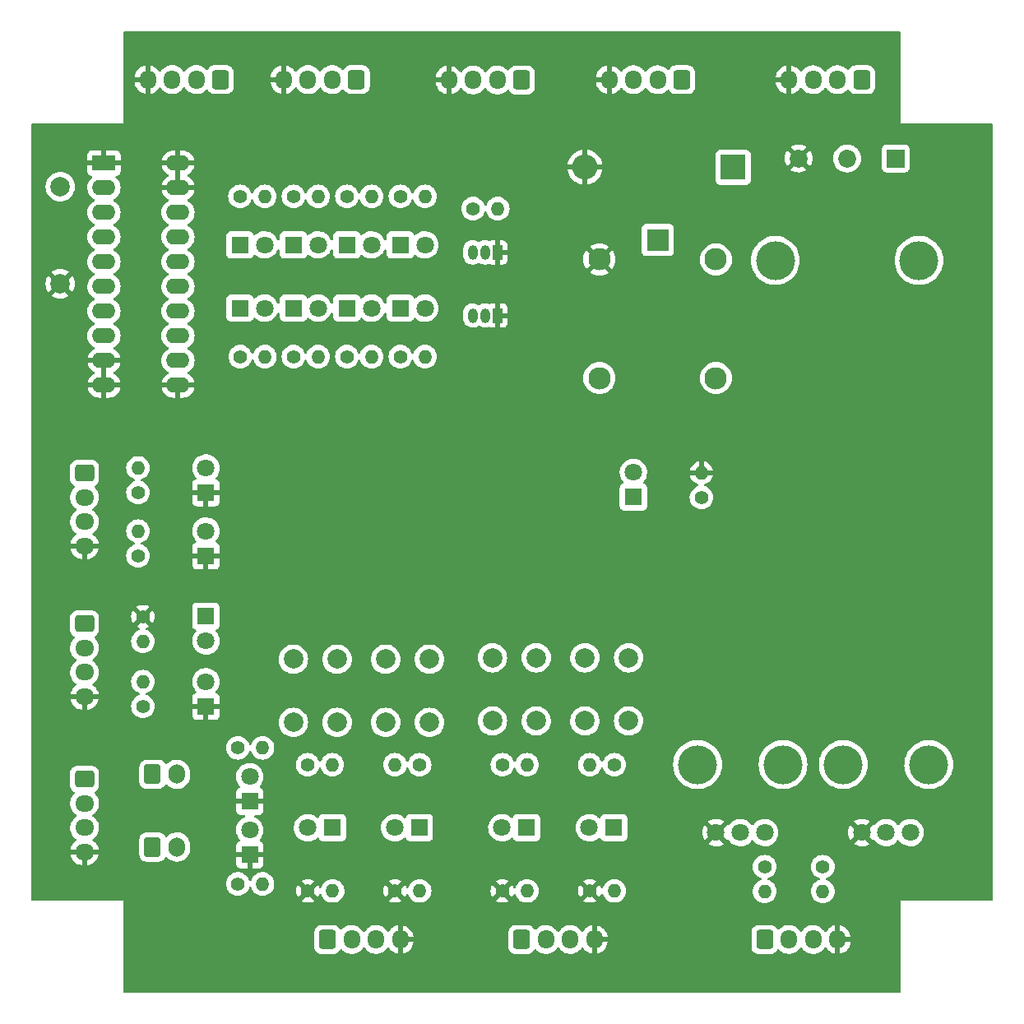
<source format=gbl>
G04 #@! TF.GenerationSoftware,KiCad,Pcbnew,(6.0.1)*
G04 #@! TF.CreationDate,2023-03-10T14:23:20+00:00*
G04 #@! TF.ProjectId,training_board_v02,74726169-6e69-46e6-975f-626f6172645f,rev?*
G04 #@! TF.SameCoordinates,Original*
G04 #@! TF.FileFunction,Copper,L2,Bot*
G04 #@! TF.FilePolarity,Positive*
%FSLAX46Y46*%
G04 Gerber Fmt 4.6, Leading zero omitted, Abs format (unit mm)*
G04 Created by KiCad (PCBNEW (6.0.1)) date 2023-03-10 14:23:20*
%MOMM*%
%LPD*%
G01*
G04 APERTURE LIST*
G04 Aperture macros list*
%AMRoundRect*
0 Rectangle with rounded corners*
0 $1 Rounding radius*
0 $2 $3 $4 $5 $6 $7 $8 $9 X,Y pos of 4 corners*
0 Add a 4 corners polygon primitive as box body*
4,1,4,$2,$3,$4,$5,$6,$7,$8,$9,$2,$3,0*
0 Add four circle primitives for the rounded corners*
1,1,$1+$1,$2,$3*
1,1,$1+$1,$4,$5*
1,1,$1+$1,$6,$7*
1,1,$1+$1,$8,$9*
0 Add four rect primitives between the rounded corners*
20,1,$1+$1,$2,$3,$4,$5,0*
20,1,$1+$1,$4,$5,$6,$7,0*
20,1,$1+$1,$6,$7,$8,$9,0*
20,1,$1+$1,$8,$9,$2,$3,0*%
G04 Aperture macros list end*
G04 #@! TA.AperFunction,ComponentPad*
%ADD10R,1.800000X1.800000*%
G04 #@! TD*
G04 #@! TA.AperFunction,ComponentPad*
%ADD11C,1.800000*%
G04 #@! TD*
G04 #@! TA.AperFunction,ComponentPad*
%ADD12RoundRect,0.250000X-0.600000X-0.725000X0.600000X-0.725000X0.600000X0.725000X-0.600000X0.725000X0*%
G04 #@! TD*
G04 #@! TA.AperFunction,ComponentPad*
%ADD13O,1.700000X1.950000*%
G04 #@! TD*
G04 #@! TA.AperFunction,ComponentPad*
%ADD14RoundRect,0.250000X-0.725000X0.600000X-0.725000X-0.600000X0.725000X-0.600000X0.725000X0.600000X0*%
G04 #@! TD*
G04 #@! TA.AperFunction,ComponentPad*
%ADD15O,1.950000X1.700000*%
G04 #@! TD*
G04 #@! TA.AperFunction,ComponentPad*
%ADD16C,1.400000*%
G04 #@! TD*
G04 #@! TA.AperFunction,ComponentPad*
%ADD17O,1.400000X1.400000*%
G04 #@! TD*
G04 #@! TA.AperFunction,WasherPad*
%ADD18C,4.000000*%
G04 #@! TD*
G04 #@! TA.AperFunction,ComponentPad*
%ADD19C,2.000000*%
G04 #@! TD*
G04 #@! TA.AperFunction,ComponentPad*
%ADD20R,1.000000X1.500000*%
G04 #@! TD*
G04 #@! TA.AperFunction,ComponentPad*
%ADD21O,1.000000X1.500000*%
G04 #@! TD*
G04 #@! TA.AperFunction,ComponentPad*
%ADD22RoundRect,0.250000X0.600000X0.725000X-0.600000X0.725000X-0.600000X-0.725000X0.600000X-0.725000X0*%
G04 #@! TD*
G04 #@! TA.AperFunction,ComponentPad*
%ADD23R,2.300000X2.300000*%
G04 #@! TD*
G04 #@! TA.AperFunction,ComponentPad*
%ADD24C,2.300000*%
G04 #@! TD*
G04 #@! TA.AperFunction,ComponentPad*
%ADD25R,2.400000X1.600000*%
G04 #@! TD*
G04 #@! TA.AperFunction,ComponentPad*
%ADD26O,2.400000X1.600000*%
G04 #@! TD*
G04 #@! TA.AperFunction,ComponentPad*
%ADD27R,2.600000X2.600000*%
G04 #@! TD*
G04 #@! TA.AperFunction,ComponentPad*
%ADD28O,2.600000X2.600000*%
G04 #@! TD*
G04 #@! TA.AperFunction,ComponentPad*
%ADD29RoundRect,0.250000X-0.600000X-0.750000X0.600000X-0.750000X0.600000X0.750000X-0.600000X0.750000X0*%
G04 #@! TD*
G04 #@! TA.AperFunction,ComponentPad*
%ADD30O,1.700000X2.000000*%
G04 #@! TD*
G04 #@! TA.AperFunction,ComponentPad*
%ADD31R,1.850000X1.850000*%
G04 #@! TD*
G04 #@! TA.AperFunction,ComponentPad*
%ADD32C,1.850000*%
G04 #@! TD*
G04 APERTURE END LIST*
D10*
X98000000Y-103000000D03*
D11*
X95460000Y-103000000D03*
D10*
X77960000Y-103000000D03*
D11*
X75420000Y-103000000D03*
D10*
X56000000Y-90500000D03*
D11*
X56000000Y-87960000D03*
D10*
X56000000Y-68500000D03*
D11*
X56000000Y-65960000D03*
D10*
X56000000Y-75000000D03*
D11*
X56000000Y-72460000D03*
D10*
X69000000Y-103000000D03*
D11*
X66460000Y-103000000D03*
D10*
X59500000Y-43000000D03*
D11*
X62040000Y-43000000D03*
D10*
X65000000Y-43000000D03*
D11*
X67540000Y-43000000D03*
D10*
X70500000Y-43000000D03*
D11*
X73040000Y-43000000D03*
D10*
X76000000Y-43000000D03*
D11*
X78540000Y-43000000D03*
D10*
X60500000Y-100275000D03*
D11*
X60500000Y-97735000D03*
D10*
X60500000Y-105775000D03*
D11*
X60500000Y-103235000D03*
D10*
X59500000Y-49500000D03*
D11*
X62040000Y-49500000D03*
D10*
X65000000Y-49500000D03*
D11*
X67540000Y-49500000D03*
D10*
X70500000Y-49500000D03*
D11*
X73040000Y-49500000D03*
D10*
X76000000Y-49500000D03*
D11*
X78540000Y-49500000D03*
D12*
X88500000Y-114500000D03*
D13*
X91000000Y-114500000D03*
X93500000Y-114500000D03*
X96000000Y-114500000D03*
D12*
X68500000Y-114500000D03*
D13*
X71000000Y-114500000D03*
X73500000Y-114500000D03*
X76000000Y-114500000D03*
D14*
X43500000Y-82000000D03*
D15*
X43500000Y-84500000D03*
X43500000Y-87000000D03*
X43500000Y-89500000D03*
D14*
X43500000Y-66500000D03*
D15*
X43500000Y-69000000D03*
X43500000Y-71500000D03*
X43500000Y-74000000D03*
D12*
X113500000Y-114500000D03*
D13*
X116000000Y-114500000D03*
X118500000Y-114500000D03*
X121000000Y-114500000D03*
D16*
X98040000Y-96500000D03*
D17*
X95500000Y-96500000D03*
D16*
X86500000Y-96500000D03*
D17*
X89040000Y-96500000D03*
D16*
X78000000Y-96500000D03*
D17*
X75460000Y-96500000D03*
D16*
X49500000Y-81280000D03*
D17*
X49500000Y-83820000D03*
D16*
X49500000Y-90500000D03*
D17*
X49500000Y-87960000D03*
D16*
X49000000Y-68500000D03*
D17*
X49000000Y-65960000D03*
D16*
X49000000Y-75000000D03*
D17*
X49000000Y-72460000D03*
D16*
X95500000Y-109500000D03*
D17*
X98040000Y-109500000D03*
D16*
X75460000Y-109500000D03*
D17*
X78000000Y-109500000D03*
D16*
X66500000Y-109500000D03*
D17*
X69040000Y-109500000D03*
D16*
X66460000Y-96500000D03*
D17*
X69000000Y-96500000D03*
D16*
X86500000Y-109500000D03*
D17*
X89040000Y-109500000D03*
D16*
X59500000Y-38000000D03*
D17*
X62040000Y-38000000D03*
D16*
X65000000Y-38000000D03*
D17*
X67540000Y-38000000D03*
D16*
X70500000Y-38000000D03*
D17*
X73040000Y-38000000D03*
D16*
X76000000Y-38000000D03*
D17*
X78540000Y-38000000D03*
D16*
X113500000Y-107000000D03*
D17*
X113500000Y-109540000D03*
D16*
X83500000Y-39262500D03*
D17*
X86040000Y-39262500D03*
D16*
X107000000Y-69000000D03*
D17*
X107000000Y-66460000D03*
D16*
X59280000Y-108775000D03*
D17*
X61820000Y-108775000D03*
D16*
X59525000Y-54500000D03*
D17*
X62065000Y-54500000D03*
D16*
X65000000Y-54500000D03*
D17*
X67540000Y-54500000D03*
D16*
X70500000Y-54500000D03*
D17*
X73040000Y-54500000D03*
D16*
X76000000Y-54500000D03*
D17*
X78540000Y-54500000D03*
D18*
X106600000Y-96500000D03*
X115400000Y-96500000D03*
D11*
X113500000Y-103500000D03*
X111000000Y-103500000D03*
X108500000Y-103500000D03*
D19*
X95000000Y-92000000D03*
X95000000Y-85500000D03*
X99500000Y-85500000D03*
X99500000Y-92000000D03*
X85500000Y-85500000D03*
X85500000Y-92000000D03*
X90000000Y-92000000D03*
X90000000Y-85500000D03*
X74500000Y-85646000D03*
X74500000Y-92146000D03*
X79000000Y-92146000D03*
X79000000Y-85646000D03*
X65000000Y-92146000D03*
X65000000Y-85646000D03*
X69500000Y-92146000D03*
X69500000Y-85646000D03*
D20*
X86000000Y-43762500D03*
D21*
X84730000Y-43762500D03*
X83460000Y-43762500D03*
D20*
X86000000Y-50262500D03*
D21*
X84730000Y-50262500D03*
X83460000Y-50262500D03*
D22*
X88500000Y-26025000D03*
D13*
X86000000Y-26025000D03*
X83500000Y-26025000D03*
X81000000Y-26025000D03*
D10*
X89000000Y-103000000D03*
D11*
X86460000Y-103000000D03*
D10*
X100000000Y-68960000D03*
D11*
X100000000Y-66420000D03*
D22*
X57500000Y-25979000D03*
D13*
X55000000Y-25979000D03*
X52500000Y-25979000D03*
X50000000Y-25979000D03*
D22*
X71500000Y-25979000D03*
D13*
X69000000Y-25979000D03*
X66500000Y-25979000D03*
X64000000Y-25979000D03*
D22*
X105000000Y-26000000D03*
D13*
X102500000Y-26000000D03*
X100000000Y-26000000D03*
X97500000Y-26000000D03*
D16*
X59280000Y-94775000D03*
D17*
X61820000Y-94775000D03*
D23*
X102500000Y-42500000D03*
D24*
X96500000Y-44500000D03*
X96500000Y-56700000D03*
X108500000Y-56700000D03*
X108500000Y-44500000D03*
D25*
X45500000Y-34575000D03*
D26*
X45500000Y-37115000D03*
X45500000Y-39655000D03*
X45500000Y-42195000D03*
X45500000Y-44735000D03*
X45500000Y-47275000D03*
X45500000Y-49815000D03*
X45500000Y-52355000D03*
X45500000Y-54895000D03*
X45500000Y-57435000D03*
X53120000Y-57435000D03*
X53120000Y-54895000D03*
X53120000Y-52355000D03*
X53120000Y-49815000D03*
X53120000Y-47275000D03*
X53120000Y-44735000D03*
X53120000Y-42195000D03*
X53120000Y-39655000D03*
X53120000Y-37115000D03*
X53120000Y-34575000D03*
D14*
X43500000Y-98000000D03*
D15*
X43500000Y-100500000D03*
X43500000Y-103000000D03*
X43500000Y-105500000D03*
D27*
X110255000Y-35000000D03*
D28*
X95015000Y-35000000D03*
D22*
X123500000Y-26000000D03*
D13*
X121000000Y-26000000D03*
X118500000Y-26000000D03*
X116000000Y-26000000D03*
D19*
X41000000Y-47000000D03*
X41000000Y-37000000D03*
D29*
X50500000Y-104975000D03*
D30*
X53000000Y-104975000D03*
D10*
X56000000Y-81225000D03*
D11*
X56000000Y-83765000D03*
D18*
X130400000Y-96500000D03*
X121600000Y-96500000D03*
D11*
X128500000Y-103500000D03*
X126000000Y-103500000D03*
X123500000Y-103500000D03*
D29*
X50500000Y-97500000D03*
D30*
X53000000Y-97500000D03*
D18*
X114600000Y-44599999D03*
X129400000Y-44599999D03*
D31*
X127000000Y-34099999D03*
D32*
X122000000Y-34099999D03*
X117000000Y-34099999D03*
D16*
X119500000Y-107000000D03*
D17*
X119500000Y-109540000D03*
G04 #@! TA.AperFunction,Conductor*
G36*
X127442121Y-21028002D02*
G01*
X127488614Y-21081658D01*
X127500000Y-21134000D01*
X127500000Y-30500000D01*
X136866000Y-30500000D01*
X136934121Y-30520002D01*
X136980614Y-30573658D01*
X136992000Y-30626000D01*
X136992000Y-110374000D01*
X136971998Y-110442121D01*
X136918342Y-110488614D01*
X136866000Y-110500000D01*
X127500000Y-110500000D01*
X127500000Y-119866000D01*
X127479998Y-119934121D01*
X127426342Y-119980614D01*
X127374000Y-119992000D01*
X47626000Y-119992000D01*
X47557879Y-119971998D01*
X47511386Y-119918342D01*
X47500000Y-119866000D01*
X47500000Y-115275400D01*
X67141500Y-115275400D01*
X67141837Y-115278646D01*
X67141837Y-115278650D01*
X67150875Y-115365752D01*
X67152474Y-115381166D01*
X67154655Y-115387702D01*
X67154655Y-115387704D01*
X67186405Y-115482870D01*
X67208450Y-115548946D01*
X67301522Y-115699348D01*
X67426697Y-115824305D01*
X67432927Y-115828145D01*
X67432928Y-115828146D01*
X67570090Y-115912694D01*
X67577262Y-115917115D01*
X67612938Y-115928948D01*
X67738611Y-115970632D01*
X67738613Y-115970632D01*
X67745139Y-115972797D01*
X67751975Y-115973497D01*
X67751978Y-115973498D01*
X67787663Y-115977154D01*
X67849600Y-115983500D01*
X69150400Y-115983500D01*
X69153646Y-115983163D01*
X69153650Y-115983163D01*
X69249308Y-115973238D01*
X69249312Y-115973237D01*
X69256166Y-115972526D01*
X69262702Y-115970345D01*
X69262704Y-115970345D01*
X69394806Y-115926272D01*
X69423946Y-115916550D01*
X69574348Y-115823478D01*
X69699305Y-115698303D01*
X69789081Y-115552660D01*
X69841852Y-115505168D01*
X69911924Y-115493744D01*
X69977048Y-115522018D01*
X69987510Y-115531805D01*
X70029215Y-115575523D01*
X70096576Y-115646135D01*
X70281542Y-115783754D01*
X70286293Y-115786170D01*
X70286297Y-115786172D01*
X70349481Y-115818296D01*
X70487051Y-115888240D01*
X70492145Y-115889822D01*
X70492148Y-115889823D01*
X70651831Y-115939406D01*
X70707227Y-115956607D01*
X70712516Y-115957308D01*
X70930489Y-115986198D01*
X70930494Y-115986198D01*
X70935774Y-115986898D01*
X70941103Y-115986698D01*
X70941105Y-115986698D01*
X71050966Y-115982574D01*
X71166158Y-115978249D01*
X71188802Y-115973498D01*
X71342772Y-115941192D01*
X71391791Y-115930907D01*
X71396750Y-115928949D01*
X71396752Y-115928948D01*
X71601256Y-115848185D01*
X71601258Y-115848184D01*
X71606221Y-115846224D01*
X71611525Y-115843006D01*
X71798757Y-115729390D01*
X71798756Y-115729390D01*
X71803317Y-115726623D01*
X71843134Y-115692072D01*
X71973412Y-115579023D01*
X71973414Y-115579021D01*
X71977445Y-115575523D01*
X72044500Y-115493744D01*
X72120240Y-115401373D01*
X72120244Y-115401367D01*
X72123624Y-115397245D01*
X72141552Y-115365750D01*
X72192632Y-115316445D01*
X72262262Y-115302583D01*
X72328333Y-115328566D01*
X72355573Y-115357716D01*
X72437441Y-115479319D01*
X72596576Y-115646135D01*
X72781542Y-115783754D01*
X72786293Y-115786170D01*
X72786297Y-115786172D01*
X72849481Y-115818296D01*
X72987051Y-115888240D01*
X72992145Y-115889822D01*
X72992148Y-115889823D01*
X73151831Y-115939406D01*
X73207227Y-115956607D01*
X73212516Y-115957308D01*
X73430489Y-115986198D01*
X73430494Y-115986198D01*
X73435774Y-115986898D01*
X73441103Y-115986698D01*
X73441105Y-115986698D01*
X73550966Y-115982574D01*
X73666158Y-115978249D01*
X73688802Y-115973498D01*
X73842772Y-115941192D01*
X73891791Y-115930907D01*
X73896750Y-115928949D01*
X73896752Y-115928948D01*
X74101256Y-115848185D01*
X74101258Y-115848184D01*
X74106221Y-115846224D01*
X74111525Y-115843006D01*
X74298757Y-115729390D01*
X74298756Y-115729390D01*
X74303317Y-115726623D01*
X74343134Y-115692072D01*
X74473412Y-115579023D01*
X74473414Y-115579021D01*
X74477445Y-115575523D01*
X74544500Y-115493744D01*
X74620240Y-115401373D01*
X74620244Y-115401367D01*
X74623624Y-115397245D01*
X74636681Y-115374308D01*
X74641829Y-115365265D01*
X74692912Y-115315959D01*
X74762542Y-115302098D01*
X74828613Y-115328082D01*
X74855851Y-115357232D01*
X74934852Y-115474578D01*
X74941519Y-115482870D01*
X75093228Y-115641900D01*
X75101186Y-115648941D01*
X75277525Y-115780141D01*
X75286562Y-115785745D01*
X75482484Y-115885357D01*
X75492335Y-115889357D01*
X75702240Y-115954534D01*
X75712624Y-115956817D01*
X75728043Y-115958861D01*
X75742207Y-115956665D01*
X75746000Y-115943478D01*
X75746000Y-115941192D01*
X76254000Y-115941192D01*
X76257973Y-115954723D01*
X76268580Y-115956248D01*
X76386421Y-115931523D01*
X76396617Y-115928463D01*
X76601029Y-115847737D01*
X76610561Y-115843006D01*
X76798462Y-115728984D01*
X76807052Y-115722720D01*
X76973052Y-115578673D01*
X76980472Y-115571042D01*
X77119826Y-115401089D01*
X77125850Y-115392322D01*
X77192406Y-115275400D01*
X87141500Y-115275400D01*
X87141837Y-115278646D01*
X87141837Y-115278650D01*
X87150875Y-115365752D01*
X87152474Y-115381166D01*
X87154655Y-115387702D01*
X87154655Y-115387704D01*
X87186405Y-115482870D01*
X87208450Y-115548946D01*
X87301522Y-115699348D01*
X87426697Y-115824305D01*
X87432927Y-115828145D01*
X87432928Y-115828146D01*
X87570090Y-115912694D01*
X87577262Y-115917115D01*
X87612938Y-115928948D01*
X87738611Y-115970632D01*
X87738613Y-115970632D01*
X87745139Y-115972797D01*
X87751975Y-115973497D01*
X87751978Y-115973498D01*
X87787663Y-115977154D01*
X87849600Y-115983500D01*
X89150400Y-115983500D01*
X89153646Y-115983163D01*
X89153650Y-115983163D01*
X89249308Y-115973238D01*
X89249312Y-115973237D01*
X89256166Y-115972526D01*
X89262702Y-115970345D01*
X89262704Y-115970345D01*
X89394806Y-115926272D01*
X89423946Y-115916550D01*
X89574348Y-115823478D01*
X89699305Y-115698303D01*
X89789081Y-115552660D01*
X89841852Y-115505168D01*
X89911924Y-115493744D01*
X89977048Y-115522018D01*
X89987510Y-115531805D01*
X90029215Y-115575523D01*
X90096576Y-115646135D01*
X90281542Y-115783754D01*
X90286293Y-115786170D01*
X90286297Y-115786172D01*
X90349481Y-115818296D01*
X90487051Y-115888240D01*
X90492145Y-115889822D01*
X90492148Y-115889823D01*
X90651831Y-115939406D01*
X90707227Y-115956607D01*
X90712516Y-115957308D01*
X90930489Y-115986198D01*
X90930494Y-115986198D01*
X90935774Y-115986898D01*
X90941103Y-115986698D01*
X90941105Y-115986698D01*
X91050966Y-115982574D01*
X91166158Y-115978249D01*
X91188802Y-115973498D01*
X91342772Y-115941192D01*
X91391791Y-115930907D01*
X91396750Y-115928949D01*
X91396752Y-115928948D01*
X91601256Y-115848185D01*
X91601258Y-115848184D01*
X91606221Y-115846224D01*
X91611525Y-115843006D01*
X91798757Y-115729390D01*
X91798756Y-115729390D01*
X91803317Y-115726623D01*
X91843134Y-115692072D01*
X91973412Y-115579023D01*
X91973414Y-115579021D01*
X91977445Y-115575523D01*
X92044500Y-115493744D01*
X92120240Y-115401373D01*
X92120244Y-115401367D01*
X92123624Y-115397245D01*
X92141552Y-115365750D01*
X92192632Y-115316445D01*
X92262262Y-115302583D01*
X92328333Y-115328566D01*
X92355573Y-115357716D01*
X92437441Y-115479319D01*
X92596576Y-115646135D01*
X92781542Y-115783754D01*
X92786293Y-115786170D01*
X92786297Y-115786172D01*
X92849481Y-115818296D01*
X92987051Y-115888240D01*
X92992145Y-115889822D01*
X92992148Y-115889823D01*
X93151831Y-115939406D01*
X93207227Y-115956607D01*
X93212516Y-115957308D01*
X93430489Y-115986198D01*
X93430494Y-115986198D01*
X93435774Y-115986898D01*
X93441103Y-115986698D01*
X93441105Y-115986698D01*
X93550966Y-115982574D01*
X93666158Y-115978249D01*
X93688802Y-115973498D01*
X93842772Y-115941192D01*
X93891791Y-115930907D01*
X93896750Y-115928949D01*
X93896752Y-115928948D01*
X94101256Y-115848185D01*
X94101258Y-115848184D01*
X94106221Y-115846224D01*
X94111525Y-115843006D01*
X94298757Y-115729390D01*
X94298756Y-115729390D01*
X94303317Y-115726623D01*
X94343134Y-115692072D01*
X94473412Y-115579023D01*
X94473414Y-115579021D01*
X94477445Y-115575523D01*
X94544500Y-115493744D01*
X94620240Y-115401373D01*
X94620244Y-115401367D01*
X94623624Y-115397245D01*
X94636681Y-115374308D01*
X94641829Y-115365265D01*
X94692912Y-115315959D01*
X94762542Y-115302098D01*
X94828613Y-115328082D01*
X94855851Y-115357232D01*
X94934852Y-115474578D01*
X94941519Y-115482870D01*
X95093228Y-115641900D01*
X95101186Y-115648941D01*
X95277525Y-115780141D01*
X95286562Y-115785745D01*
X95482484Y-115885357D01*
X95492335Y-115889357D01*
X95702240Y-115954534D01*
X95712624Y-115956817D01*
X95728043Y-115958861D01*
X95742207Y-115956665D01*
X95746000Y-115943478D01*
X95746000Y-115941192D01*
X96254000Y-115941192D01*
X96257973Y-115954723D01*
X96268580Y-115956248D01*
X96386421Y-115931523D01*
X96396617Y-115928463D01*
X96601029Y-115847737D01*
X96610561Y-115843006D01*
X96798462Y-115728984D01*
X96807052Y-115722720D01*
X96973052Y-115578673D01*
X96980472Y-115571042D01*
X97119826Y-115401089D01*
X97125850Y-115392322D01*
X97192406Y-115275400D01*
X112141500Y-115275400D01*
X112141837Y-115278646D01*
X112141837Y-115278650D01*
X112150875Y-115365752D01*
X112152474Y-115381166D01*
X112154655Y-115387702D01*
X112154655Y-115387704D01*
X112186405Y-115482870D01*
X112208450Y-115548946D01*
X112301522Y-115699348D01*
X112426697Y-115824305D01*
X112432927Y-115828145D01*
X112432928Y-115828146D01*
X112570090Y-115912694D01*
X112577262Y-115917115D01*
X112612938Y-115928948D01*
X112738611Y-115970632D01*
X112738613Y-115970632D01*
X112745139Y-115972797D01*
X112751975Y-115973497D01*
X112751978Y-115973498D01*
X112787663Y-115977154D01*
X112849600Y-115983500D01*
X114150400Y-115983500D01*
X114153646Y-115983163D01*
X114153650Y-115983163D01*
X114249308Y-115973238D01*
X114249312Y-115973237D01*
X114256166Y-115972526D01*
X114262702Y-115970345D01*
X114262704Y-115970345D01*
X114394806Y-115926272D01*
X114423946Y-115916550D01*
X114574348Y-115823478D01*
X114699305Y-115698303D01*
X114789081Y-115552660D01*
X114841852Y-115505168D01*
X114911924Y-115493744D01*
X114977048Y-115522018D01*
X114987510Y-115531805D01*
X115029215Y-115575523D01*
X115096576Y-115646135D01*
X115281542Y-115783754D01*
X115286293Y-115786170D01*
X115286297Y-115786172D01*
X115349481Y-115818296D01*
X115487051Y-115888240D01*
X115492145Y-115889822D01*
X115492148Y-115889823D01*
X115651831Y-115939406D01*
X115707227Y-115956607D01*
X115712516Y-115957308D01*
X115930489Y-115986198D01*
X115930494Y-115986198D01*
X115935774Y-115986898D01*
X115941103Y-115986698D01*
X115941105Y-115986698D01*
X116050966Y-115982574D01*
X116166158Y-115978249D01*
X116188802Y-115973498D01*
X116342772Y-115941192D01*
X116391791Y-115930907D01*
X116396750Y-115928949D01*
X116396752Y-115928948D01*
X116601256Y-115848185D01*
X116601258Y-115848184D01*
X116606221Y-115846224D01*
X116611525Y-115843006D01*
X116798757Y-115729390D01*
X116798756Y-115729390D01*
X116803317Y-115726623D01*
X116843134Y-115692072D01*
X116973412Y-115579023D01*
X116973414Y-115579021D01*
X116977445Y-115575523D01*
X117044500Y-115493744D01*
X117120240Y-115401373D01*
X117120244Y-115401367D01*
X117123624Y-115397245D01*
X117141552Y-115365750D01*
X117192632Y-115316445D01*
X117262262Y-115302583D01*
X117328333Y-115328566D01*
X117355573Y-115357716D01*
X117437441Y-115479319D01*
X117596576Y-115646135D01*
X117781542Y-115783754D01*
X117786293Y-115786170D01*
X117786297Y-115786172D01*
X117849481Y-115818296D01*
X117987051Y-115888240D01*
X117992145Y-115889822D01*
X117992148Y-115889823D01*
X118151831Y-115939406D01*
X118207227Y-115956607D01*
X118212516Y-115957308D01*
X118430489Y-115986198D01*
X118430494Y-115986198D01*
X118435774Y-115986898D01*
X118441103Y-115986698D01*
X118441105Y-115986698D01*
X118550966Y-115982574D01*
X118666158Y-115978249D01*
X118688802Y-115973498D01*
X118842772Y-115941192D01*
X118891791Y-115930907D01*
X118896750Y-115928949D01*
X118896752Y-115928948D01*
X119101256Y-115848185D01*
X119101258Y-115848184D01*
X119106221Y-115846224D01*
X119111525Y-115843006D01*
X119298757Y-115729390D01*
X119298756Y-115729390D01*
X119303317Y-115726623D01*
X119343134Y-115692072D01*
X119473412Y-115579023D01*
X119473414Y-115579021D01*
X119477445Y-115575523D01*
X119544500Y-115493744D01*
X119620240Y-115401373D01*
X119620244Y-115401367D01*
X119623624Y-115397245D01*
X119636681Y-115374308D01*
X119641829Y-115365265D01*
X119692912Y-115315959D01*
X119762542Y-115302098D01*
X119828613Y-115328082D01*
X119855851Y-115357232D01*
X119934852Y-115474578D01*
X119941519Y-115482870D01*
X120093228Y-115641900D01*
X120101186Y-115648941D01*
X120277525Y-115780141D01*
X120286562Y-115785745D01*
X120482484Y-115885357D01*
X120492335Y-115889357D01*
X120702240Y-115954534D01*
X120712624Y-115956817D01*
X120728043Y-115958861D01*
X120742207Y-115956665D01*
X120746000Y-115943478D01*
X120746000Y-115941192D01*
X121254000Y-115941192D01*
X121257973Y-115954723D01*
X121268580Y-115956248D01*
X121386421Y-115931523D01*
X121396617Y-115928463D01*
X121601029Y-115847737D01*
X121610561Y-115843006D01*
X121798462Y-115728984D01*
X121807052Y-115722720D01*
X121973052Y-115578673D01*
X121980472Y-115571042D01*
X122119826Y-115401089D01*
X122125850Y-115392322D01*
X122234576Y-115201318D01*
X122239041Y-115191654D01*
X122314031Y-114985059D01*
X122316802Y-114974792D01*
X122353504Y-114771826D01*
X122352085Y-114758586D01*
X122337450Y-114754000D01*
X121272115Y-114754000D01*
X121256876Y-114758475D01*
X121255671Y-114759865D01*
X121254000Y-114767548D01*
X121254000Y-115941192D01*
X120746000Y-115941192D01*
X120746000Y-114227885D01*
X121254000Y-114227885D01*
X121258475Y-114243124D01*
X121259865Y-114244329D01*
X121267548Y-114246000D01*
X122333849Y-114246000D01*
X122348527Y-114241690D01*
X122350590Y-114229807D01*
X122343876Y-114150675D01*
X122342086Y-114140203D01*
X122286870Y-113927465D01*
X122283335Y-113917425D01*
X122193063Y-113717030D01*
X122187894Y-113707744D01*
X122065150Y-113525425D01*
X122058481Y-113517130D01*
X121906772Y-113358100D01*
X121898814Y-113351059D01*
X121722475Y-113219859D01*
X121713438Y-113214255D01*
X121517516Y-113114643D01*
X121507665Y-113110643D01*
X121297760Y-113045466D01*
X121287376Y-113043183D01*
X121271957Y-113041139D01*
X121257793Y-113043335D01*
X121254000Y-113056522D01*
X121254000Y-114227885D01*
X120746000Y-114227885D01*
X120746000Y-113058808D01*
X120742027Y-113045277D01*
X120731420Y-113043752D01*
X120613579Y-113068477D01*
X120603383Y-113071537D01*
X120398971Y-113152263D01*
X120389439Y-113156994D01*
X120201538Y-113271016D01*
X120192948Y-113277280D01*
X120026948Y-113421327D01*
X120019528Y-113428958D01*
X119880174Y-113598911D01*
X119874152Y-113607674D01*
X119858762Y-113634711D01*
X119807680Y-113684018D01*
X119738049Y-113697880D01*
X119671978Y-113671897D01*
X119644739Y-113642747D01*
X119595283Y-113569288D01*
X119562559Y-113520681D01*
X119503918Y-113459209D01*
X119474725Y-113428608D01*
X119403424Y-113353865D01*
X119218458Y-113216246D01*
X119213707Y-113213830D01*
X119213703Y-113213828D01*
X119095588Y-113153776D01*
X119012949Y-113111760D01*
X119007855Y-113110178D01*
X119007852Y-113110177D01*
X118797871Y-113044976D01*
X118792773Y-113043393D01*
X118787484Y-113042692D01*
X118569511Y-113013802D01*
X118569506Y-113013802D01*
X118564226Y-113013102D01*
X118558897Y-113013302D01*
X118558895Y-113013302D01*
X118449034Y-113017427D01*
X118333842Y-113021751D01*
X118328623Y-113022846D01*
X118306566Y-113027474D01*
X118108209Y-113069093D01*
X118103250Y-113071051D01*
X118103248Y-113071052D01*
X117898744Y-113151815D01*
X117898742Y-113151816D01*
X117893779Y-113153776D01*
X117889220Y-113156543D01*
X117889217Y-113156544D01*
X117794113Y-113214255D01*
X117696683Y-113273377D01*
X117692653Y-113276874D01*
X117543702Y-113406127D01*
X117522555Y-113424477D01*
X117519168Y-113428608D01*
X117379760Y-113598627D01*
X117379756Y-113598633D01*
X117376376Y-113602755D01*
X117358448Y-113634250D01*
X117307368Y-113683555D01*
X117237738Y-113697417D01*
X117171667Y-113671434D01*
X117144427Y-113642284D01*
X117117814Y-113602755D01*
X117062559Y-113520681D01*
X117003918Y-113459209D01*
X116974725Y-113428608D01*
X116903424Y-113353865D01*
X116718458Y-113216246D01*
X116713707Y-113213830D01*
X116713703Y-113213828D01*
X116595588Y-113153776D01*
X116512949Y-113111760D01*
X116507855Y-113110178D01*
X116507852Y-113110177D01*
X116297871Y-113044976D01*
X116292773Y-113043393D01*
X116287484Y-113042692D01*
X116069511Y-113013802D01*
X116069506Y-113013802D01*
X116064226Y-113013102D01*
X116058897Y-113013302D01*
X116058895Y-113013302D01*
X115949034Y-113017427D01*
X115833842Y-113021751D01*
X115828623Y-113022846D01*
X115806566Y-113027474D01*
X115608209Y-113069093D01*
X115603250Y-113071051D01*
X115603248Y-113071052D01*
X115398744Y-113151815D01*
X115398742Y-113151816D01*
X115393779Y-113153776D01*
X115389220Y-113156543D01*
X115389217Y-113156544D01*
X115294113Y-113214255D01*
X115196683Y-113273377D01*
X115192653Y-113276874D01*
X115043702Y-113406127D01*
X115022555Y-113424477D01*
X114993330Y-113460120D01*
X114934671Y-113500114D01*
X114863701Y-113502046D01*
X114802952Y-113465302D01*
X114788752Y-113446532D01*
X114702332Y-113306880D01*
X114698478Y-113300652D01*
X114573303Y-113175695D01*
X114542965Y-113156994D01*
X114428968Y-113086725D01*
X114428966Y-113086724D01*
X114422738Y-113082885D01*
X114309353Y-113045277D01*
X114261389Y-113029368D01*
X114261387Y-113029368D01*
X114254861Y-113027203D01*
X114248025Y-113026503D01*
X114248022Y-113026502D01*
X114204969Y-113022091D01*
X114150400Y-113016500D01*
X112849600Y-113016500D01*
X112846354Y-113016837D01*
X112846350Y-113016837D01*
X112750692Y-113026762D01*
X112750688Y-113026763D01*
X112743834Y-113027474D01*
X112737298Y-113029655D01*
X112737296Y-113029655D01*
X112605194Y-113073728D01*
X112576054Y-113083450D01*
X112425652Y-113176522D01*
X112300695Y-113301697D01*
X112296855Y-113307927D01*
X112296854Y-113307928D01*
X112222466Y-113428608D01*
X112207885Y-113452262D01*
X112186472Y-113516822D01*
X112156432Y-113607390D01*
X112152203Y-113620139D01*
X112151503Y-113626975D01*
X112151502Y-113626978D01*
X112149338Y-113648102D01*
X112141500Y-113724600D01*
X112141500Y-115275400D01*
X97192406Y-115275400D01*
X97234576Y-115201318D01*
X97239041Y-115191654D01*
X97314031Y-114985059D01*
X97316802Y-114974792D01*
X97353504Y-114771826D01*
X97352085Y-114758586D01*
X97337450Y-114754000D01*
X96272115Y-114754000D01*
X96256876Y-114758475D01*
X96255671Y-114759865D01*
X96254000Y-114767548D01*
X96254000Y-115941192D01*
X95746000Y-115941192D01*
X95746000Y-114227885D01*
X96254000Y-114227885D01*
X96258475Y-114243124D01*
X96259865Y-114244329D01*
X96267548Y-114246000D01*
X97333849Y-114246000D01*
X97348527Y-114241690D01*
X97350590Y-114229807D01*
X97343876Y-114150675D01*
X97342086Y-114140203D01*
X97286870Y-113927465D01*
X97283335Y-113917425D01*
X97193063Y-113717030D01*
X97187894Y-113707744D01*
X97065150Y-113525425D01*
X97058481Y-113517130D01*
X96906772Y-113358100D01*
X96898814Y-113351059D01*
X96722475Y-113219859D01*
X96713438Y-113214255D01*
X96517516Y-113114643D01*
X96507665Y-113110643D01*
X96297760Y-113045466D01*
X96287376Y-113043183D01*
X96271957Y-113041139D01*
X96257793Y-113043335D01*
X96254000Y-113056522D01*
X96254000Y-114227885D01*
X95746000Y-114227885D01*
X95746000Y-113058808D01*
X95742027Y-113045277D01*
X95731420Y-113043752D01*
X95613579Y-113068477D01*
X95603383Y-113071537D01*
X95398971Y-113152263D01*
X95389439Y-113156994D01*
X95201538Y-113271016D01*
X95192948Y-113277280D01*
X95026948Y-113421327D01*
X95019528Y-113428958D01*
X94880174Y-113598911D01*
X94874152Y-113607674D01*
X94858762Y-113634711D01*
X94807680Y-113684018D01*
X94738049Y-113697880D01*
X94671978Y-113671897D01*
X94644739Y-113642747D01*
X94595283Y-113569288D01*
X94562559Y-113520681D01*
X94503918Y-113459209D01*
X94474725Y-113428608D01*
X94403424Y-113353865D01*
X94218458Y-113216246D01*
X94213707Y-113213830D01*
X94213703Y-113213828D01*
X94095588Y-113153776D01*
X94012949Y-113111760D01*
X94007855Y-113110178D01*
X94007852Y-113110177D01*
X93797871Y-113044976D01*
X93792773Y-113043393D01*
X93787484Y-113042692D01*
X93569511Y-113013802D01*
X93569506Y-113013802D01*
X93564226Y-113013102D01*
X93558897Y-113013302D01*
X93558895Y-113013302D01*
X93449034Y-113017427D01*
X93333842Y-113021751D01*
X93328623Y-113022846D01*
X93306566Y-113027474D01*
X93108209Y-113069093D01*
X93103250Y-113071051D01*
X93103248Y-113071052D01*
X92898744Y-113151815D01*
X92898742Y-113151816D01*
X92893779Y-113153776D01*
X92889220Y-113156543D01*
X92889217Y-113156544D01*
X92794113Y-113214255D01*
X92696683Y-113273377D01*
X92692653Y-113276874D01*
X92543702Y-113406127D01*
X92522555Y-113424477D01*
X92519168Y-113428608D01*
X92379760Y-113598627D01*
X92379756Y-113598633D01*
X92376376Y-113602755D01*
X92358448Y-113634250D01*
X92307368Y-113683555D01*
X92237738Y-113697417D01*
X92171667Y-113671434D01*
X92144427Y-113642284D01*
X92117814Y-113602755D01*
X92062559Y-113520681D01*
X92003918Y-113459209D01*
X91974725Y-113428608D01*
X91903424Y-113353865D01*
X91718458Y-113216246D01*
X91713707Y-113213830D01*
X91713703Y-113213828D01*
X91595588Y-113153776D01*
X91512949Y-113111760D01*
X91507855Y-113110178D01*
X91507852Y-113110177D01*
X91297871Y-113044976D01*
X91292773Y-113043393D01*
X91287484Y-113042692D01*
X91069511Y-113013802D01*
X91069506Y-113013802D01*
X91064226Y-113013102D01*
X91058897Y-113013302D01*
X91058895Y-113013302D01*
X90949034Y-113017427D01*
X90833842Y-113021751D01*
X90828623Y-113022846D01*
X90806566Y-113027474D01*
X90608209Y-113069093D01*
X90603250Y-113071051D01*
X90603248Y-113071052D01*
X90398744Y-113151815D01*
X90398742Y-113151816D01*
X90393779Y-113153776D01*
X90389220Y-113156543D01*
X90389217Y-113156544D01*
X90294113Y-113214255D01*
X90196683Y-113273377D01*
X90192653Y-113276874D01*
X90043702Y-113406127D01*
X90022555Y-113424477D01*
X89993330Y-113460120D01*
X89934671Y-113500114D01*
X89863701Y-113502046D01*
X89802952Y-113465302D01*
X89788752Y-113446532D01*
X89702332Y-113306880D01*
X89698478Y-113300652D01*
X89573303Y-113175695D01*
X89542965Y-113156994D01*
X89428968Y-113086725D01*
X89428966Y-113086724D01*
X89422738Y-113082885D01*
X89309353Y-113045277D01*
X89261389Y-113029368D01*
X89261387Y-113029368D01*
X89254861Y-113027203D01*
X89248025Y-113026503D01*
X89248022Y-113026502D01*
X89204969Y-113022091D01*
X89150400Y-113016500D01*
X87849600Y-113016500D01*
X87846354Y-113016837D01*
X87846350Y-113016837D01*
X87750692Y-113026762D01*
X87750688Y-113026763D01*
X87743834Y-113027474D01*
X87737298Y-113029655D01*
X87737296Y-113029655D01*
X87605194Y-113073728D01*
X87576054Y-113083450D01*
X87425652Y-113176522D01*
X87300695Y-113301697D01*
X87296855Y-113307927D01*
X87296854Y-113307928D01*
X87222466Y-113428608D01*
X87207885Y-113452262D01*
X87186472Y-113516822D01*
X87156432Y-113607390D01*
X87152203Y-113620139D01*
X87151503Y-113626975D01*
X87151502Y-113626978D01*
X87149338Y-113648102D01*
X87141500Y-113724600D01*
X87141500Y-115275400D01*
X77192406Y-115275400D01*
X77234576Y-115201318D01*
X77239041Y-115191654D01*
X77314031Y-114985059D01*
X77316802Y-114974792D01*
X77353504Y-114771826D01*
X77352085Y-114758586D01*
X77337450Y-114754000D01*
X76272115Y-114754000D01*
X76256876Y-114758475D01*
X76255671Y-114759865D01*
X76254000Y-114767548D01*
X76254000Y-115941192D01*
X75746000Y-115941192D01*
X75746000Y-114227885D01*
X76254000Y-114227885D01*
X76258475Y-114243124D01*
X76259865Y-114244329D01*
X76267548Y-114246000D01*
X77333849Y-114246000D01*
X77348527Y-114241690D01*
X77350590Y-114229807D01*
X77343876Y-114150675D01*
X77342086Y-114140203D01*
X77286870Y-113927465D01*
X77283335Y-113917425D01*
X77193063Y-113717030D01*
X77187894Y-113707744D01*
X77065150Y-113525425D01*
X77058481Y-113517130D01*
X76906772Y-113358100D01*
X76898814Y-113351059D01*
X76722475Y-113219859D01*
X76713438Y-113214255D01*
X76517516Y-113114643D01*
X76507665Y-113110643D01*
X76297760Y-113045466D01*
X76287376Y-113043183D01*
X76271957Y-113041139D01*
X76257793Y-113043335D01*
X76254000Y-113056522D01*
X76254000Y-114227885D01*
X75746000Y-114227885D01*
X75746000Y-113058808D01*
X75742027Y-113045277D01*
X75731420Y-113043752D01*
X75613579Y-113068477D01*
X75603383Y-113071537D01*
X75398971Y-113152263D01*
X75389439Y-113156994D01*
X75201538Y-113271016D01*
X75192948Y-113277280D01*
X75026948Y-113421327D01*
X75019528Y-113428958D01*
X74880174Y-113598911D01*
X74874152Y-113607674D01*
X74858762Y-113634711D01*
X74807680Y-113684018D01*
X74738049Y-113697880D01*
X74671978Y-113671897D01*
X74644739Y-113642747D01*
X74595283Y-113569288D01*
X74562559Y-113520681D01*
X74503918Y-113459209D01*
X74474725Y-113428608D01*
X74403424Y-113353865D01*
X74218458Y-113216246D01*
X74213707Y-113213830D01*
X74213703Y-113213828D01*
X74095588Y-113153776D01*
X74012949Y-113111760D01*
X74007855Y-113110178D01*
X74007852Y-113110177D01*
X73797871Y-113044976D01*
X73792773Y-113043393D01*
X73787484Y-113042692D01*
X73569511Y-113013802D01*
X73569506Y-113013802D01*
X73564226Y-113013102D01*
X73558897Y-113013302D01*
X73558895Y-113013302D01*
X73449034Y-113017427D01*
X73333842Y-113021751D01*
X73328623Y-113022846D01*
X73306566Y-113027474D01*
X73108209Y-113069093D01*
X73103250Y-113071051D01*
X73103248Y-113071052D01*
X72898744Y-113151815D01*
X72898742Y-113151816D01*
X72893779Y-113153776D01*
X72889220Y-113156543D01*
X72889217Y-113156544D01*
X72794113Y-113214255D01*
X72696683Y-113273377D01*
X72692653Y-113276874D01*
X72543702Y-113406127D01*
X72522555Y-113424477D01*
X72519168Y-113428608D01*
X72379760Y-113598627D01*
X72379756Y-113598633D01*
X72376376Y-113602755D01*
X72358448Y-113634250D01*
X72307368Y-113683555D01*
X72237738Y-113697417D01*
X72171667Y-113671434D01*
X72144427Y-113642284D01*
X72117814Y-113602755D01*
X72062559Y-113520681D01*
X72003918Y-113459209D01*
X71974725Y-113428608D01*
X71903424Y-113353865D01*
X71718458Y-113216246D01*
X71713707Y-113213830D01*
X71713703Y-113213828D01*
X71595588Y-113153776D01*
X71512949Y-113111760D01*
X71507855Y-113110178D01*
X71507852Y-113110177D01*
X71297871Y-113044976D01*
X71292773Y-113043393D01*
X71287484Y-113042692D01*
X71069511Y-113013802D01*
X71069506Y-113013802D01*
X71064226Y-113013102D01*
X71058897Y-113013302D01*
X71058895Y-113013302D01*
X70949034Y-113017427D01*
X70833842Y-113021751D01*
X70828623Y-113022846D01*
X70806566Y-113027474D01*
X70608209Y-113069093D01*
X70603250Y-113071051D01*
X70603248Y-113071052D01*
X70398744Y-113151815D01*
X70398742Y-113151816D01*
X70393779Y-113153776D01*
X70389220Y-113156543D01*
X70389217Y-113156544D01*
X70294113Y-113214255D01*
X70196683Y-113273377D01*
X70192653Y-113276874D01*
X70043702Y-113406127D01*
X70022555Y-113424477D01*
X69993330Y-113460120D01*
X69934671Y-113500114D01*
X69863701Y-113502046D01*
X69802952Y-113465302D01*
X69788752Y-113446532D01*
X69702332Y-113306880D01*
X69698478Y-113300652D01*
X69573303Y-113175695D01*
X69542965Y-113156994D01*
X69428968Y-113086725D01*
X69428966Y-113086724D01*
X69422738Y-113082885D01*
X69309353Y-113045277D01*
X69261389Y-113029368D01*
X69261387Y-113029368D01*
X69254861Y-113027203D01*
X69248025Y-113026503D01*
X69248022Y-113026502D01*
X69204969Y-113022091D01*
X69150400Y-113016500D01*
X67849600Y-113016500D01*
X67846354Y-113016837D01*
X67846350Y-113016837D01*
X67750692Y-113026762D01*
X67750688Y-113026763D01*
X67743834Y-113027474D01*
X67737298Y-113029655D01*
X67737296Y-113029655D01*
X67605194Y-113073728D01*
X67576054Y-113083450D01*
X67425652Y-113176522D01*
X67300695Y-113301697D01*
X67296855Y-113307927D01*
X67296854Y-113307928D01*
X67222466Y-113428608D01*
X67207885Y-113452262D01*
X67186472Y-113516822D01*
X67156432Y-113607390D01*
X67152203Y-113620139D01*
X67151503Y-113626975D01*
X67151502Y-113626978D01*
X67149338Y-113648102D01*
X67141500Y-113724600D01*
X67141500Y-115275400D01*
X47500000Y-115275400D01*
X47500000Y-110514261D01*
X65850294Y-110514261D01*
X65859590Y-110526276D01*
X65889189Y-110547001D01*
X65898677Y-110552479D01*
X66080277Y-110637159D01*
X66090571Y-110640907D01*
X66284122Y-110692769D01*
X66294909Y-110694671D01*
X66494525Y-110712135D01*
X66505475Y-110712135D01*
X66705091Y-110694671D01*
X66715878Y-110692769D01*
X66909429Y-110640907D01*
X66919723Y-110637159D01*
X67101323Y-110552479D01*
X67110811Y-110547001D01*
X67141248Y-110525689D01*
X67149623Y-110515212D01*
X67142554Y-110501764D01*
X66512812Y-109872022D01*
X66498868Y-109864408D01*
X66497035Y-109864539D01*
X66490420Y-109868790D01*
X65856724Y-110502486D01*
X65850294Y-110514261D01*
X47500000Y-110514261D01*
X47500000Y-110500000D01*
X38134000Y-110500000D01*
X38065879Y-110479998D01*
X38019386Y-110426342D01*
X38008000Y-110374000D01*
X38008000Y-108775000D01*
X58066884Y-108775000D01*
X58085314Y-108985655D01*
X58086738Y-108990968D01*
X58086738Y-108990970D01*
X58130739Y-109155182D01*
X58140044Y-109189910D01*
X58142366Y-109194891D01*
X58142367Y-109194892D01*
X58205064Y-109329345D01*
X58229411Y-109381558D01*
X58350699Y-109554776D01*
X58500224Y-109704301D01*
X58673442Y-109825589D01*
X58678420Y-109827910D01*
X58678423Y-109827912D01*
X58853231Y-109909426D01*
X58865090Y-109914956D01*
X58870398Y-109916378D01*
X58870400Y-109916379D01*
X59064030Y-109968262D01*
X59064032Y-109968262D01*
X59069345Y-109969686D01*
X59280000Y-109988116D01*
X59490655Y-109969686D01*
X59495968Y-109968262D01*
X59495970Y-109968262D01*
X59689600Y-109916379D01*
X59689602Y-109916378D01*
X59694910Y-109914956D01*
X59706769Y-109909426D01*
X59881577Y-109827912D01*
X59881580Y-109827910D01*
X59886558Y-109825589D01*
X60059776Y-109704301D01*
X60209301Y-109554776D01*
X60330589Y-109381558D01*
X60354937Y-109329345D01*
X60417633Y-109194892D01*
X60417634Y-109194891D01*
X60419956Y-109189910D01*
X60428293Y-109158796D01*
X60465245Y-109098173D01*
X60529106Y-109067152D01*
X60599600Y-109075580D01*
X60654347Y-109120783D01*
X60671707Y-109158796D01*
X60680044Y-109189910D01*
X60682366Y-109194891D01*
X60682367Y-109194892D01*
X60745064Y-109329345D01*
X60769411Y-109381558D01*
X60890699Y-109554776D01*
X61040224Y-109704301D01*
X61213442Y-109825589D01*
X61218420Y-109827910D01*
X61218423Y-109827912D01*
X61393231Y-109909426D01*
X61405090Y-109914956D01*
X61410398Y-109916378D01*
X61410400Y-109916379D01*
X61604030Y-109968262D01*
X61604032Y-109968262D01*
X61609345Y-109969686D01*
X61820000Y-109988116D01*
X62030655Y-109969686D01*
X62035968Y-109968262D01*
X62035970Y-109968262D01*
X62229600Y-109916379D01*
X62229602Y-109916378D01*
X62234910Y-109914956D01*
X62246769Y-109909426D01*
X62421577Y-109827912D01*
X62421580Y-109827910D01*
X62426558Y-109825589D01*
X62599776Y-109704301D01*
X62749301Y-109554776D01*
X62783822Y-109505475D01*
X65287865Y-109505475D01*
X65305329Y-109705091D01*
X65307231Y-109715878D01*
X65359093Y-109909429D01*
X65362841Y-109919723D01*
X65447521Y-110101323D01*
X65452999Y-110110811D01*
X65474311Y-110141248D01*
X65484788Y-110149623D01*
X65498236Y-110142554D01*
X66127978Y-109512812D01*
X66134356Y-109501132D01*
X66864408Y-109501132D01*
X66864539Y-109502965D01*
X66868790Y-109509580D01*
X67502486Y-110143276D01*
X67514261Y-110149706D01*
X67526276Y-110140410D01*
X67547001Y-110110811D01*
X67552479Y-110101323D01*
X67637159Y-109919723D01*
X67640908Y-109909426D01*
X67648034Y-109882830D01*
X67684986Y-109822207D01*
X67748846Y-109791186D01*
X67819341Y-109799614D01*
X67874088Y-109844817D01*
X67891447Y-109882829D01*
X67898618Y-109909592D01*
X67898621Y-109909600D01*
X67900044Y-109914910D01*
X67902366Y-109919891D01*
X67902367Y-109919892D01*
X67934181Y-109988116D01*
X67989411Y-110106558D01*
X68110699Y-110279776D01*
X68260224Y-110429301D01*
X68433442Y-110550589D01*
X68438420Y-110552910D01*
X68438423Y-110552912D01*
X68619092Y-110637159D01*
X68625090Y-110639956D01*
X68630398Y-110641378D01*
X68630400Y-110641379D01*
X68824030Y-110693262D01*
X68824032Y-110693262D01*
X68829345Y-110694686D01*
X69040000Y-110713116D01*
X69250655Y-110694686D01*
X69255968Y-110693262D01*
X69255970Y-110693262D01*
X69449600Y-110641379D01*
X69449602Y-110641378D01*
X69454910Y-110639956D01*
X69460908Y-110637159D01*
X69641577Y-110552912D01*
X69641580Y-110552910D01*
X69646558Y-110550589D01*
X69698440Y-110514261D01*
X74810294Y-110514261D01*
X74819590Y-110526276D01*
X74849189Y-110547001D01*
X74858677Y-110552479D01*
X75040277Y-110637159D01*
X75050571Y-110640907D01*
X75244122Y-110692769D01*
X75254909Y-110694671D01*
X75454525Y-110712135D01*
X75465475Y-110712135D01*
X75665091Y-110694671D01*
X75675878Y-110692769D01*
X75869429Y-110640907D01*
X75879723Y-110637159D01*
X76061323Y-110552479D01*
X76070811Y-110547001D01*
X76101248Y-110525689D01*
X76109623Y-110515212D01*
X76102554Y-110501764D01*
X75472812Y-109872022D01*
X75458868Y-109864408D01*
X75457035Y-109864539D01*
X75450420Y-109868790D01*
X74816724Y-110502486D01*
X74810294Y-110514261D01*
X69698440Y-110514261D01*
X69819776Y-110429301D01*
X69969301Y-110279776D01*
X70090589Y-110106558D01*
X70145820Y-109988116D01*
X70177633Y-109919892D01*
X70177634Y-109919891D01*
X70179956Y-109914910D01*
X70181426Y-109909426D01*
X70233262Y-109715970D01*
X70233262Y-109715968D01*
X70234686Y-109710655D01*
X70252637Y-109505475D01*
X74247865Y-109505475D01*
X74265329Y-109705091D01*
X74267231Y-109715878D01*
X74319093Y-109909429D01*
X74322841Y-109919723D01*
X74407521Y-110101323D01*
X74412999Y-110110811D01*
X74434311Y-110141248D01*
X74444788Y-110149623D01*
X74458236Y-110142554D01*
X75087978Y-109512812D01*
X75094356Y-109501132D01*
X75824408Y-109501132D01*
X75824539Y-109502965D01*
X75828790Y-109509580D01*
X76462486Y-110143276D01*
X76474261Y-110149706D01*
X76486276Y-110140410D01*
X76507001Y-110110811D01*
X76512479Y-110101323D01*
X76597159Y-109919723D01*
X76600908Y-109909426D01*
X76608034Y-109882830D01*
X76644986Y-109822207D01*
X76708846Y-109791186D01*
X76779341Y-109799614D01*
X76834088Y-109844817D01*
X76851447Y-109882829D01*
X76858618Y-109909592D01*
X76858621Y-109909600D01*
X76860044Y-109914910D01*
X76862366Y-109919891D01*
X76862367Y-109919892D01*
X76894181Y-109988116D01*
X76949411Y-110106558D01*
X77070699Y-110279776D01*
X77220224Y-110429301D01*
X77393442Y-110550589D01*
X77398420Y-110552910D01*
X77398423Y-110552912D01*
X77579092Y-110637159D01*
X77585090Y-110639956D01*
X77590398Y-110641378D01*
X77590400Y-110641379D01*
X77784030Y-110693262D01*
X77784032Y-110693262D01*
X77789345Y-110694686D01*
X78000000Y-110713116D01*
X78210655Y-110694686D01*
X78215968Y-110693262D01*
X78215970Y-110693262D01*
X78409600Y-110641379D01*
X78409602Y-110641378D01*
X78414910Y-110639956D01*
X78420908Y-110637159D01*
X78601577Y-110552912D01*
X78601580Y-110552910D01*
X78606558Y-110550589D01*
X78658440Y-110514261D01*
X85850294Y-110514261D01*
X85859590Y-110526276D01*
X85889189Y-110547001D01*
X85898677Y-110552479D01*
X86080277Y-110637159D01*
X86090571Y-110640907D01*
X86284122Y-110692769D01*
X86294909Y-110694671D01*
X86494525Y-110712135D01*
X86505475Y-110712135D01*
X86705091Y-110694671D01*
X86715878Y-110692769D01*
X86909429Y-110640907D01*
X86919723Y-110637159D01*
X87101323Y-110552479D01*
X87110811Y-110547001D01*
X87141248Y-110525689D01*
X87149623Y-110515212D01*
X87142554Y-110501764D01*
X86512812Y-109872022D01*
X86498868Y-109864408D01*
X86497035Y-109864539D01*
X86490420Y-109868790D01*
X85856724Y-110502486D01*
X85850294Y-110514261D01*
X78658440Y-110514261D01*
X78779776Y-110429301D01*
X78929301Y-110279776D01*
X79050589Y-110106558D01*
X79105820Y-109988116D01*
X79137633Y-109919892D01*
X79137634Y-109919891D01*
X79139956Y-109914910D01*
X79141426Y-109909426D01*
X79193262Y-109715970D01*
X79193262Y-109715968D01*
X79194686Y-109710655D01*
X79212637Y-109505475D01*
X85287865Y-109505475D01*
X85305329Y-109705091D01*
X85307231Y-109715878D01*
X85359093Y-109909429D01*
X85362841Y-109919723D01*
X85447521Y-110101323D01*
X85452999Y-110110811D01*
X85474311Y-110141248D01*
X85484788Y-110149623D01*
X85498236Y-110142554D01*
X86127978Y-109512812D01*
X86134356Y-109501132D01*
X86864408Y-109501132D01*
X86864539Y-109502965D01*
X86868790Y-109509580D01*
X87502486Y-110143276D01*
X87514261Y-110149706D01*
X87526276Y-110140410D01*
X87547001Y-110110811D01*
X87552479Y-110101323D01*
X87637159Y-109919723D01*
X87640908Y-109909426D01*
X87648034Y-109882830D01*
X87684986Y-109822207D01*
X87748846Y-109791186D01*
X87819341Y-109799614D01*
X87874088Y-109844817D01*
X87891447Y-109882829D01*
X87898618Y-109909592D01*
X87898621Y-109909600D01*
X87900044Y-109914910D01*
X87902366Y-109919891D01*
X87902367Y-109919892D01*
X87934181Y-109988116D01*
X87989411Y-110106558D01*
X88110699Y-110279776D01*
X88260224Y-110429301D01*
X88433442Y-110550589D01*
X88438420Y-110552910D01*
X88438423Y-110552912D01*
X88619092Y-110637159D01*
X88625090Y-110639956D01*
X88630398Y-110641378D01*
X88630400Y-110641379D01*
X88824030Y-110693262D01*
X88824032Y-110693262D01*
X88829345Y-110694686D01*
X89040000Y-110713116D01*
X89250655Y-110694686D01*
X89255968Y-110693262D01*
X89255970Y-110693262D01*
X89449600Y-110641379D01*
X89449602Y-110641378D01*
X89454910Y-110639956D01*
X89460908Y-110637159D01*
X89641577Y-110552912D01*
X89641580Y-110552910D01*
X89646558Y-110550589D01*
X89698440Y-110514261D01*
X94850294Y-110514261D01*
X94859590Y-110526276D01*
X94889189Y-110547001D01*
X94898677Y-110552479D01*
X95080277Y-110637159D01*
X95090571Y-110640907D01*
X95284122Y-110692769D01*
X95294909Y-110694671D01*
X95494525Y-110712135D01*
X95505475Y-110712135D01*
X95705091Y-110694671D01*
X95715878Y-110692769D01*
X95909429Y-110640907D01*
X95919723Y-110637159D01*
X96101323Y-110552479D01*
X96110811Y-110547001D01*
X96141248Y-110525689D01*
X96149623Y-110515212D01*
X96142554Y-110501764D01*
X95512812Y-109872022D01*
X95498868Y-109864408D01*
X95497035Y-109864539D01*
X95490420Y-109868790D01*
X94856724Y-110502486D01*
X94850294Y-110514261D01*
X89698440Y-110514261D01*
X89819776Y-110429301D01*
X89969301Y-110279776D01*
X90090589Y-110106558D01*
X90145820Y-109988116D01*
X90177633Y-109919892D01*
X90177634Y-109919891D01*
X90179956Y-109914910D01*
X90181426Y-109909426D01*
X90233262Y-109715970D01*
X90233262Y-109715968D01*
X90234686Y-109710655D01*
X90252637Y-109505475D01*
X94287865Y-109505475D01*
X94305329Y-109705091D01*
X94307231Y-109715878D01*
X94359093Y-109909429D01*
X94362841Y-109919723D01*
X94447521Y-110101323D01*
X94452999Y-110110811D01*
X94474311Y-110141248D01*
X94484788Y-110149623D01*
X94498236Y-110142554D01*
X95127978Y-109512812D01*
X95134356Y-109501132D01*
X95864408Y-109501132D01*
X95864539Y-109502965D01*
X95868790Y-109509580D01*
X96502486Y-110143276D01*
X96514261Y-110149706D01*
X96526276Y-110140410D01*
X96547001Y-110110811D01*
X96552479Y-110101323D01*
X96637159Y-109919723D01*
X96640908Y-109909426D01*
X96648034Y-109882830D01*
X96684986Y-109822207D01*
X96748846Y-109791186D01*
X96819341Y-109799614D01*
X96874088Y-109844817D01*
X96891447Y-109882829D01*
X96898618Y-109909592D01*
X96898621Y-109909600D01*
X96900044Y-109914910D01*
X96902366Y-109919891D01*
X96902367Y-109919892D01*
X96934181Y-109988116D01*
X96989411Y-110106558D01*
X97110699Y-110279776D01*
X97260224Y-110429301D01*
X97433442Y-110550589D01*
X97438420Y-110552910D01*
X97438423Y-110552912D01*
X97619092Y-110637159D01*
X97625090Y-110639956D01*
X97630398Y-110641378D01*
X97630400Y-110641379D01*
X97824030Y-110693262D01*
X97824032Y-110693262D01*
X97829345Y-110694686D01*
X98040000Y-110713116D01*
X98250655Y-110694686D01*
X98255968Y-110693262D01*
X98255970Y-110693262D01*
X98449600Y-110641379D01*
X98449602Y-110641378D01*
X98454910Y-110639956D01*
X98460908Y-110637159D01*
X98641577Y-110552912D01*
X98641580Y-110552910D01*
X98646558Y-110550589D01*
X98819776Y-110429301D01*
X98969301Y-110279776D01*
X99090589Y-110106558D01*
X99145820Y-109988116D01*
X99177633Y-109919892D01*
X99177634Y-109919891D01*
X99179956Y-109914910D01*
X99181426Y-109909426D01*
X99233262Y-109715970D01*
X99233262Y-109715968D01*
X99234686Y-109710655D01*
X99249616Y-109540000D01*
X112286884Y-109540000D01*
X112305314Y-109750655D01*
X112306738Y-109755968D01*
X112306738Y-109755970D01*
X112350616Y-109919723D01*
X112360044Y-109954910D01*
X112362366Y-109959891D01*
X112362367Y-109959892D01*
X112430759Y-110106558D01*
X112449411Y-110146558D01*
X112570699Y-110319776D01*
X112720224Y-110469301D01*
X112893442Y-110590589D01*
X112898420Y-110592910D01*
X112898423Y-110592912D01*
X113001349Y-110640907D01*
X113085090Y-110679956D01*
X113090398Y-110681378D01*
X113090400Y-110681379D01*
X113284030Y-110733262D01*
X113284032Y-110733262D01*
X113289345Y-110734686D01*
X113500000Y-110753116D01*
X113710655Y-110734686D01*
X113715968Y-110733262D01*
X113715970Y-110733262D01*
X113909600Y-110681379D01*
X113909602Y-110681378D01*
X113914910Y-110679956D01*
X113998651Y-110640907D01*
X114101577Y-110592912D01*
X114101580Y-110592910D01*
X114106558Y-110590589D01*
X114279776Y-110469301D01*
X114429301Y-110319776D01*
X114550589Y-110146558D01*
X114569242Y-110106558D01*
X114637633Y-109959892D01*
X114637634Y-109959891D01*
X114639956Y-109954910D01*
X114649385Y-109919723D01*
X114693262Y-109755970D01*
X114693262Y-109755968D01*
X114694686Y-109750655D01*
X114713116Y-109540000D01*
X118286884Y-109540000D01*
X118305314Y-109750655D01*
X118306738Y-109755968D01*
X118306738Y-109755970D01*
X118350616Y-109919723D01*
X118360044Y-109954910D01*
X118362366Y-109959891D01*
X118362367Y-109959892D01*
X118430759Y-110106558D01*
X118449411Y-110146558D01*
X118570699Y-110319776D01*
X118720224Y-110469301D01*
X118893442Y-110590589D01*
X118898420Y-110592910D01*
X118898423Y-110592912D01*
X119001349Y-110640907D01*
X119085090Y-110679956D01*
X119090398Y-110681378D01*
X119090400Y-110681379D01*
X119284030Y-110733262D01*
X119284032Y-110733262D01*
X119289345Y-110734686D01*
X119500000Y-110753116D01*
X119710655Y-110734686D01*
X119715968Y-110733262D01*
X119715970Y-110733262D01*
X119909600Y-110681379D01*
X119909602Y-110681378D01*
X119914910Y-110679956D01*
X119998651Y-110640907D01*
X120101577Y-110592912D01*
X120101580Y-110592910D01*
X120106558Y-110590589D01*
X120279776Y-110469301D01*
X120429301Y-110319776D01*
X120550589Y-110146558D01*
X120569242Y-110106558D01*
X120637633Y-109959892D01*
X120637634Y-109959891D01*
X120639956Y-109954910D01*
X120649385Y-109919723D01*
X120693262Y-109755970D01*
X120693262Y-109755968D01*
X120694686Y-109750655D01*
X120713116Y-109540000D01*
X120694686Y-109329345D01*
X120685459Y-109294909D01*
X120641379Y-109130400D01*
X120641378Y-109130398D01*
X120639956Y-109125090D01*
X120636263Y-109117170D01*
X120552912Y-108938423D01*
X120552910Y-108938420D01*
X120550589Y-108933442D01*
X120429301Y-108760224D01*
X120279776Y-108610699D01*
X120106558Y-108489411D01*
X120101580Y-108487090D01*
X120101577Y-108487088D01*
X119919892Y-108402367D01*
X119919891Y-108402366D01*
X119914910Y-108400044D01*
X119909602Y-108398622D01*
X119909600Y-108398621D01*
X119883796Y-108391707D01*
X119823173Y-108354755D01*
X119792152Y-108290894D01*
X119800580Y-108220400D01*
X119845783Y-108165653D01*
X119883796Y-108148293D01*
X119909600Y-108141379D01*
X119909602Y-108141378D01*
X119914910Y-108139956D01*
X119919892Y-108137633D01*
X120101577Y-108052912D01*
X120101580Y-108052910D01*
X120106558Y-108050589D01*
X120279776Y-107929301D01*
X120429301Y-107779776D01*
X120550589Y-107606558D01*
X120571198Y-107562363D01*
X120637633Y-107419892D01*
X120637634Y-107419891D01*
X120639956Y-107414910D01*
X120694686Y-107210655D01*
X120713116Y-107000000D01*
X120694686Y-106789345D01*
X120693076Y-106783335D01*
X120641379Y-106590400D01*
X120641378Y-106590398D01*
X120639956Y-106585090D01*
X120627548Y-106558481D01*
X120552912Y-106398423D01*
X120552910Y-106398420D01*
X120550589Y-106393442D01*
X120429301Y-106220224D01*
X120279776Y-106070699D01*
X120106558Y-105949411D01*
X120101580Y-105947090D01*
X120101577Y-105947088D01*
X119919892Y-105862367D01*
X119919891Y-105862366D01*
X119914910Y-105860044D01*
X119909602Y-105858622D01*
X119909600Y-105858621D01*
X119715970Y-105806738D01*
X119715968Y-105806738D01*
X119710655Y-105805314D01*
X119500000Y-105786884D01*
X119289345Y-105805314D01*
X119284032Y-105806738D01*
X119284030Y-105806738D01*
X119090400Y-105858621D01*
X119090398Y-105858622D01*
X119085090Y-105860044D01*
X119080109Y-105862366D01*
X119080108Y-105862367D01*
X118898423Y-105947088D01*
X118898420Y-105947090D01*
X118893442Y-105949411D01*
X118720224Y-106070699D01*
X118570699Y-106220224D01*
X118449411Y-106393442D01*
X118447090Y-106398420D01*
X118447088Y-106398423D01*
X118372452Y-106558481D01*
X118360044Y-106585090D01*
X118358622Y-106590398D01*
X118358621Y-106590400D01*
X118306924Y-106783335D01*
X118305314Y-106789345D01*
X118286884Y-107000000D01*
X118305314Y-107210655D01*
X118360044Y-107414910D01*
X118362366Y-107419891D01*
X118362367Y-107419892D01*
X118428803Y-107562363D01*
X118449411Y-107606558D01*
X118570699Y-107779776D01*
X118720224Y-107929301D01*
X118893442Y-108050589D01*
X118898420Y-108052910D01*
X118898423Y-108052912D01*
X119080108Y-108137633D01*
X119085090Y-108139956D01*
X119090398Y-108141378D01*
X119090400Y-108141379D01*
X119116204Y-108148293D01*
X119176827Y-108185245D01*
X119207848Y-108249106D01*
X119199420Y-108319600D01*
X119154217Y-108374347D01*
X119116204Y-108391707D01*
X119090400Y-108398621D01*
X119090398Y-108398622D01*
X119085090Y-108400044D01*
X119080109Y-108402366D01*
X119080108Y-108402367D01*
X118898423Y-108487088D01*
X118898420Y-108487090D01*
X118893442Y-108489411D01*
X118720224Y-108610699D01*
X118570699Y-108760224D01*
X118449411Y-108933442D01*
X118447090Y-108938420D01*
X118447088Y-108938423D01*
X118363737Y-109117170D01*
X118360044Y-109125090D01*
X118358622Y-109130398D01*
X118358621Y-109130400D01*
X118314541Y-109294909D01*
X118305314Y-109329345D01*
X118286884Y-109540000D01*
X114713116Y-109540000D01*
X114694686Y-109329345D01*
X114685459Y-109294909D01*
X114641379Y-109130400D01*
X114641378Y-109130398D01*
X114639956Y-109125090D01*
X114636263Y-109117170D01*
X114552912Y-108938423D01*
X114552910Y-108938420D01*
X114550589Y-108933442D01*
X114429301Y-108760224D01*
X114279776Y-108610699D01*
X114106558Y-108489411D01*
X114101580Y-108487090D01*
X114101577Y-108487088D01*
X113919892Y-108402367D01*
X113919891Y-108402366D01*
X113914910Y-108400044D01*
X113909602Y-108398622D01*
X113909600Y-108398621D01*
X113883796Y-108391707D01*
X113823173Y-108354755D01*
X113792152Y-108290894D01*
X113800580Y-108220400D01*
X113845783Y-108165653D01*
X113883796Y-108148293D01*
X113909600Y-108141379D01*
X113909602Y-108141378D01*
X113914910Y-108139956D01*
X113919892Y-108137633D01*
X114101577Y-108052912D01*
X114101580Y-108052910D01*
X114106558Y-108050589D01*
X114279776Y-107929301D01*
X114429301Y-107779776D01*
X114550589Y-107606558D01*
X114571198Y-107562363D01*
X114637633Y-107419892D01*
X114637634Y-107419891D01*
X114639956Y-107414910D01*
X114694686Y-107210655D01*
X114713116Y-107000000D01*
X114694686Y-106789345D01*
X114693076Y-106783335D01*
X114641379Y-106590400D01*
X114641378Y-106590398D01*
X114639956Y-106585090D01*
X114627548Y-106558481D01*
X114552912Y-106398423D01*
X114552910Y-106398420D01*
X114550589Y-106393442D01*
X114429301Y-106220224D01*
X114279776Y-106070699D01*
X114106558Y-105949411D01*
X114101580Y-105947090D01*
X114101577Y-105947088D01*
X113919892Y-105862367D01*
X113919891Y-105862366D01*
X113914910Y-105860044D01*
X113909602Y-105858622D01*
X113909600Y-105858621D01*
X113715970Y-105806738D01*
X113715968Y-105806738D01*
X113710655Y-105805314D01*
X113500000Y-105786884D01*
X113289345Y-105805314D01*
X113284032Y-105806738D01*
X113284030Y-105806738D01*
X113090400Y-105858621D01*
X113090398Y-105858622D01*
X113085090Y-105860044D01*
X113080109Y-105862366D01*
X113080108Y-105862367D01*
X112898423Y-105947088D01*
X112898420Y-105947090D01*
X112893442Y-105949411D01*
X112720224Y-106070699D01*
X112570699Y-106220224D01*
X112449411Y-106393442D01*
X112447090Y-106398420D01*
X112447088Y-106398423D01*
X112372452Y-106558481D01*
X112360044Y-106585090D01*
X112358622Y-106590398D01*
X112358621Y-106590400D01*
X112306924Y-106783335D01*
X112305314Y-106789345D01*
X112286884Y-107000000D01*
X112305314Y-107210655D01*
X112360044Y-107414910D01*
X112362366Y-107419891D01*
X112362367Y-107419892D01*
X112428803Y-107562363D01*
X112449411Y-107606558D01*
X112570699Y-107779776D01*
X112720224Y-107929301D01*
X112893442Y-108050589D01*
X112898420Y-108052910D01*
X112898423Y-108052912D01*
X113080108Y-108137633D01*
X113085090Y-108139956D01*
X113090398Y-108141378D01*
X113090400Y-108141379D01*
X113116204Y-108148293D01*
X113176827Y-108185245D01*
X113207848Y-108249106D01*
X113199420Y-108319600D01*
X113154217Y-108374347D01*
X113116204Y-108391707D01*
X113090400Y-108398621D01*
X113090398Y-108398622D01*
X113085090Y-108400044D01*
X113080109Y-108402366D01*
X113080108Y-108402367D01*
X112898423Y-108487088D01*
X112898420Y-108487090D01*
X112893442Y-108489411D01*
X112720224Y-108610699D01*
X112570699Y-108760224D01*
X112449411Y-108933442D01*
X112447090Y-108938420D01*
X112447088Y-108938423D01*
X112363737Y-109117170D01*
X112360044Y-109125090D01*
X112358622Y-109130398D01*
X112358621Y-109130400D01*
X112314541Y-109294909D01*
X112305314Y-109329345D01*
X112286884Y-109540000D01*
X99249616Y-109540000D01*
X99253116Y-109500000D01*
X99234686Y-109289345D01*
X99213108Y-109208815D01*
X99181379Y-109090400D01*
X99181378Y-109090398D01*
X99179956Y-109085090D01*
X99177633Y-109080108D01*
X99092912Y-108898423D01*
X99092910Y-108898420D01*
X99090589Y-108893442D01*
X98969301Y-108720224D01*
X98819776Y-108570699D01*
X98646558Y-108449411D01*
X98641580Y-108447090D01*
X98641577Y-108447088D01*
X98459892Y-108362367D01*
X98459891Y-108362366D01*
X98454910Y-108360044D01*
X98449602Y-108358622D01*
X98449600Y-108358621D01*
X98255970Y-108306738D01*
X98255968Y-108306738D01*
X98250655Y-108305314D01*
X98040000Y-108286884D01*
X97829345Y-108305314D01*
X97824032Y-108306738D01*
X97824030Y-108306738D01*
X97630400Y-108358621D01*
X97630398Y-108358622D01*
X97625090Y-108360044D01*
X97620109Y-108362366D01*
X97620108Y-108362367D01*
X97438423Y-108447088D01*
X97438420Y-108447090D01*
X97433442Y-108449411D01*
X97260224Y-108570699D01*
X97110699Y-108720224D01*
X96989411Y-108893442D01*
X96987090Y-108898420D01*
X96987088Y-108898423D01*
X96902367Y-109080108D01*
X96900044Y-109085090D01*
X96898622Y-109090397D01*
X96898618Y-109090408D01*
X96891447Y-109117171D01*
X96854496Y-109177793D01*
X96790635Y-109208815D01*
X96720140Y-109200386D01*
X96665394Y-109155182D01*
X96648034Y-109117170D01*
X96640908Y-109090574D01*
X96637159Y-109080277D01*
X96552479Y-108898677D01*
X96547001Y-108889189D01*
X96525689Y-108858752D01*
X96515212Y-108850377D01*
X96501764Y-108857446D01*
X95872022Y-109487188D01*
X95864408Y-109501132D01*
X95134356Y-109501132D01*
X95135592Y-109498868D01*
X95135461Y-109497035D01*
X95131210Y-109490420D01*
X94497514Y-108856724D01*
X94485739Y-108850294D01*
X94473724Y-108859590D01*
X94452999Y-108889189D01*
X94447521Y-108898677D01*
X94362841Y-109080277D01*
X94359093Y-109090571D01*
X94307231Y-109284122D01*
X94305329Y-109294909D01*
X94287865Y-109494525D01*
X94287865Y-109505475D01*
X90252637Y-109505475D01*
X90253116Y-109500000D01*
X90234686Y-109289345D01*
X90213108Y-109208815D01*
X90181379Y-109090400D01*
X90181378Y-109090398D01*
X90179956Y-109085090D01*
X90177633Y-109080108D01*
X90092912Y-108898423D01*
X90092910Y-108898420D01*
X90090589Y-108893442D01*
X89969301Y-108720224D01*
X89819776Y-108570699D01*
X89697082Y-108484788D01*
X94850377Y-108484788D01*
X94857446Y-108498236D01*
X95487188Y-109127978D01*
X95501132Y-109135592D01*
X95502965Y-109135461D01*
X95509580Y-109131210D01*
X96143276Y-108497514D01*
X96149706Y-108485739D01*
X96140410Y-108473724D01*
X96110811Y-108452999D01*
X96101323Y-108447521D01*
X95919723Y-108362841D01*
X95909429Y-108359093D01*
X95715878Y-108307231D01*
X95705091Y-108305329D01*
X95505475Y-108287865D01*
X95494525Y-108287865D01*
X95294909Y-108305329D01*
X95284122Y-108307231D01*
X95090571Y-108359093D01*
X95080277Y-108362841D01*
X94898677Y-108447521D01*
X94889189Y-108452999D01*
X94858752Y-108474311D01*
X94850377Y-108484788D01*
X89697082Y-108484788D01*
X89646558Y-108449411D01*
X89641580Y-108447090D01*
X89641577Y-108447088D01*
X89459892Y-108362367D01*
X89459891Y-108362366D01*
X89454910Y-108360044D01*
X89449602Y-108358622D01*
X89449600Y-108358621D01*
X89255970Y-108306738D01*
X89255968Y-108306738D01*
X89250655Y-108305314D01*
X89040000Y-108286884D01*
X88829345Y-108305314D01*
X88824032Y-108306738D01*
X88824030Y-108306738D01*
X88630400Y-108358621D01*
X88630398Y-108358622D01*
X88625090Y-108360044D01*
X88620109Y-108362366D01*
X88620108Y-108362367D01*
X88438423Y-108447088D01*
X88438420Y-108447090D01*
X88433442Y-108449411D01*
X88260224Y-108570699D01*
X88110699Y-108720224D01*
X87989411Y-108893442D01*
X87987090Y-108898420D01*
X87987088Y-108898423D01*
X87902367Y-109080108D01*
X87900044Y-109085090D01*
X87898622Y-109090397D01*
X87898618Y-109090408D01*
X87891447Y-109117171D01*
X87854496Y-109177793D01*
X87790635Y-109208815D01*
X87720140Y-109200386D01*
X87665394Y-109155182D01*
X87648034Y-109117170D01*
X87640908Y-109090574D01*
X87637159Y-109080277D01*
X87552479Y-108898677D01*
X87547001Y-108889189D01*
X87525689Y-108858752D01*
X87515212Y-108850377D01*
X87501764Y-108857446D01*
X86872022Y-109487188D01*
X86864408Y-109501132D01*
X86134356Y-109501132D01*
X86135592Y-109498868D01*
X86135461Y-109497035D01*
X86131210Y-109490420D01*
X85497514Y-108856724D01*
X85485739Y-108850294D01*
X85473724Y-108859590D01*
X85452999Y-108889189D01*
X85447521Y-108898677D01*
X85362841Y-109080277D01*
X85359093Y-109090571D01*
X85307231Y-109284122D01*
X85305329Y-109294909D01*
X85287865Y-109494525D01*
X85287865Y-109505475D01*
X79212637Y-109505475D01*
X79213116Y-109500000D01*
X79194686Y-109289345D01*
X79173108Y-109208815D01*
X79141379Y-109090400D01*
X79141378Y-109090398D01*
X79139956Y-109085090D01*
X79137633Y-109080108D01*
X79052912Y-108898423D01*
X79052910Y-108898420D01*
X79050589Y-108893442D01*
X78929301Y-108720224D01*
X78779776Y-108570699D01*
X78657082Y-108484788D01*
X85850377Y-108484788D01*
X85857446Y-108498236D01*
X86487188Y-109127978D01*
X86501132Y-109135592D01*
X86502965Y-109135461D01*
X86509580Y-109131210D01*
X87143276Y-108497514D01*
X87149706Y-108485739D01*
X87140410Y-108473724D01*
X87110811Y-108452999D01*
X87101323Y-108447521D01*
X86919723Y-108362841D01*
X86909429Y-108359093D01*
X86715878Y-108307231D01*
X86705091Y-108305329D01*
X86505475Y-108287865D01*
X86494525Y-108287865D01*
X86294909Y-108305329D01*
X86284122Y-108307231D01*
X86090571Y-108359093D01*
X86080277Y-108362841D01*
X85898677Y-108447521D01*
X85889189Y-108452999D01*
X85858752Y-108474311D01*
X85850377Y-108484788D01*
X78657082Y-108484788D01*
X78606558Y-108449411D01*
X78601580Y-108447090D01*
X78601577Y-108447088D01*
X78419892Y-108362367D01*
X78419891Y-108362366D01*
X78414910Y-108360044D01*
X78409602Y-108358622D01*
X78409600Y-108358621D01*
X78215970Y-108306738D01*
X78215968Y-108306738D01*
X78210655Y-108305314D01*
X78000000Y-108286884D01*
X77789345Y-108305314D01*
X77784032Y-108306738D01*
X77784030Y-108306738D01*
X77590400Y-108358621D01*
X77590398Y-108358622D01*
X77585090Y-108360044D01*
X77580109Y-108362366D01*
X77580108Y-108362367D01*
X77398423Y-108447088D01*
X77398420Y-108447090D01*
X77393442Y-108449411D01*
X77220224Y-108570699D01*
X77070699Y-108720224D01*
X76949411Y-108893442D01*
X76947090Y-108898420D01*
X76947088Y-108898423D01*
X76862367Y-109080108D01*
X76860044Y-109085090D01*
X76858622Y-109090397D01*
X76858618Y-109090408D01*
X76851447Y-109117171D01*
X76814496Y-109177793D01*
X76750635Y-109208815D01*
X76680140Y-109200386D01*
X76625394Y-109155182D01*
X76608034Y-109117170D01*
X76600908Y-109090574D01*
X76597159Y-109080277D01*
X76512479Y-108898677D01*
X76507001Y-108889189D01*
X76485689Y-108858752D01*
X76475212Y-108850377D01*
X76461764Y-108857446D01*
X75832022Y-109487188D01*
X75824408Y-109501132D01*
X75094356Y-109501132D01*
X75095592Y-109498868D01*
X75095461Y-109497035D01*
X75091210Y-109490420D01*
X74457514Y-108856724D01*
X74445739Y-108850294D01*
X74433724Y-108859590D01*
X74412999Y-108889189D01*
X74407521Y-108898677D01*
X74322841Y-109080277D01*
X74319093Y-109090571D01*
X74267231Y-109284122D01*
X74265329Y-109294909D01*
X74247865Y-109494525D01*
X74247865Y-109505475D01*
X70252637Y-109505475D01*
X70253116Y-109500000D01*
X70234686Y-109289345D01*
X70213108Y-109208815D01*
X70181379Y-109090400D01*
X70181378Y-109090398D01*
X70179956Y-109085090D01*
X70177633Y-109080108D01*
X70092912Y-108898423D01*
X70092910Y-108898420D01*
X70090589Y-108893442D01*
X69969301Y-108720224D01*
X69819776Y-108570699D01*
X69697082Y-108484788D01*
X74810377Y-108484788D01*
X74817446Y-108498236D01*
X75447188Y-109127978D01*
X75461132Y-109135592D01*
X75462965Y-109135461D01*
X75469580Y-109131210D01*
X76103276Y-108497514D01*
X76109706Y-108485739D01*
X76100410Y-108473724D01*
X76070811Y-108452999D01*
X76061323Y-108447521D01*
X75879723Y-108362841D01*
X75869429Y-108359093D01*
X75675878Y-108307231D01*
X75665091Y-108305329D01*
X75465475Y-108287865D01*
X75454525Y-108287865D01*
X75254909Y-108305329D01*
X75244122Y-108307231D01*
X75050571Y-108359093D01*
X75040277Y-108362841D01*
X74858677Y-108447521D01*
X74849189Y-108452999D01*
X74818752Y-108474311D01*
X74810377Y-108484788D01*
X69697082Y-108484788D01*
X69646558Y-108449411D01*
X69641580Y-108447090D01*
X69641577Y-108447088D01*
X69459892Y-108362367D01*
X69459891Y-108362366D01*
X69454910Y-108360044D01*
X69449602Y-108358622D01*
X69449600Y-108358621D01*
X69255970Y-108306738D01*
X69255968Y-108306738D01*
X69250655Y-108305314D01*
X69040000Y-108286884D01*
X68829345Y-108305314D01*
X68824032Y-108306738D01*
X68824030Y-108306738D01*
X68630400Y-108358621D01*
X68630398Y-108358622D01*
X68625090Y-108360044D01*
X68620109Y-108362366D01*
X68620108Y-108362367D01*
X68438423Y-108447088D01*
X68438420Y-108447090D01*
X68433442Y-108449411D01*
X68260224Y-108570699D01*
X68110699Y-108720224D01*
X67989411Y-108893442D01*
X67987090Y-108898420D01*
X67987088Y-108898423D01*
X67902367Y-109080108D01*
X67900044Y-109085090D01*
X67898622Y-109090397D01*
X67898618Y-109090408D01*
X67891447Y-109117171D01*
X67854496Y-109177793D01*
X67790635Y-109208815D01*
X67720140Y-109200386D01*
X67665394Y-109155182D01*
X67648034Y-109117170D01*
X67640908Y-109090574D01*
X67637159Y-109080277D01*
X67552479Y-108898677D01*
X67547001Y-108889189D01*
X67525689Y-108858752D01*
X67515212Y-108850377D01*
X67501764Y-108857446D01*
X66872022Y-109487188D01*
X66864408Y-109501132D01*
X66134356Y-109501132D01*
X66135592Y-109498868D01*
X66135461Y-109497035D01*
X66131210Y-109490420D01*
X65497514Y-108856724D01*
X65485739Y-108850294D01*
X65473724Y-108859590D01*
X65452999Y-108889189D01*
X65447521Y-108898677D01*
X65362841Y-109080277D01*
X65359093Y-109090571D01*
X65307231Y-109284122D01*
X65305329Y-109294909D01*
X65287865Y-109494525D01*
X65287865Y-109505475D01*
X62783822Y-109505475D01*
X62870589Y-109381558D01*
X62894937Y-109329345D01*
X62957633Y-109194892D01*
X62957634Y-109194891D01*
X62959956Y-109189910D01*
X62969262Y-109155182D01*
X63013262Y-108990970D01*
X63013262Y-108990968D01*
X63014686Y-108985655D01*
X63033116Y-108775000D01*
X63014686Y-108564345D01*
X62995453Y-108492566D01*
X62993369Y-108484788D01*
X65850377Y-108484788D01*
X65857446Y-108498236D01*
X66487188Y-109127978D01*
X66501132Y-109135592D01*
X66502965Y-109135461D01*
X66509580Y-109131210D01*
X67143276Y-108497514D01*
X67149706Y-108485739D01*
X67140410Y-108473724D01*
X67110811Y-108452999D01*
X67101323Y-108447521D01*
X66919723Y-108362841D01*
X66909429Y-108359093D01*
X66715878Y-108307231D01*
X66705091Y-108305329D01*
X66505475Y-108287865D01*
X66494525Y-108287865D01*
X66294909Y-108305329D01*
X66284122Y-108307231D01*
X66090571Y-108359093D01*
X66080277Y-108362841D01*
X65898677Y-108447521D01*
X65889189Y-108452999D01*
X65858752Y-108474311D01*
X65850377Y-108484788D01*
X62993369Y-108484788D01*
X62961379Y-108365400D01*
X62961378Y-108365398D01*
X62959956Y-108360090D01*
X62941075Y-108319600D01*
X62872912Y-108173423D01*
X62872910Y-108173420D01*
X62870589Y-108168442D01*
X62749301Y-107995224D01*
X62599776Y-107845699D01*
X62426558Y-107724411D01*
X62421580Y-107722090D01*
X62421577Y-107722088D01*
X62239892Y-107637367D01*
X62239891Y-107637366D01*
X62234910Y-107635044D01*
X62229602Y-107633622D01*
X62229600Y-107633621D01*
X62035970Y-107581738D01*
X62035968Y-107581738D01*
X62030655Y-107580314D01*
X61820000Y-107561884D01*
X61609345Y-107580314D01*
X61604032Y-107581738D01*
X61604030Y-107581738D01*
X61410400Y-107633621D01*
X61410398Y-107633622D01*
X61405090Y-107635044D01*
X61400109Y-107637366D01*
X61400108Y-107637367D01*
X61218423Y-107722088D01*
X61218420Y-107722090D01*
X61213442Y-107724411D01*
X61040224Y-107845699D01*
X60890699Y-107995224D01*
X60769411Y-108168442D01*
X60767090Y-108173420D01*
X60767088Y-108173423D01*
X60698925Y-108319600D01*
X60680044Y-108360090D01*
X60678622Y-108365398D01*
X60678621Y-108365400D01*
X60671707Y-108391204D01*
X60634755Y-108451827D01*
X60570894Y-108482848D01*
X60500400Y-108474420D01*
X60445653Y-108429217D01*
X60428293Y-108391204D01*
X60421379Y-108365400D01*
X60421378Y-108365398D01*
X60419956Y-108360090D01*
X60401075Y-108319600D01*
X60332912Y-108173423D01*
X60332910Y-108173420D01*
X60330589Y-108168442D01*
X60209301Y-107995224D01*
X60059776Y-107845699D01*
X59886558Y-107724411D01*
X59881580Y-107722090D01*
X59881577Y-107722088D01*
X59699892Y-107637367D01*
X59699891Y-107637366D01*
X59694910Y-107635044D01*
X59689602Y-107633622D01*
X59689600Y-107633621D01*
X59495970Y-107581738D01*
X59495968Y-107581738D01*
X59490655Y-107580314D01*
X59280000Y-107561884D01*
X59069345Y-107580314D01*
X59064032Y-107581738D01*
X59064030Y-107581738D01*
X58870400Y-107633621D01*
X58870398Y-107633622D01*
X58865090Y-107635044D01*
X58860109Y-107637366D01*
X58860108Y-107637367D01*
X58678423Y-107722088D01*
X58678420Y-107722090D01*
X58673442Y-107724411D01*
X58500224Y-107845699D01*
X58350699Y-107995224D01*
X58229411Y-108168442D01*
X58227090Y-108173420D01*
X58227088Y-108173423D01*
X58158925Y-108319600D01*
X58140044Y-108360090D01*
X58138622Y-108365398D01*
X58138621Y-108365400D01*
X58104547Y-108492566D01*
X58085314Y-108564345D01*
X58066884Y-108775000D01*
X38008000Y-108775000D01*
X38008000Y-105768580D01*
X42043752Y-105768580D01*
X42068477Y-105886421D01*
X42071537Y-105896617D01*
X42152263Y-106101029D01*
X42156994Y-106110561D01*
X42271016Y-106298462D01*
X42277280Y-106307052D01*
X42421327Y-106473052D01*
X42428958Y-106480472D01*
X42598911Y-106619826D01*
X42607678Y-106625850D01*
X42798682Y-106734576D01*
X42808346Y-106739041D01*
X43014941Y-106814031D01*
X43025208Y-106816802D01*
X43228174Y-106853504D01*
X43241414Y-106852085D01*
X43246000Y-106837450D01*
X43246000Y-106833849D01*
X43754000Y-106833849D01*
X43758310Y-106848527D01*
X43770193Y-106850590D01*
X43849325Y-106843876D01*
X43859797Y-106842086D01*
X44072535Y-106786870D01*
X44082575Y-106783335D01*
X44223907Y-106719669D01*
X59092001Y-106719669D01*
X59092371Y-106726490D01*
X59097895Y-106777352D01*
X59101521Y-106792604D01*
X59146676Y-106913054D01*
X59155214Y-106928649D01*
X59231715Y-107030724D01*
X59244276Y-107043285D01*
X59346351Y-107119786D01*
X59361946Y-107128324D01*
X59482394Y-107173478D01*
X59497649Y-107177105D01*
X59548514Y-107182631D01*
X59555328Y-107183000D01*
X60227885Y-107183000D01*
X60243124Y-107178525D01*
X60244329Y-107177135D01*
X60246000Y-107169452D01*
X60246000Y-107164884D01*
X60754000Y-107164884D01*
X60758475Y-107180123D01*
X60759865Y-107181328D01*
X60767548Y-107182999D01*
X61444669Y-107182999D01*
X61451490Y-107182629D01*
X61502352Y-107177105D01*
X61517604Y-107173479D01*
X61638054Y-107128324D01*
X61653649Y-107119786D01*
X61755724Y-107043285D01*
X61768285Y-107030724D01*
X61844786Y-106928649D01*
X61853324Y-106913054D01*
X61898478Y-106792606D01*
X61902105Y-106777351D01*
X61907631Y-106726486D01*
X61908000Y-106719672D01*
X61908000Y-106047115D01*
X61903525Y-106031876D01*
X61902135Y-106030671D01*
X61894452Y-106029000D01*
X60772115Y-106029000D01*
X60756876Y-106033475D01*
X60755671Y-106034865D01*
X60754000Y-106042548D01*
X60754000Y-107164884D01*
X60246000Y-107164884D01*
X60246000Y-106047115D01*
X60241525Y-106031876D01*
X60240135Y-106030671D01*
X60232452Y-106029000D01*
X59110116Y-106029000D01*
X59094877Y-106033475D01*
X59093672Y-106034865D01*
X59092001Y-106042548D01*
X59092001Y-106719669D01*
X44223907Y-106719669D01*
X44282970Y-106693063D01*
X44292256Y-106687894D01*
X44474575Y-106565150D01*
X44482870Y-106558481D01*
X44641900Y-106406772D01*
X44648941Y-106398814D01*
X44780141Y-106222475D01*
X44785745Y-106213438D01*
X44885357Y-106017516D01*
X44889357Y-106007665D01*
X44954534Y-105797760D01*
X44956817Y-105787376D01*
X44958405Y-105775400D01*
X49141500Y-105775400D01*
X49141837Y-105778646D01*
X49141837Y-105778650D01*
X49150135Y-105858621D01*
X49152474Y-105881166D01*
X49154655Y-105887702D01*
X49154655Y-105887704D01*
X49190033Y-105993744D01*
X49208450Y-106048946D01*
X49301522Y-106199348D01*
X49426697Y-106324305D01*
X49432927Y-106328145D01*
X49432928Y-106328146D01*
X49570090Y-106412694D01*
X49577262Y-106417115D01*
X49612938Y-106428948D01*
X49738611Y-106470632D01*
X49738613Y-106470632D01*
X49745139Y-106472797D01*
X49751975Y-106473497D01*
X49751978Y-106473498D01*
X49787663Y-106477154D01*
X49849600Y-106483500D01*
X51150400Y-106483500D01*
X51153646Y-106483163D01*
X51153650Y-106483163D01*
X51249308Y-106473238D01*
X51249312Y-106473237D01*
X51256166Y-106472526D01*
X51262702Y-106470345D01*
X51262704Y-106470345D01*
X51394806Y-106426272D01*
X51423946Y-106416550D01*
X51574348Y-106323478D01*
X51699305Y-106198303D01*
X51789081Y-106052660D01*
X51841852Y-106005168D01*
X51911924Y-105993744D01*
X51977048Y-106022018D01*
X51987510Y-106031805D01*
X52028329Y-106074594D01*
X52096576Y-106146135D01*
X52281542Y-106283754D01*
X52286293Y-106286170D01*
X52286297Y-106286172D01*
X52349481Y-106318296D01*
X52487051Y-106388240D01*
X52492145Y-106389822D01*
X52492148Y-106389823D01*
X52692020Y-106451885D01*
X52707227Y-106456607D01*
X52712516Y-106457308D01*
X52930489Y-106486198D01*
X52930494Y-106486198D01*
X52935774Y-106486898D01*
X52941103Y-106486698D01*
X52941105Y-106486698D01*
X53050966Y-106482574D01*
X53166158Y-106478249D01*
X53188802Y-106473498D01*
X53386572Y-106432002D01*
X53391791Y-106430907D01*
X53396750Y-106428949D01*
X53396752Y-106428948D01*
X53601256Y-106348185D01*
X53601258Y-106348184D01*
X53606221Y-106346224D01*
X53642343Y-106324305D01*
X53798757Y-106229390D01*
X53798756Y-106229390D01*
X53803317Y-106226623D01*
X53843134Y-106192072D01*
X53973412Y-106079023D01*
X53973414Y-106079021D01*
X53977445Y-106075523D01*
X54044500Y-105993744D01*
X54120240Y-105901373D01*
X54120244Y-105901367D01*
X54123624Y-105897245D01*
X54129786Y-105886421D01*
X54235032Y-105701529D01*
X54237675Y-105696886D01*
X54316337Y-105480175D01*
X54317287Y-105474923D01*
X54356623Y-105257392D01*
X54356624Y-105257385D01*
X54357361Y-105253308D01*
X54358500Y-105229156D01*
X54358500Y-104767110D01*
X54349531Y-104661406D01*
X54344371Y-104600591D01*
X54344370Y-104600587D01*
X54343920Y-104595280D01*
X54342582Y-104590125D01*
X54342581Y-104590119D01*
X54287343Y-104377297D01*
X54287342Y-104377293D01*
X54286001Y-104372128D01*
X54278450Y-104355364D01*
X54208099Y-104199191D01*
X54191312Y-104161925D01*
X54062559Y-103970681D01*
X54055153Y-103962917D01*
X53991347Y-103896032D01*
X53903424Y-103803865D01*
X53718458Y-103666246D01*
X53713707Y-103663830D01*
X53713703Y-103663828D01*
X53590632Y-103601256D01*
X53512949Y-103561760D01*
X53507855Y-103560178D01*
X53507852Y-103560177D01*
X53297871Y-103494976D01*
X53292773Y-103493393D01*
X53245964Y-103487189D01*
X53069511Y-103463802D01*
X53069506Y-103463802D01*
X53064226Y-103463102D01*
X53058897Y-103463302D01*
X53058895Y-103463302D01*
X52949034Y-103467427D01*
X52833842Y-103471751D01*
X52828623Y-103472846D01*
X52806566Y-103477474D01*
X52608209Y-103519093D01*
X52603250Y-103521051D01*
X52603248Y-103521052D01*
X52398744Y-103601815D01*
X52398742Y-103601816D01*
X52393779Y-103603776D01*
X52389220Y-103606543D01*
X52389217Y-103606544D01*
X52290832Y-103666246D01*
X52196683Y-103723377D01*
X52192653Y-103726874D01*
X52029109Y-103868790D01*
X52022555Y-103874477D01*
X51993330Y-103910120D01*
X51934671Y-103950114D01*
X51863701Y-103952046D01*
X51802952Y-103915302D01*
X51788752Y-103896532D01*
X51702332Y-103756880D01*
X51698478Y-103750652D01*
X51573303Y-103625695D01*
X51567072Y-103621854D01*
X51428968Y-103536725D01*
X51428966Y-103536724D01*
X51422738Y-103532885D01*
X51342995Y-103506436D01*
X51261389Y-103479368D01*
X51261387Y-103479368D01*
X51254861Y-103477203D01*
X51248025Y-103476503D01*
X51248022Y-103476502D01*
X51204969Y-103472091D01*
X51150400Y-103466500D01*
X49849600Y-103466500D01*
X49846354Y-103466837D01*
X49846350Y-103466837D01*
X49750692Y-103476762D01*
X49750688Y-103476763D01*
X49743834Y-103477474D01*
X49737298Y-103479655D01*
X49737296Y-103479655D01*
X49667425Y-103502966D01*
X49576054Y-103533450D01*
X49425652Y-103626522D01*
X49300695Y-103751697D01*
X49296855Y-103757927D01*
X49296854Y-103757928D01*
X49228518Y-103868790D01*
X49207885Y-103902262D01*
X49189305Y-103958278D01*
X49170383Y-104015329D01*
X49152203Y-104070139D01*
X49141500Y-104174600D01*
X49141500Y-105775400D01*
X44958405Y-105775400D01*
X44958861Y-105771957D01*
X44956665Y-105757793D01*
X44943478Y-105754000D01*
X43772115Y-105754000D01*
X43756876Y-105758475D01*
X43755671Y-105759865D01*
X43754000Y-105767548D01*
X43754000Y-106833849D01*
X43246000Y-106833849D01*
X43246000Y-105772115D01*
X43241525Y-105756876D01*
X43240135Y-105755671D01*
X43232452Y-105754000D01*
X42058808Y-105754000D01*
X42045277Y-105757973D01*
X42043752Y-105768580D01*
X38008000Y-105768580D01*
X38008000Y-102935774D01*
X42013102Y-102935774D01*
X42013302Y-102941103D01*
X42013302Y-102941105D01*
X42014217Y-102965469D01*
X42021751Y-103166158D01*
X42069093Y-103391791D01*
X42071051Y-103396750D01*
X42071052Y-103396752D01*
X42126331Y-103536725D01*
X42153776Y-103606221D01*
X42156543Y-103610780D01*
X42156544Y-103610783D01*
X42184979Y-103657642D01*
X42273377Y-103803317D01*
X42276874Y-103807347D01*
X42418608Y-103970681D01*
X42424477Y-103977445D01*
X42428608Y-103980832D01*
X42598627Y-104120240D01*
X42598633Y-104120244D01*
X42602755Y-104123624D01*
X42607398Y-104126267D01*
X42634735Y-104141829D01*
X42684041Y-104192912D01*
X42697902Y-104262542D01*
X42671918Y-104328613D01*
X42642768Y-104355851D01*
X42525422Y-104434852D01*
X42517130Y-104441519D01*
X42358100Y-104593228D01*
X42351059Y-104601186D01*
X42219859Y-104777525D01*
X42214255Y-104786562D01*
X42114643Y-104982484D01*
X42110643Y-104992335D01*
X42045466Y-105202240D01*
X42043183Y-105212624D01*
X42041139Y-105228043D01*
X42043335Y-105242207D01*
X42056522Y-105246000D01*
X44941192Y-105246000D01*
X44954723Y-105242027D01*
X44956248Y-105231420D01*
X44931523Y-105113579D01*
X44928463Y-105103383D01*
X44847737Y-104898971D01*
X44843006Y-104889439D01*
X44728984Y-104701538D01*
X44722720Y-104692948D01*
X44578673Y-104526948D01*
X44571042Y-104519528D01*
X44401089Y-104380174D01*
X44392326Y-104374152D01*
X44365289Y-104358762D01*
X44315982Y-104307680D01*
X44302120Y-104238049D01*
X44328103Y-104171978D01*
X44357253Y-104144739D01*
X44449711Y-104082492D01*
X44479319Y-104062559D01*
X44489597Y-104052755D01*
X44625989Y-103922642D01*
X44646135Y-103903424D01*
X44672901Y-103867450D01*
X44705210Y-103824025D01*
X44783754Y-103718458D01*
X44792290Y-103701670D01*
X44859721Y-103569041D01*
X44888240Y-103512949D01*
X44891910Y-103501132D01*
X44955024Y-103297871D01*
X44956607Y-103292773D01*
X44964890Y-103230280D01*
X44968841Y-103200469D01*
X59087095Y-103200469D01*
X59087392Y-103205622D01*
X59087392Y-103205625D01*
X59093067Y-103304041D01*
X59100427Y-103431697D01*
X59101564Y-103436743D01*
X59101565Y-103436749D01*
X59129381Y-103560177D01*
X59151346Y-103657642D01*
X59153288Y-103662424D01*
X59153289Y-103662428D01*
X59224834Y-103838622D01*
X59238484Y-103872237D01*
X59359501Y-104069719D01*
X59362882Y-104073622D01*
X59471653Y-104199191D01*
X59501135Y-104263776D01*
X59491020Y-104334049D01*
X59444519Y-104387697D01*
X59420646Y-104399670D01*
X59361944Y-104421677D01*
X59346351Y-104430214D01*
X59244276Y-104506715D01*
X59231715Y-104519276D01*
X59155214Y-104621351D01*
X59146676Y-104636946D01*
X59101522Y-104757394D01*
X59097895Y-104772649D01*
X59092369Y-104823514D01*
X59092000Y-104830328D01*
X59092000Y-105502885D01*
X59096475Y-105518124D01*
X59097865Y-105519329D01*
X59105548Y-105521000D01*
X61889884Y-105521000D01*
X61905123Y-105516525D01*
X61906328Y-105515135D01*
X61907999Y-105507452D01*
X61907999Y-104830331D01*
X61907629Y-104823510D01*
X61902105Y-104772648D01*
X61898479Y-104757396D01*
X61862494Y-104661406D01*
X107703423Y-104661406D01*
X107708704Y-104668461D01*
X107885080Y-104771527D01*
X107894363Y-104775974D01*
X108101003Y-104854883D01*
X108110901Y-104857759D01*
X108327653Y-104901857D01*
X108337883Y-104903076D01*
X108558914Y-104911182D01*
X108569223Y-104910714D01*
X108788623Y-104882608D01*
X108798688Y-104880468D01*
X109010557Y-104816905D01*
X109020152Y-104813144D01*
X109218778Y-104715838D01*
X109227636Y-104710559D01*
X109285097Y-104669572D01*
X109293497Y-104658874D01*
X109286510Y-104645721D01*
X108512811Y-103872021D01*
X108498868Y-103864408D01*
X108497034Y-103864539D01*
X108490420Y-103868790D01*
X107710180Y-104649031D01*
X107703423Y-104661406D01*
X61862494Y-104661406D01*
X61853324Y-104636946D01*
X61844786Y-104621351D01*
X61768285Y-104519276D01*
X61755724Y-104506715D01*
X61653649Y-104430214D01*
X61638052Y-104421675D01*
X61579415Y-104399693D01*
X61522650Y-104357052D01*
X61497950Y-104290490D01*
X61513157Y-104221141D01*
X61534703Y-104192461D01*
X61566935Y-104160340D01*
X61576303Y-104151005D01*
X61711458Y-103962917D01*
X61717086Y-103951531D01*
X61811784Y-103759922D01*
X61811785Y-103759920D01*
X61814078Y-103755280D01*
X61881408Y-103533671D01*
X61911640Y-103304041D01*
X61913327Y-103235000D01*
X61904528Y-103127979D01*
X61894773Y-103009318D01*
X61894772Y-103009312D01*
X61894349Y-103004167D01*
X61884629Y-102965469D01*
X65047095Y-102965469D01*
X65047392Y-102970622D01*
X65047392Y-102970625D01*
X65052482Y-103058895D01*
X65060427Y-103196697D01*
X65061564Y-103201743D01*
X65061565Y-103201749D01*
X65083863Y-103300691D01*
X65111346Y-103422642D01*
X65113288Y-103427424D01*
X65113289Y-103427428D01*
X65192568Y-103622668D01*
X65198484Y-103637237D01*
X65319501Y-103834719D01*
X65471147Y-104009784D01*
X65649349Y-104157730D01*
X65849322Y-104274584D01*
X65854147Y-104276426D01*
X65854148Y-104276427D01*
X65922680Y-104302597D01*
X66065694Y-104357209D01*
X66070760Y-104358240D01*
X66070761Y-104358240D01*
X66072039Y-104358500D01*
X66292656Y-104403385D01*
X66422089Y-104408131D01*
X66518949Y-104411683D01*
X66518953Y-104411683D01*
X66524113Y-104411872D01*
X66529233Y-104411216D01*
X66529235Y-104411216D01*
X66603166Y-104401745D01*
X66753847Y-104382442D01*
X66758795Y-104380957D01*
X66758802Y-104380956D01*
X66970747Y-104317369D01*
X66975690Y-104315886D01*
X66992441Y-104307680D01*
X67179049Y-104216262D01*
X67179052Y-104216260D01*
X67183684Y-104213991D01*
X67372243Y-104079494D01*
X67417309Y-104034585D01*
X67479681Y-104000669D01*
X67550487Y-104005857D01*
X67607249Y-104048503D01*
X67624231Y-104079607D01*
X67645836Y-104137237D01*
X67649385Y-104146705D01*
X67736739Y-104263261D01*
X67853295Y-104350615D01*
X67989684Y-104401745D01*
X68051866Y-104408500D01*
X69948134Y-104408500D01*
X70010316Y-104401745D01*
X70146705Y-104350615D01*
X70263261Y-104263261D01*
X70350615Y-104146705D01*
X70401745Y-104010316D01*
X70408500Y-103948134D01*
X70408500Y-102965469D01*
X74007095Y-102965469D01*
X74007392Y-102970622D01*
X74007392Y-102970625D01*
X74012482Y-103058895D01*
X74020427Y-103196697D01*
X74021564Y-103201743D01*
X74021565Y-103201749D01*
X74043863Y-103300691D01*
X74071346Y-103422642D01*
X74073288Y-103427424D01*
X74073289Y-103427428D01*
X74152568Y-103622668D01*
X74158484Y-103637237D01*
X74279501Y-103834719D01*
X74431147Y-104009784D01*
X74609349Y-104157730D01*
X74809322Y-104274584D01*
X74814147Y-104276426D01*
X74814148Y-104276427D01*
X74882680Y-104302597D01*
X75025694Y-104357209D01*
X75030760Y-104358240D01*
X75030761Y-104358240D01*
X75032039Y-104358500D01*
X75252656Y-104403385D01*
X75382089Y-104408131D01*
X75478949Y-104411683D01*
X75478953Y-104411683D01*
X75484113Y-104411872D01*
X75489233Y-104411216D01*
X75489235Y-104411216D01*
X75563166Y-104401745D01*
X75713847Y-104382442D01*
X75718795Y-104380957D01*
X75718802Y-104380956D01*
X75930747Y-104317369D01*
X75935690Y-104315886D01*
X75952441Y-104307680D01*
X76139049Y-104216262D01*
X76139052Y-104216260D01*
X76143684Y-104213991D01*
X76332243Y-104079494D01*
X76377309Y-104034585D01*
X76439681Y-104000669D01*
X76510487Y-104005857D01*
X76567249Y-104048503D01*
X76584231Y-104079607D01*
X76605836Y-104137237D01*
X76609385Y-104146705D01*
X76696739Y-104263261D01*
X76813295Y-104350615D01*
X76949684Y-104401745D01*
X77011866Y-104408500D01*
X78908134Y-104408500D01*
X78970316Y-104401745D01*
X79106705Y-104350615D01*
X79223261Y-104263261D01*
X79310615Y-104146705D01*
X79361745Y-104010316D01*
X79368500Y-103948134D01*
X79368500Y-102965469D01*
X85047095Y-102965469D01*
X85047392Y-102970622D01*
X85047392Y-102970625D01*
X85052482Y-103058895D01*
X85060427Y-103196697D01*
X85061564Y-103201743D01*
X85061565Y-103201749D01*
X85083863Y-103300691D01*
X85111346Y-103422642D01*
X85113288Y-103427424D01*
X85113289Y-103427428D01*
X85192568Y-103622668D01*
X85198484Y-103637237D01*
X85319501Y-103834719D01*
X85471147Y-104009784D01*
X85649349Y-104157730D01*
X85849322Y-104274584D01*
X85854147Y-104276426D01*
X85854148Y-104276427D01*
X85922680Y-104302597D01*
X86065694Y-104357209D01*
X86070760Y-104358240D01*
X86070761Y-104358240D01*
X86072039Y-104358500D01*
X86292656Y-104403385D01*
X86422089Y-104408131D01*
X86518949Y-104411683D01*
X86518953Y-104411683D01*
X86524113Y-104411872D01*
X86529233Y-104411216D01*
X86529235Y-104411216D01*
X86603166Y-104401745D01*
X86753847Y-104382442D01*
X86758795Y-104380957D01*
X86758802Y-104380956D01*
X86970747Y-104317369D01*
X86975690Y-104315886D01*
X86992441Y-104307680D01*
X87179049Y-104216262D01*
X87179052Y-104216260D01*
X87183684Y-104213991D01*
X87372243Y-104079494D01*
X87417309Y-104034585D01*
X87479681Y-104000669D01*
X87550487Y-104005857D01*
X87607249Y-104048503D01*
X87624231Y-104079607D01*
X87645836Y-104137237D01*
X87649385Y-104146705D01*
X87736739Y-104263261D01*
X87853295Y-104350615D01*
X87989684Y-104401745D01*
X88051866Y-104408500D01*
X89948134Y-104408500D01*
X90010316Y-104401745D01*
X90146705Y-104350615D01*
X90263261Y-104263261D01*
X90350615Y-104146705D01*
X90401745Y-104010316D01*
X90408500Y-103948134D01*
X90408500Y-102965469D01*
X94047095Y-102965469D01*
X94047392Y-102970622D01*
X94047392Y-102970625D01*
X94052482Y-103058895D01*
X94060427Y-103196697D01*
X94061564Y-103201743D01*
X94061565Y-103201749D01*
X94083863Y-103300691D01*
X94111346Y-103422642D01*
X94113288Y-103427424D01*
X94113289Y-103427428D01*
X94192568Y-103622668D01*
X94198484Y-103637237D01*
X94319501Y-103834719D01*
X94471147Y-104009784D01*
X94649349Y-104157730D01*
X94849322Y-104274584D01*
X94854147Y-104276426D01*
X94854148Y-104276427D01*
X94922680Y-104302597D01*
X95065694Y-104357209D01*
X95070760Y-104358240D01*
X95070761Y-104358240D01*
X95072039Y-104358500D01*
X95292656Y-104403385D01*
X95422089Y-104408131D01*
X95518949Y-104411683D01*
X95518953Y-104411683D01*
X95524113Y-104411872D01*
X95529233Y-104411216D01*
X95529235Y-104411216D01*
X95603166Y-104401745D01*
X95753847Y-104382442D01*
X95758795Y-104380957D01*
X95758802Y-104380956D01*
X95970747Y-104317369D01*
X95975690Y-104315886D01*
X95992441Y-104307680D01*
X96179049Y-104216262D01*
X96179052Y-104216260D01*
X96183684Y-104213991D01*
X96372243Y-104079494D01*
X96417309Y-104034585D01*
X96479681Y-104000669D01*
X96550487Y-104005857D01*
X96607249Y-104048503D01*
X96624231Y-104079607D01*
X96645836Y-104137237D01*
X96649385Y-104146705D01*
X96736739Y-104263261D01*
X96853295Y-104350615D01*
X96989684Y-104401745D01*
X97051866Y-104408500D01*
X98948134Y-104408500D01*
X99010316Y-104401745D01*
X99146705Y-104350615D01*
X99263261Y-104263261D01*
X99350615Y-104146705D01*
X99401745Y-104010316D01*
X99408500Y-103948134D01*
X99408500Y-103470638D01*
X107087893Y-103470638D01*
X107100627Y-103691468D01*
X107102061Y-103701670D01*
X107150685Y-103917439D01*
X107153773Y-103927292D01*
X107236986Y-104132220D01*
X107241634Y-104141421D01*
X107330097Y-104285781D01*
X107340553Y-104295242D01*
X107349331Y-104291458D01*
X108127979Y-103512811D01*
X108134356Y-103501132D01*
X108864408Y-103501132D01*
X108864539Y-103502966D01*
X108868790Y-103509580D01*
X109646307Y-104287096D01*
X109658313Y-104293652D01*
X109667244Y-104286829D01*
X109733519Y-104261370D01*
X109803037Y-104275783D01*
X109851165Y-104321117D01*
X109855759Y-104328613D01*
X109859501Y-104334719D01*
X110011147Y-104509784D01*
X110189349Y-104657730D01*
X110389322Y-104774584D01*
X110394147Y-104776426D01*
X110394148Y-104776427D01*
X110420689Y-104786562D01*
X110605694Y-104857209D01*
X110610760Y-104858240D01*
X110610761Y-104858240D01*
X110663846Y-104869040D01*
X110832656Y-104903385D01*
X110963324Y-104908176D01*
X111058949Y-104911683D01*
X111058953Y-104911683D01*
X111064113Y-104911872D01*
X111069233Y-104911216D01*
X111069235Y-104911216D01*
X111142291Y-104901857D01*
X111293847Y-104882442D01*
X111298795Y-104880957D01*
X111298802Y-104880956D01*
X111510747Y-104817369D01*
X111515690Y-104815886D01*
X111597161Y-104775974D01*
X111719049Y-104716262D01*
X111719052Y-104716260D01*
X111723684Y-104713991D01*
X111912243Y-104579494D01*
X112076303Y-104416005D01*
X112085372Y-104403385D01*
X112121026Y-104353767D01*
X112145370Y-104319888D01*
X112201365Y-104276240D01*
X112272068Y-104269794D01*
X112335033Y-104302597D01*
X112355128Y-104327584D01*
X112356799Y-104330311D01*
X112356802Y-104330315D01*
X112359501Y-104334719D01*
X112511147Y-104509784D01*
X112689349Y-104657730D01*
X112889322Y-104774584D01*
X112894147Y-104776426D01*
X112894148Y-104776427D01*
X112920689Y-104786562D01*
X113105694Y-104857209D01*
X113110760Y-104858240D01*
X113110761Y-104858240D01*
X113163846Y-104869040D01*
X113332656Y-104903385D01*
X113463324Y-104908176D01*
X113558949Y-104911683D01*
X113558953Y-104911683D01*
X113564113Y-104911872D01*
X113569233Y-104911216D01*
X113569235Y-104911216D01*
X113642291Y-104901857D01*
X113793847Y-104882442D01*
X113798795Y-104880957D01*
X113798802Y-104880956D01*
X114010747Y-104817369D01*
X114015690Y-104815886D01*
X114097161Y-104775974D01*
X114219049Y-104716262D01*
X114219052Y-104716260D01*
X114223684Y-104713991D01*
X114297406Y-104661406D01*
X122703423Y-104661406D01*
X122708704Y-104668461D01*
X122885080Y-104771527D01*
X122894363Y-104775974D01*
X123101003Y-104854883D01*
X123110901Y-104857759D01*
X123327653Y-104901857D01*
X123337883Y-104903076D01*
X123558914Y-104911182D01*
X123569223Y-104910714D01*
X123788623Y-104882608D01*
X123798688Y-104880468D01*
X124010557Y-104816905D01*
X124020152Y-104813144D01*
X124218778Y-104715838D01*
X124227636Y-104710559D01*
X124285097Y-104669572D01*
X124293497Y-104658874D01*
X124286510Y-104645721D01*
X123512811Y-103872021D01*
X123498868Y-103864408D01*
X123497034Y-103864539D01*
X123490420Y-103868790D01*
X122710180Y-104649031D01*
X122703423Y-104661406D01*
X114297406Y-104661406D01*
X114412243Y-104579494D01*
X114576303Y-104416005D01*
X114585372Y-104403385D01*
X114617436Y-104358762D01*
X114711458Y-104227917D01*
X114717219Y-104216262D01*
X114811784Y-104024922D01*
X114811785Y-104024920D01*
X114814078Y-104020280D01*
X114881408Y-103798671D01*
X114911640Y-103569041D01*
X114911857Y-103560177D01*
X114913245Y-103503365D01*
X114913245Y-103503361D01*
X114913327Y-103500000D01*
X114910913Y-103470638D01*
X122087893Y-103470638D01*
X122100627Y-103691468D01*
X122102061Y-103701670D01*
X122150685Y-103917439D01*
X122153773Y-103927292D01*
X122236986Y-104132220D01*
X122241634Y-104141421D01*
X122330097Y-104285781D01*
X122340553Y-104295242D01*
X122349331Y-104291458D01*
X123127979Y-103512811D01*
X123134356Y-103501132D01*
X123864408Y-103501132D01*
X123864539Y-103502966D01*
X123868790Y-103509580D01*
X124646307Y-104287096D01*
X124658313Y-104293652D01*
X124667244Y-104286829D01*
X124733519Y-104261370D01*
X124803037Y-104275783D01*
X124851165Y-104321117D01*
X124855759Y-104328613D01*
X124859501Y-104334719D01*
X125011147Y-104509784D01*
X125189349Y-104657730D01*
X125389322Y-104774584D01*
X125394147Y-104776426D01*
X125394148Y-104776427D01*
X125420689Y-104786562D01*
X125605694Y-104857209D01*
X125610760Y-104858240D01*
X125610761Y-104858240D01*
X125663846Y-104869040D01*
X125832656Y-104903385D01*
X125963324Y-104908176D01*
X126058949Y-104911683D01*
X126058953Y-104911683D01*
X126064113Y-104911872D01*
X126069233Y-104911216D01*
X126069235Y-104911216D01*
X126142291Y-104901857D01*
X126293847Y-104882442D01*
X126298795Y-104880957D01*
X126298802Y-104880956D01*
X126510747Y-104817369D01*
X126515690Y-104815886D01*
X126597161Y-104775974D01*
X126719049Y-104716262D01*
X126719052Y-104716260D01*
X126723684Y-104713991D01*
X126912243Y-104579494D01*
X127076303Y-104416005D01*
X127085372Y-104403385D01*
X127121026Y-104353767D01*
X127145370Y-104319888D01*
X127201365Y-104276240D01*
X127272068Y-104269794D01*
X127335033Y-104302597D01*
X127355128Y-104327584D01*
X127356799Y-104330311D01*
X127356802Y-104330315D01*
X127359501Y-104334719D01*
X127511147Y-104509784D01*
X127689349Y-104657730D01*
X127889322Y-104774584D01*
X127894147Y-104776426D01*
X127894148Y-104776427D01*
X127920689Y-104786562D01*
X128105694Y-104857209D01*
X128110760Y-104858240D01*
X128110761Y-104858240D01*
X128163846Y-104869040D01*
X128332656Y-104903385D01*
X128463324Y-104908176D01*
X128558949Y-104911683D01*
X128558953Y-104911683D01*
X128564113Y-104911872D01*
X128569233Y-104911216D01*
X128569235Y-104911216D01*
X128642291Y-104901857D01*
X128793847Y-104882442D01*
X128798795Y-104880957D01*
X128798802Y-104880956D01*
X129010747Y-104817369D01*
X129015690Y-104815886D01*
X129097161Y-104775974D01*
X129219049Y-104716262D01*
X129219052Y-104716260D01*
X129223684Y-104713991D01*
X129412243Y-104579494D01*
X129576303Y-104416005D01*
X129585372Y-104403385D01*
X129617436Y-104358762D01*
X129711458Y-104227917D01*
X129717219Y-104216262D01*
X129811784Y-104024922D01*
X129811785Y-104024920D01*
X129814078Y-104020280D01*
X129881408Y-103798671D01*
X129911640Y-103569041D01*
X129911857Y-103560177D01*
X129913245Y-103503365D01*
X129913245Y-103503361D01*
X129913327Y-103500000D01*
X129906552Y-103417600D01*
X129894773Y-103274318D01*
X129894772Y-103274312D01*
X129894349Y-103269167D01*
X129860797Y-103135592D01*
X129839184Y-103049544D01*
X129839183Y-103049540D01*
X129837925Y-103044533D01*
X129821805Y-103007459D01*
X129747630Y-102836868D01*
X129747628Y-102836865D01*
X129745570Y-102832131D01*
X129619764Y-102637665D01*
X129463887Y-102466358D01*
X129459836Y-102463159D01*
X129459832Y-102463155D01*
X129286177Y-102326011D01*
X129286172Y-102326008D01*
X129282123Y-102322810D01*
X129277607Y-102320317D01*
X129277604Y-102320315D01*
X129083879Y-102213373D01*
X129083875Y-102213371D01*
X129079355Y-102210876D01*
X129074486Y-102209152D01*
X129074482Y-102209150D01*
X128865903Y-102135288D01*
X128865899Y-102135287D01*
X128861028Y-102133562D01*
X128855935Y-102132655D01*
X128855932Y-102132654D01*
X128638095Y-102093851D01*
X128638089Y-102093850D01*
X128633006Y-102092945D01*
X128560096Y-102092054D01*
X128406581Y-102090179D01*
X128406579Y-102090179D01*
X128401411Y-102090116D01*
X128172464Y-102125150D01*
X127952314Y-102197106D01*
X127947726Y-102199494D01*
X127947722Y-102199496D01*
X127798339Y-102277260D01*
X127746872Y-102304052D01*
X127742739Y-102307155D01*
X127742736Y-102307157D01*
X127620754Y-102398744D01*
X127561655Y-102443117D01*
X127558083Y-102446855D01*
X127443145Y-102567131D01*
X127401639Y-102610564D01*
X127354836Y-102679174D01*
X127299927Y-102724175D01*
X127229402Y-102732346D01*
X127165655Y-102701092D01*
X127144959Y-102676609D01*
X127122577Y-102642013D01*
X127122574Y-102642009D01*
X127119764Y-102637665D01*
X126963887Y-102466358D01*
X126959836Y-102463159D01*
X126959832Y-102463155D01*
X126786177Y-102326011D01*
X126786172Y-102326008D01*
X126782123Y-102322810D01*
X126777607Y-102320317D01*
X126777604Y-102320315D01*
X126583879Y-102213373D01*
X126583875Y-102213371D01*
X126579355Y-102210876D01*
X126574486Y-102209152D01*
X126574482Y-102209150D01*
X126365903Y-102135288D01*
X126365899Y-102135287D01*
X126361028Y-102133562D01*
X126355935Y-102132655D01*
X126355932Y-102132654D01*
X126138095Y-102093851D01*
X126138089Y-102093850D01*
X126133006Y-102092945D01*
X126060096Y-102092054D01*
X125906581Y-102090179D01*
X125906579Y-102090179D01*
X125901411Y-102090116D01*
X125672464Y-102125150D01*
X125452314Y-102197106D01*
X125447726Y-102199494D01*
X125447722Y-102199496D01*
X125298339Y-102277260D01*
X125246872Y-102304052D01*
X125242739Y-102307155D01*
X125242736Y-102307157D01*
X125120754Y-102398744D01*
X125061655Y-102443117D01*
X125058083Y-102446855D01*
X124943145Y-102567131D01*
X124901639Y-102610564D01*
X124898730Y-102614829D01*
X124898724Y-102614837D01*
X124850199Y-102685972D01*
X124795288Y-102730975D01*
X124724763Y-102739146D01*
X124663884Y-102710439D01*
X124658538Y-102705835D01*
X124648973Y-102710238D01*
X123872021Y-103487189D01*
X123864408Y-103501132D01*
X123134356Y-103501132D01*
X123135592Y-103498868D01*
X123135461Y-103497034D01*
X123131210Y-103490420D01*
X122353862Y-102713073D01*
X122342330Y-102706776D01*
X122330048Y-102716399D01*
X122274467Y-102797877D01*
X122269379Y-102806833D01*
X122176252Y-103007459D01*
X122172689Y-103017146D01*
X122113581Y-103230280D01*
X122111650Y-103240400D01*
X122088145Y-103460349D01*
X122087893Y-103470638D01*
X114910913Y-103470638D01*
X114906552Y-103417600D01*
X114894773Y-103274318D01*
X114894772Y-103274312D01*
X114894349Y-103269167D01*
X114860797Y-103135592D01*
X114839184Y-103049544D01*
X114839183Y-103049540D01*
X114837925Y-103044533D01*
X114821805Y-103007459D01*
X114747630Y-102836868D01*
X114747628Y-102836865D01*
X114745570Y-102832131D01*
X114619764Y-102637665D01*
X114463887Y-102466358D01*
X114459836Y-102463159D01*
X114459832Y-102463155D01*
X114304790Y-102340711D01*
X122705508Y-102340711D01*
X122712251Y-102353040D01*
X123487189Y-103127979D01*
X123501132Y-103135592D01*
X123502966Y-103135461D01*
X123509580Y-103131210D01*
X124288994Y-102351795D01*
X124296011Y-102338944D01*
X124288237Y-102328274D01*
X124285902Y-102326430D01*
X124277320Y-102320729D01*
X124083678Y-102213833D01*
X124074272Y-102209606D01*
X123865772Y-102135772D01*
X123855809Y-102133140D01*
X123638047Y-102094350D01*
X123627796Y-102093381D01*
X123406616Y-102090679D01*
X123396332Y-102091399D01*
X123177693Y-102124855D01*
X123167666Y-102127244D01*
X122957426Y-102195961D01*
X122947916Y-102199958D01*
X122751725Y-102302089D01*
X122743007Y-102307578D01*
X122713961Y-102329386D01*
X122705508Y-102340711D01*
X114304790Y-102340711D01*
X114286177Y-102326011D01*
X114286172Y-102326008D01*
X114282123Y-102322810D01*
X114277607Y-102320317D01*
X114277604Y-102320315D01*
X114083879Y-102213373D01*
X114083875Y-102213371D01*
X114079355Y-102210876D01*
X114074486Y-102209152D01*
X114074482Y-102209150D01*
X113865903Y-102135288D01*
X113865899Y-102135287D01*
X113861028Y-102133562D01*
X113855935Y-102132655D01*
X113855932Y-102132654D01*
X113638095Y-102093851D01*
X113638089Y-102093850D01*
X113633006Y-102092945D01*
X113560096Y-102092054D01*
X113406581Y-102090179D01*
X113406579Y-102090179D01*
X113401411Y-102090116D01*
X113172464Y-102125150D01*
X112952314Y-102197106D01*
X112947726Y-102199494D01*
X112947722Y-102199496D01*
X112798339Y-102277260D01*
X112746872Y-102304052D01*
X112742739Y-102307155D01*
X112742736Y-102307157D01*
X112620754Y-102398744D01*
X112561655Y-102443117D01*
X112558083Y-102446855D01*
X112443145Y-102567131D01*
X112401639Y-102610564D01*
X112354836Y-102679174D01*
X112299927Y-102724175D01*
X112229402Y-102732346D01*
X112165655Y-102701092D01*
X112144959Y-102676609D01*
X112122577Y-102642013D01*
X112122574Y-102642009D01*
X112119764Y-102637665D01*
X111963887Y-102466358D01*
X111959836Y-102463159D01*
X111959832Y-102463155D01*
X111786177Y-102326011D01*
X111786172Y-102326008D01*
X111782123Y-102322810D01*
X111777607Y-102320317D01*
X111777604Y-102320315D01*
X111583879Y-102213373D01*
X111583875Y-102213371D01*
X111579355Y-102210876D01*
X111574486Y-102209152D01*
X111574482Y-102209150D01*
X111365903Y-102135288D01*
X111365899Y-102135287D01*
X111361028Y-102133562D01*
X111355935Y-102132655D01*
X111355932Y-102132654D01*
X111138095Y-102093851D01*
X111138089Y-102093850D01*
X111133006Y-102092945D01*
X111060096Y-102092054D01*
X110906581Y-102090179D01*
X110906579Y-102090179D01*
X110901411Y-102090116D01*
X110672464Y-102125150D01*
X110452314Y-102197106D01*
X110447726Y-102199494D01*
X110447722Y-102199496D01*
X110298339Y-102277260D01*
X110246872Y-102304052D01*
X110242739Y-102307155D01*
X110242736Y-102307157D01*
X110120754Y-102398744D01*
X110061655Y-102443117D01*
X110058083Y-102446855D01*
X109943145Y-102567131D01*
X109901639Y-102610564D01*
X109898730Y-102614829D01*
X109898724Y-102614837D01*
X109850199Y-102685972D01*
X109795288Y-102730975D01*
X109724763Y-102739146D01*
X109663884Y-102710439D01*
X109658538Y-102705835D01*
X109648973Y-102710238D01*
X108872021Y-103487189D01*
X108864408Y-103501132D01*
X108134356Y-103501132D01*
X108135592Y-103498868D01*
X108135461Y-103497034D01*
X108131210Y-103490420D01*
X107353862Y-102713073D01*
X107342330Y-102706776D01*
X107330048Y-102716399D01*
X107274467Y-102797877D01*
X107269379Y-102806833D01*
X107176252Y-103007459D01*
X107172689Y-103017146D01*
X107113581Y-103230280D01*
X107111650Y-103240400D01*
X107088145Y-103460349D01*
X107087893Y-103470638D01*
X99408500Y-103470638D01*
X99408500Y-102340711D01*
X107705508Y-102340711D01*
X107712251Y-102353040D01*
X108487189Y-103127979D01*
X108501132Y-103135592D01*
X108502966Y-103135461D01*
X108509580Y-103131210D01*
X109288994Y-102351795D01*
X109296011Y-102338944D01*
X109288237Y-102328274D01*
X109285902Y-102326430D01*
X109277320Y-102320729D01*
X109083678Y-102213833D01*
X109074272Y-102209606D01*
X108865772Y-102135772D01*
X108855809Y-102133140D01*
X108638047Y-102094350D01*
X108627796Y-102093381D01*
X108406616Y-102090679D01*
X108396332Y-102091399D01*
X108177693Y-102124855D01*
X108167666Y-102127244D01*
X107957426Y-102195961D01*
X107947916Y-102199958D01*
X107751725Y-102302089D01*
X107743007Y-102307578D01*
X107713961Y-102329386D01*
X107705508Y-102340711D01*
X99408500Y-102340711D01*
X99408500Y-102051866D01*
X99401745Y-101989684D01*
X99350615Y-101853295D01*
X99263261Y-101736739D01*
X99146705Y-101649385D01*
X99010316Y-101598255D01*
X98948134Y-101591500D01*
X97051866Y-101591500D01*
X96989684Y-101598255D01*
X96853295Y-101649385D01*
X96736739Y-101736739D01*
X96649385Y-101853295D01*
X96646233Y-101861703D01*
X96646232Y-101861705D01*
X96625538Y-101916906D01*
X96582897Y-101973671D01*
X96516335Y-101998371D01*
X96446986Y-101983164D01*
X96424167Y-101966666D01*
X96423887Y-101966358D01*
X96380516Y-101932106D01*
X96246177Y-101826011D01*
X96246172Y-101826008D01*
X96242123Y-101822810D01*
X96237607Y-101820317D01*
X96237604Y-101820315D01*
X96043879Y-101713373D01*
X96043875Y-101713371D01*
X96039355Y-101710876D01*
X96034486Y-101709152D01*
X96034482Y-101709150D01*
X95825903Y-101635288D01*
X95825899Y-101635287D01*
X95821028Y-101633562D01*
X95815935Y-101632655D01*
X95815932Y-101632654D01*
X95598095Y-101593851D01*
X95598089Y-101593850D01*
X95593006Y-101592945D01*
X95520096Y-101592054D01*
X95366581Y-101590179D01*
X95366579Y-101590179D01*
X95361411Y-101590116D01*
X95132464Y-101625150D01*
X94912314Y-101697106D01*
X94907726Y-101699494D01*
X94907722Y-101699496D01*
X94797915Y-101756658D01*
X94706872Y-101804052D01*
X94702739Y-101807155D01*
X94702736Y-101807157D01*
X94525790Y-101940012D01*
X94521655Y-101943117D01*
X94518083Y-101946855D01*
X94380642Y-102090679D01*
X94361639Y-102110564D01*
X94358725Y-102114836D01*
X94358724Y-102114837D01*
X94305642Y-102192653D01*
X94231119Y-102301899D01*
X94133602Y-102511981D01*
X94071707Y-102735169D01*
X94047095Y-102965469D01*
X90408500Y-102965469D01*
X90408500Y-102051866D01*
X90401745Y-101989684D01*
X90350615Y-101853295D01*
X90263261Y-101736739D01*
X90146705Y-101649385D01*
X90010316Y-101598255D01*
X89948134Y-101591500D01*
X88051866Y-101591500D01*
X87989684Y-101598255D01*
X87853295Y-101649385D01*
X87736739Y-101736739D01*
X87649385Y-101853295D01*
X87646233Y-101861703D01*
X87646232Y-101861705D01*
X87625538Y-101916906D01*
X87582897Y-101973671D01*
X87516335Y-101998371D01*
X87446986Y-101983164D01*
X87424167Y-101966666D01*
X87423887Y-101966358D01*
X87380516Y-101932106D01*
X87246177Y-101826011D01*
X87246172Y-101826008D01*
X87242123Y-101822810D01*
X87237607Y-101820317D01*
X87237604Y-101820315D01*
X87043879Y-101713373D01*
X87043875Y-101713371D01*
X87039355Y-101710876D01*
X87034486Y-101709152D01*
X87034482Y-101709150D01*
X86825903Y-101635288D01*
X86825899Y-101635287D01*
X86821028Y-101633562D01*
X86815935Y-101632655D01*
X86815932Y-101632654D01*
X86598095Y-101593851D01*
X86598089Y-101593850D01*
X86593006Y-101592945D01*
X86520096Y-101592054D01*
X86366581Y-101590179D01*
X86366579Y-101590179D01*
X86361411Y-101590116D01*
X86132464Y-101625150D01*
X85912314Y-101697106D01*
X85907726Y-101699494D01*
X85907722Y-101699496D01*
X85797915Y-101756658D01*
X85706872Y-101804052D01*
X85702739Y-101807155D01*
X85702736Y-101807157D01*
X85525790Y-101940012D01*
X85521655Y-101943117D01*
X85518083Y-101946855D01*
X85380642Y-102090679D01*
X85361639Y-102110564D01*
X85358725Y-102114836D01*
X85358724Y-102114837D01*
X85305642Y-102192653D01*
X85231119Y-102301899D01*
X85133602Y-102511981D01*
X85071707Y-102735169D01*
X85047095Y-102965469D01*
X79368500Y-102965469D01*
X79368500Y-102051866D01*
X79361745Y-101989684D01*
X79310615Y-101853295D01*
X79223261Y-101736739D01*
X79106705Y-101649385D01*
X78970316Y-101598255D01*
X78908134Y-101591500D01*
X77011866Y-101591500D01*
X76949684Y-101598255D01*
X76813295Y-101649385D01*
X76696739Y-101736739D01*
X76609385Y-101853295D01*
X76606233Y-101861703D01*
X76606232Y-101861705D01*
X76585538Y-101916906D01*
X76542897Y-101973671D01*
X76476335Y-101998371D01*
X76406986Y-101983164D01*
X76384167Y-101966666D01*
X76383887Y-101966358D01*
X76340516Y-101932106D01*
X76206177Y-101826011D01*
X76206172Y-101826008D01*
X76202123Y-101822810D01*
X76197607Y-101820317D01*
X76197604Y-101820315D01*
X76003879Y-101713373D01*
X76003875Y-101713371D01*
X75999355Y-101710876D01*
X75994486Y-101709152D01*
X75994482Y-101709150D01*
X75785903Y-101635288D01*
X75785899Y-101635287D01*
X75781028Y-101633562D01*
X75775935Y-101632655D01*
X75775932Y-101632654D01*
X75558095Y-101593851D01*
X75558089Y-101593850D01*
X75553006Y-101592945D01*
X75480096Y-101592054D01*
X75326581Y-101590179D01*
X75326579Y-101590179D01*
X75321411Y-101590116D01*
X75092464Y-101625150D01*
X74872314Y-101697106D01*
X74867726Y-101699494D01*
X74867722Y-101699496D01*
X74757915Y-101756658D01*
X74666872Y-101804052D01*
X74662739Y-101807155D01*
X74662736Y-101807157D01*
X74485790Y-101940012D01*
X74481655Y-101943117D01*
X74478083Y-101946855D01*
X74340642Y-102090679D01*
X74321639Y-102110564D01*
X74318725Y-102114836D01*
X74318724Y-102114837D01*
X74265642Y-102192653D01*
X74191119Y-102301899D01*
X74093602Y-102511981D01*
X74031707Y-102735169D01*
X74007095Y-102965469D01*
X70408500Y-102965469D01*
X70408500Y-102051866D01*
X70401745Y-101989684D01*
X70350615Y-101853295D01*
X70263261Y-101736739D01*
X70146705Y-101649385D01*
X70010316Y-101598255D01*
X69948134Y-101591500D01*
X68051866Y-101591500D01*
X67989684Y-101598255D01*
X67853295Y-101649385D01*
X67736739Y-101736739D01*
X67649385Y-101853295D01*
X67646233Y-101861703D01*
X67646232Y-101861705D01*
X67625538Y-101916906D01*
X67582897Y-101973671D01*
X67516335Y-101998371D01*
X67446986Y-101983164D01*
X67424167Y-101966666D01*
X67423887Y-101966358D01*
X67380516Y-101932106D01*
X67246177Y-101826011D01*
X67246172Y-101826008D01*
X67242123Y-101822810D01*
X67237607Y-101820317D01*
X67237604Y-101820315D01*
X67043879Y-101713373D01*
X67043875Y-101713371D01*
X67039355Y-101710876D01*
X67034486Y-101709152D01*
X67034482Y-101709150D01*
X66825903Y-101635288D01*
X66825899Y-101635287D01*
X66821028Y-101633562D01*
X66815935Y-101632655D01*
X66815932Y-101632654D01*
X66598095Y-101593851D01*
X66598089Y-101593850D01*
X66593006Y-101592945D01*
X66520096Y-101592054D01*
X66366581Y-101590179D01*
X66366579Y-101590179D01*
X66361411Y-101590116D01*
X66132464Y-101625150D01*
X65912314Y-101697106D01*
X65907726Y-101699494D01*
X65907722Y-101699496D01*
X65797915Y-101756658D01*
X65706872Y-101804052D01*
X65702739Y-101807155D01*
X65702736Y-101807157D01*
X65525790Y-101940012D01*
X65521655Y-101943117D01*
X65518083Y-101946855D01*
X65380642Y-102090679D01*
X65361639Y-102110564D01*
X65358725Y-102114836D01*
X65358724Y-102114837D01*
X65305642Y-102192653D01*
X65231119Y-102301899D01*
X65133602Y-102511981D01*
X65071707Y-102735169D01*
X65047095Y-102965469D01*
X61884629Y-102965469D01*
X61854354Y-102844941D01*
X61839184Y-102784544D01*
X61839183Y-102784540D01*
X61837925Y-102779533D01*
X61835866Y-102774797D01*
X61747630Y-102571868D01*
X61747628Y-102571865D01*
X61745570Y-102567131D01*
X61619764Y-102372665D01*
X61577694Y-102326430D01*
X61570134Y-102318122D01*
X61463887Y-102201358D01*
X61459836Y-102198159D01*
X61459832Y-102198155D01*
X61286177Y-102061011D01*
X61286172Y-102061008D01*
X61282123Y-102057810D01*
X61277607Y-102055317D01*
X61277604Y-102055315D01*
X61083879Y-101948373D01*
X61083875Y-101948371D01*
X61079355Y-101945876D01*
X61074486Y-101944152D01*
X61074482Y-101944150D01*
X61028232Y-101927772D01*
X60970695Y-101886177D01*
X60944780Y-101820079D01*
X60958714Y-101750464D01*
X61008073Y-101699432D01*
X61070292Y-101682999D01*
X61444669Y-101682999D01*
X61451490Y-101682629D01*
X61502352Y-101677105D01*
X61517604Y-101673479D01*
X61638054Y-101628324D01*
X61653649Y-101619786D01*
X61755724Y-101543285D01*
X61768285Y-101530724D01*
X61844786Y-101428649D01*
X61853324Y-101413054D01*
X61898478Y-101292606D01*
X61902105Y-101277351D01*
X61907631Y-101226486D01*
X61908000Y-101219672D01*
X61908000Y-100547115D01*
X61903525Y-100531876D01*
X61902135Y-100530671D01*
X61894452Y-100529000D01*
X59110116Y-100529000D01*
X59094877Y-100533475D01*
X59093672Y-100534865D01*
X59092001Y-100542548D01*
X59092001Y-101219669D01*
X59092371Y-101226490D01*
X59097895Y-101277352D01*
X59101521Y-101292604D01*
X59146676Y-101413054D01*
X59155214Y-101428649D01*
X59231715Y-101530724D01*
X59244276Y-101543285D01*
X59346351Y-101619786D01*
X59361946Y-101628324D01*
X59482394Y-101673478D01*
X59497649Y-101677105D01*
X59548514Y-101682631D01*
X59555328Y-101683000D01*
X59923391Y-101683000D01*
X59991512Y-101703002D01*
X60038005Y-101756658D01*
X60048109Y-101826932D01*
X60018615Y-101891512D01*
X59962536Y-101928765D01*
X59952314Y-101932106D01*
X59947726Y-101934494D01*
X59947722Y-101934496D01*
X59770815Y-102026588D01*
X59746872Y-102039052D01*
X59742739Y-102042155D01*
X59742736Y-102042157D01*
X59591370Y-102155806D01*
X59561655Y-102178117D01*
X59558083Y-102181855D01*
X59406277Y-102340711D01*
X59401639Y-102345564D01*
X59398725Y-102349836D01*
X59398724Y-102349837D01*
X59383152Y-102372665D01*
X59271119Y-102536899D01*
X59173602Y-102746981D01*
X59111707Y-102970169D01*
X59087095Y-103200469D01*
X44968841Y-103200469D01*
X44986198Y-103069511D01*
X44986198Y-103069506D01*
X44986898Y-103064226D01*
X44983191Y-102965469D01*
X44978449Y-102839173D01*
X44978249Y-102833842D01*
X44930907Y-102608209D01*
X44916555Y-102571868D01*
X44848185Y-102398744D01*
X44848184Y-102398742D01*
X44846224Y-102393779D01*
X44831090Y-102368838D01*
X44736751Y-102213373D01*
X44726623Y-102196683D01*
X44671850Y-102133562D01*
X44579023Y-102026588D01*
X44579021Y-102026586D01*
X44575523Y-102022555D01*
X44505116Y-101964825D01*
X44401373Y-101879760D01*
X44401367Y-101879756D01*
X44397245Y-101876376D01*
X44365750Y-101858448D01*
X44316445Y-101807368D01*
X44302583Y-101737738D01*
X44328566Y-101671667D01*
X44357716Y-101644427D01*
X44393642Y-101620240D01*
X44479319Y-101562559D01*
X44499524Y-101543285D01*
X44642278Y-101407103D01*
X44646135Y-101403424D01*
X44783754Y-101218458D01*
X44888240Y-101012949D01*
X44924321Y-100896752D01*
X44955024Y-100797871D01*
X44956607Y-100792773D01*
X44957308Y-100787484D01*
X44986198Y-100569511D01*
X44986198Y-100569506D01*
X44986898Y-100564226D01*
X44978249Y-100333842D01*
X44930907Y-100108209D01*
X44928948Y-100103248D01*
X44848185Y-99898744D01*
X44848184Y-99898742D01*
X44846224Y-99893779D01*
X44726623Y-99696683D01*
X44639755Y-99596576D01*
X44579023Y-99526588D01*
X44579021Y-99526586D01*
X44575523Y-99522555D01*
X44539880Y-99493330D01*
X44499886Y-99434671D01*
X44497954Y-99363701D01*
X44534698Y-99302952D01*
X44553468Y-99288752D01*
X44693120Y-99202332D01*
X44699348Y-99198478D01*
X44824305Y-99073303D01*
X44864250Y-99008500D01*
X44913275Y-98928968D01*
X44913276Y-98928966D01*
X44917115Y-98922738D01*
X44955978Y-98805568D01*
X44970632Y-98761389D01*
X44970632Y-98761387D01*
X44972797Y-98754861D01*
X44973830Y-98744784D01*
X44981049Y-98674318D01*
X44983500Y-98650400D01*
X44983500Y-98300400D01*
X49141500Y-98300400D01*
X49141837Y-98303646D01*
X49141837Y-98303650D01*
X49149411Y-98376641D01*
X49152474Y-98406166D01*
X49154655Y-98412702D01*
X49154655Y-98412704D01*
X49190033Y-98518744D01*
X49208450Y-98573946D01*
X49301522Y-98724348D01*
X49306704Y-98729521D01*
X49338628Y-98761389D01*
X49426697Y-98849305D01*
X49432927Y-98853145D01*
X49432928Y-98853146D01*
X49570090Y-98937694D01*
X49577262Y-98942115D01*
X49597993Y-98948991D01*
X49738611Y-98995632D01*
X49738613Y-98995632D01*
X49745139Y-98997797D01*
X49751975Y-98998497D01*
X49751978Y-98998498D01*
X49787663Y-99002154D01*
X49849600Y-99008500D01*
X51150400Y-99008500D01*
X51153646Y-99008163D01*
X51153650Y-99008163D01*
X51249308Y-98998238D01*
X51249312Y-98998237D01*
X51256166Y-98997526D01*
X51262702Y-98995345D01*
X51262704Y-98995345D01*
X51401643Y-98948991D01*
X51423946Y-98941550D01*
X51574348Y-98848478D01*
X51699305Y-98723303D01*
X51789081Y-98577660D01*
X51841852Y-98530168D01*
X51911924Y-98518744D01*
X51977048Y-98547018D01*
X51987510Y-98556805D01*
X52029215Y-98600523D01*
X52096576Y-98671135D01*
X52100854Y-98674318D01*
X52158317Y-98717072D01*
X52281542Y-98808754D01*
X52286293Y-98811170D01*
X52286297Y-98811172D01*
X52349481Y-98843296D01*
X52487051Y-98913240D01*
X52492145Y-98914822D01*
X52492148Y-98914823D01*
X52692020Y-98976885D01*
X52707227Y-98981607D01*
X52712516Y-98982308D01*
X52930489Y-99011198D01*
X52930494Y-99011198D01*
X52935774Y-99011898D01*
X52941103Y-99011698D01*
X52941105Y-99011698D01*
X53050966Y-99007573D01*
X53166158Y-99003249D01*
X53188802Y-98998498D01*
X53386572Y-98957002D01*
X53391791Y-98955907D01*
X53396750Y-98953949D01*
X53396752Y-98953948D01*
X53601256Y-98873185D01*
X53601258Y-98873184D01*
X53606221Y-98871224D01*
X53642343Y-98849305D01*
X53766034Y-98774247D01*
X53803317Y-98751623D01*
X53863740Y-98699191D01*
X53973412Y-98604023D01*
X53973414Y-98604021D01*
X53977445Y-98600523D01*
X54044500Y-98518744D01*
X54120240Y-98426373D01*
X54120244Y-98426367D01*
X54123624Y-98422245D01*
X54149584Y-98376641D01*
X54235032Y-98226529D01*
X54237675Y-98221886D01*
X54316337Y-98005175D01*
X54321970Y-97974024D01*
X54356623Y-97782392D01*
X54356624Y-97782385D01*
X54357361Y-97778308D01*
X54358500Y-97754156D01*
X54358500Y-97700469D01*
X59087095Y-97700469D01*
X59087392Y-97705622D01*
X59087392Y-97705625D01*
X59093067Y-97804041D01*
X59100427Y-97931697D01*
X59101564Y-97936743D01*
X59101565Y-97936749D01*
X59133741Y-98079523D01*
X59151346Y-98157642D01*
X59153288Y-98162424D01*
X59153289Y-98162428D01*
X59236540Y-98367450D01*
X59238484Y-98372237D01*
X59359501Y-98569719D01*
X59362882Y-98573622D01*
X59471653Y-98699191D01*
X59501135Y-98763776D01*
X59491020Y-98834049D01*
X59444519Y-98887697D01*
X59420646Y-98899670D01*
X59361944Y-98921677D01*
X59346351Y-98930214D01*
X59244276Y-99006715D01*
X59231715Y-99019276D01*
X59155214Y-99121351D01*
X59146676Y-99136946D01*
X59101522Y-99257394D01*
X59097895Y-99272649D01*
X59092369Y-99323514D01*
X59092000Y-99330328D01*
X59092000Y-100002885D01*
X59096475Y-100018124D01*
X59097865Y-100019329D01*
X59105548Y-100021000D01*
X61889884Y-100021000D01*
X61905123Y-100016525D01*
X61906328Y-100015135D01*
X61907999Y-100007452D01*
X61907999Y-99330331D01*
X61907629Y-99323510D01*
X61902105Y-99272648D01*
X61898479Y-99257396D01*
X61853324Y-99136946D01*
X61844786Y-99121351D01*
X61768285Y-99019276D01*
X61755724Y-99006715D01*
X61653649Y-98930214D01*
X61638052Y-98921675D01*
X61579415Y-98899693D01*
X61522650Y-98857052D01*
X61497950Y-98790490D01*
X61513157Y-98721141D01*
X61534703Y-98692461D01*
X61572641Y-98654654D01*
X61576303Y-98651005D01*
X61711458Y-98462917D01*
X61723288Y-98438982D01*
X61811784Y-98259922D01*
X61811785Y-98259920D01*
X61814078Y-98255280D01*
X61881408Y-98033671D01*
X61911640Y-97804041D01*
X61913327Y-97735000D01*
X61898166Y-97550589D01*
X61894773Y-97509318D01*
X61894772Y-97509312D01*
X61894349Y-97504167D01*
X61854708Y-97346350D01*
X61839184Y-97284544D01*
X61839183Y-97284540D01*
X61837925Y-97279533D01*
X61825944Y-97251978D01*
X61747630Y-97071868D01*
X61747628Y-97071865D01*
X61745570Y-97067131D01*
X61619764Y-96872665D01*
X61463887Y-96701358D01*
X61459836Y-96698159D01*
X61459832Y-96698155D01*
X61286177Y-96561011D01*
X61286172Y-96561008D01*
X61282123Y-96557810D01*
X61277607Y-96555317D01*
X61277604Y-96555315D01*
X61177401Y-96500000D01*
X65246884Y-96500000D01*
X65265314Y-96710655D01*
X65266738Y-96715968D01*
X65266738Y-96715970D01*
X65313975Y-96892259D01*
X65320044Y-96914910D01*
X65322366Y-96919891D01*
X65322367Y-96919892D01*
X65398427Y-97083002D01*
X65409411Y-97106558D01*
X65530699Y-97279776D01*
X65680224Y-97429301D01*
X65853442Y-97550589D01*
X65858420Y-97552910D01*
X65858423Y-97552912D01*
X66040108Y-97637633D01*
X66045090Y-97639956D01*
X66050398Y-97641378D01*
X66050400Y-97641379D01*
X66244030Y-97693262D01*
X66244032Y-97693262D01*
X66249345Y-97694686D01*
X66460000Y-97713116D01*
X66670655Y-97694686D01*
X66675968Y-97693262D01*
X66675970Y-97693262D01*
X66869600Y-97641379D01*
X66869602Y-97641378D01*
X66874910Y-97639956D01*
X66879892Y-97637633D01*
X67061577Y-97552912D01*
X67061580Y-97552910D01*
X67066558Y-97550589D01*
X67239776Y-97429301D01*
X67389301Y-97279776D01*
X67510589Y-97106558D01*
X67521574Y-97083002D01*
X67597633Y-96919892D01*
X67597634Y-96919891D01*
X67599956Y-96914910D01*
X67608293Y-96883796D01*
X67645245Y-96823173D01*
X67709106Y-96792152D01*
X67779600Y-96800580D01*
X67834347Y-96845783D01*
X67851707Y-96883796D01*
X67860044Y-96914910D01*
X67862366Y-96919891D01*
X67862367Y-96919892D01*
X67938427Y-97083002D01*
X67949411Y-97106558D01*
X68070699Y-97279776D01*
X68220224Y-97429301D01*
X68393442Y-97550589D01*
X68398420Y-97552910D01*
X68398423Y-97552912D01*
X68580108Y-97637633D01*
X68585090Y-97639956D01*
X68590398Y-97641378D01*
X68590400Y-97641379D01*
X68784030Y-97693262D01*
X68784032Y-97693262D01*
X68789345Y-97694686D01*
X69000000Y-97713116D01*
X69210655Y-97694686D01*
X69215968Y-97693262D01*
X69215970Y-97693262D01*
X69409600Y-97641379D01*
X69409602Y-97641378D01*
X69414910Y-97639956D01*
X69419892Y-97637633D01*
X69601577Y-97552912D01*
X69601580Y-97552910D01*
X69606558Y-97550589D01*
X69779776Y-97429301D01*
X69929301Y-97279776D01*
X70050589Y-97106558D01*
X70061574Y-97083002D01*
X70137633Y-96919892D01*
X70137634Y-96919891D01*
X70139956Y-96914910D01*
X70146026Y-96892259D01*
X70193262Y-96715970D01*
X70193262Y-96715968D01*
X70194686Y-96710655D01*
X70213116Y-96500000D01*
X74246884Y-96500000D01*
X74265314Y-96710655D01*
X74266738Y-96715968D01*
X74266738Y-96715970D01*
X74313975Y-96892259D01*
X74320044Y-96914910D01*
X74322366Y-96919891D01*
X74322367Y-96919892D01*
X74398427Y-97083002D01*
X74409411Y-97106558D01*
X74530699Y-97279776D01*
X74680224Y-97429301D01*
X74853442Y-97550589D01*
X74858420Y-97552910D01*
X74858423Y-97552912D01*
X75040108Y-97637633D01*
X75045090Y-97639956D01*
X75050398Y-97641378D01*
X75050400Y-97641379D01*
X75244030Y-97693262D01*
X75244032Y-97693262D01*
X75249345Y-97694686D01*
X75460000Y-97713116D01*
X75670655Y-97694686D01*
X75675968Y-97693262D01*
X75675970Y-97693262D01*
X75869600Y-97641379D01*
X75869602Y-97641378D01*
X75874910Y-97639956D01*
X75879892Y-97637633D01*
X76061577Y-97552912D01*
X76061580Y-97552910D01*
X76066558Y-97550589D01*
X76239776Y-97429301D01*
X76389301Y-97279776D01*
X76510589Y-97106558D01*
X76521574Y-97083002D01*
X76597633Y-96919892D01*
X76597634Y-96919891D01*
X76599956Y-96914910D01*
X76608293Y-96883796D01*
X76645245Y-96823173D01*
X76709106Y-96792152D01*
X76779600Y-96800580D01*
X76834347Y-96845783D01*
X76851707Y-96883796D01*
X76860044Y-96914910D01*
X76862366Y-96919891D01*
X76862367Y-96919892D01*
X76938427Y-97083002D01*
X76949411Y-97106558D01*
X77070699Y-97279776D01*
X77220224Y-97429301D01*
X77393442Y-97550589D01*
X77398420Y-97552910D01*
X77398423Y-97552912D01*
X77580108Y-97637633D01*
X77585090Y-97639956D01*
X77590398Y-97641378D01*
X77590400Y-97641379D01*
X77784030Y-97693262D01*
X77784032Y-97693262D01*
X77789345Y-97694686D01*
X78000000Y-97713116D01*
X78210655Y-97694686D01*
X78215968Y-97693262D01*
X78215970Y-97693262D01*
X78409600Y-97641379D01*
X78409602Y-97641378D01*
X78414910Y-97639956D01*
X78419892Y-97637633D01*
X78601577Y-97552912D01*
X78601580Y-97552910D01*
X78606558Y-97550589D01*
X78779776Y-97429301D01*
X78929301Y-97279776D01*
X79050589Y-97106558D01*
X79061574Y-97083002D01*
X79137633Y-96919892D01*
X79137634Y-96919891D01*
X79139956Y-96914910D01*
X79146026Y-96892259D01*
X79193262Y-96715970D01*
X79193262Y-96715968D01*
X79194686Y-96710655D01*
X79213116Y-96500000D01*
X85286884Y-96500000D01*
X85305314Y-96710655D01*
X85306738Y-96715968D01*
X85306738Y-96715970D01*
X85353975Y-96892259D01*
X85360044Y-96914910D01*
X85362366Y-96919891D01*
X85362367Y-96919892D01*
X85438427Y-97083002D01*
X85449411Y-97106558D01*
X85570699Y-97279776D01*
X85720224Y-97429301D01*
X85893442Y-97550589D01*
X85898420Y-97552910D01*
X85898423Y-97552912D01*
X86080108Y-97637633D01*
X86085090Y-97639956D01*
X86090398Y-97641378D01*
X86090400Y-97641379D01*
X86284030Y-97693262D01*
X86284032Y-97693262D01*
X86289345Y-97694686D01*
X86500000Y-97713116D01*
X86710655Y-97694686D01*
X86715968Y-97693262D01*
X86715970Y-97693262D01*
X86909600Y-97641379D01*
X86909602Y-97641378D01*
X86914910Y-97639956D01*
X86919892Y-97637633D01*
X87101577Y-97552912D01*
X87101580Y-97552910D01*
X87106558Y-97550589D01*
X87279776Y-97429301D01*
X87429301Y-97279776D01*
X87550589Y-97106558D01*
X87561574Y-97083002D01*
X87637633Y-96919892D01*
X87637634Y-96919891D01*
X87639956Y-96914910D01*
X87648293Y-96883796D01*
X87685245Y-96823173D01*
X87749106Y-96792152D01*
X87819600Y-96800580D01*
X87874347Y-96845783D01*
X87891707Y-96883796D01*
X87900044Y-96914910D01*
X87902366Y-96919891D01*
X87902367Y-96919892D01*
X87978427Y-97083002D01*
X87989411Y-97106558D01*
X88110699Y-97279776D01*
X88260224Y-97429301D01*
X88433442Y-97550589D01*
X88438420Y-97552910D01*
X88438423Y-97552912D01*
X88620108Y-97637633D01*
X88625090Y-97639956D01*
X88630398Y-97641378D01*
X88630400Y-97641379D01*
X88824030Y-97693262D01*
X88824032Y-97693262D01*
X88829345Y-97694686D01*
X89040000Y-97713116D01*
X89250655Y-97694686D01*
X89255968Y-97693262D01*
X89255970Y-97693262D01*
X89449600Y-97641379D01*
X89449602Y-97641378D01*
X89454910Y-97639956D01*
X89459892Y-97637633D01*
X89641577Y-97552912D01*
X89641580Y-97552910D01*
X89646558Y-97550589D01*
X89819776Y-97429301D01*
X89969301Y-97279776D01*
X90090589Y-97106558D01*
X90101574Y-97083002D01*
X90177633Y-96919892D01*
X90177634Y-96919891D01*
X90179956Y-96914910D01*
X90186026Y-96892259D01*
X90233262Y-96715970D01*
X90233262Y-96715968D01*
X90234686Y-96710655D01*
X90253116Y-96500000D01*
X94286884Y-96500000D01*
X94305314Y-96710655D01*
X94306738Y-96715968D01*
X94306738Y-96715970D01*
X94353975Y-96892259D01*
X94360044Y-96914910D01*
X94362366Y-96919891D01*
X94362367Y-96919892D01*
X94438427Y-97083002D01*
X94449411Y-97106558D01*
X94570699Y-97279776D01*
X94720224Y-97429301D01*
X94893442Y-97550589D01*
X94898420Y-97552910D01*
X94898423Y-97552912D01*
X95080108Y-97637633D01*
X95085090Y-97639956D01*
X95090398Y-97641378D01*
X95090400Y-97641379D01*
X95284030Y-97693262D01*
X95284032Y-97693262D01*
X95289345Y-97694686D01*
X95500000Y-97713116D01*
X95710655Y-97694686D01*
X95715968Y-97693262D01*
X95715970Y-97693262D01*
X95909600Y-97641379D01*
X95909602Y-97641378D01*
X95914910Y-97639956D01*
X95919892Y-97637633D01*
X96101577Y-97552912D01*
X96101580Y-97552910D01*
X96106558Y-97550589D01*
X96279776Y-97429301D01*
X96429301Y-97279776D01*
X96550589Y-97106558D01*
X96561574Y-97083002D01*
X96637633Y-96919892D01*
X96637634Y-96919891D01*
X96639956Y-96914910D01*
X96648293Y-96883796D01*
X96685245Y-96823173D01*
X96749106Y-96792152D01*
X96819600Y-96800580D01*
X96874347Y-96845783D01*
X96891707Y-96883796D01*
X96900044Y-96914910D01*
X96902366Y-96919891D01*
X96902367Y-96919892D01*
X96978427Y-97083002D01*
X96989411Y-97106558D01*
X97110699Y-97279776D01*
X97260224Y-97429301D01*
X97433442Y-97550589D01*
X97438420Y-97552910D01*
X97438423Y-97552912D01*
X97620108Y-97637633D01*
X97625090Y-97639956D01*
X97630398Y-97641378D01*
X97630400Y-97641379D01*
X97824030Y-97693262D01*
X97824032Y-97693262D01*
X97829345Y-97694686D01*
X98040000Y-97713116D01*
X98250655Y-97694686D01*
X98255968Y-97693262D01*
X98255970Y-97693262D01*
X98449600Y-97641379D01*
X98449602Y-97641378D01*
X98454910Y-97639956D01*
X98459892Y-97637633D01*
X98641577Y-97552912D01*
X98641580Y-97552910D01*
X98646558Y-97550589D01*
X98819776Y-97429301D01*
X98969301Y-97279776D01*
X99090589Y-97106558D01*
X99101574Y-97083002D01*
X99177633Y-96919892D01*
X99177634Y-96919891D01*
X99179956Y-96914910D01*
X99186026Y-96892259D01*
X99233262Y-96715970D01*
X99233262Y-96715968D01*
X99234686Y-96710655D01*
X99253116Y-96500000D01*
X104086540Y-96500000D01*
X104106359Y-96815020D01*
X104165505Y-97125072D01*
X104206739Y-97251978D01*
X104237420Y-97346402D01*
X104263044Y-97425266D01*
X104264731Y-97428852D01*
X104264733Y-97428856D01*
X104395750Y-97707283D01*
X104395754Y-97707290D01*
X104397438Y-97710869D01*
X104399562Y-97714215D01*
X104399562Y-97714216D01*
X104417083Y-97741825D01*
X104566568Y-97977375D01*
X104767767Y-98220582D01*
X104997860Y-98436654D01*
X105253221Y-98622184D01*
X105256690Y-98624091D01*
X105256693Y-98624093D01*
X105508824Y-98762704D01*
X105529821Y-98774247D01*
X105533490Y-98775700D01*
X105533495Y-98775702D01*
X105738962Y-98857052D01*
X105823298Y-98890443D01*
X106129025Y-98968940D01*
X106442179Y-99008500D01*
X106757821Y-99008500D01*
X107070975Y-98968940D01*
X107376702Y-98890443D01*
X107461038Y-98857052D01*
X107666505Y-98775702D01*
X107666510Y-98775700D01*
X107670179Y-98774247D01*
X107691176Y-98762704D01*
X107943307Y-98624093D01*
X107943310Y-98624091D01*
X107946779Y-98622184D01*
X108202140Y-98436654D01*
X108432233Y-98220582D01*
X108633432Y-97977375D01*
X108782917Y-97741825D01*
X108800438Y-97714216D01*
X108800438Y-97714215D01*
X108802562Y-97710869D01*
X108804246Y-97707290D01*
X108804250Y-97707283D01*
X108935267Y-97428856D01*
X108935269Y-97428852D01*
X108936956Y-97425266D01*
X108962581Y-97346402D01*
X108993261Y-97251978D01*
X109034495Y-97125072D01*
X109093641Y-96815020D01*
X109113460Y-96500000D01*
X112886540Y-96500000D01*
X112906359Y-96815020D01*
X112965505Y-97125072D01*
X113006739Y-97251978D01*
X113037420Y-97346402D01*
X113063044Y-97425266D01*
X113064731Y-97428852D01*
X113064733Y-97428856D01*
X113195750Y-97707283D01*
X113195754Y-97707290D01*
X113197438Y-97710869D01*
X113199562Y-97714215D01*
X113199562Y-97714216D01*
X113217083Y-97741825D01*
X113366568Y-97977375D01*
X113567767Y-98220582D01*
X113797860Y-98436654D01*
X114053221Y-98622184D01*
X114056690Y-98624091D01*
X114056693Y-98624093D01*
X114308824Y-98762704D01*
X114329821Y-98774247D01*
X114333490Y-98775700D01*
X114333495Y-98775702D01*
X114538962Y-98857052D01*
X114623298Y-98890443D01*
X114929025Y-98968940D01*
X115242179Y-99008500D01*
X115557821Y-99008500D01*
X115870975Y-98968940D01*
X116176702Y-98890443D01*
X116261038Y-98857052D01*
X116466505Y-98775702D01*
X116466510Y-98775700D01*
X116470179Y-98774247D01*
X116491176Y-98762704D01*
X116743307Y-98624093D01*
X116743310Y-98624091D01*
X116746779Y-98622184D01*
X117002140Y-98436654D01*
X117232233Y-98220582D01*
X117433432Y-97977375D01*
X117582917Y-97741825D01*
X117600438Y-97714216D01*
X117600438Y-97714215D01*
X117602562Y-97710869D01*
X117604246Y-97707290D01*
X117604250Y-97707283D01*
X117735267Y-97428856D01*
X117735269Y-97428852D01*
X117736956Y-97425266D01*
X117762581Y-97346402D01*
X117793261Y-97251978D01*
X117834495Y-97125072D01*
X117893641Y-96815020D01*
X117913460Y-96500000D01*
X119086540Y-96500000D01*
X119106359Y-96815020D01*
X119165505Y-97125072D01*
X119206739Y-97251978D01*
X119237420Y-97346402D01*
X119263044Y-97425266D01*
X119264731Y-97428852D01*
X119264733Y-97428856D01*
X119395750Y-97707283D01*
X119395754Y-97707290D01*
X119397438Y-97710869D01*
X119399562Y-97714215D01*
X119399562Y-97714216D01*
X119417083Y-97741825D01*
X119566568Y-97977375D01*
X119767767Y-98220582D01*
X119997860Y-98436654D01*
X120253221Y-98622184D01*
X120256690Y-98624091D01*
X120256693Y-98624093D01*
X120508824Y-98762704D01*
X120529821Y-98774247D01*
X120533490Y-98775700D01*
X120533495Y-98775702D01*
X120738962Y-98857052D01*
X120823298Y-98890443D01*
X121129025Y-98968940D01*
X121442179Y-99008500D01*
X121757821Y-99008500D01*
X122070975Y-98968940D01*
X122376702Y-98890443D01*
X122461038Y-98857052D01*
X122666505Y-98775702D01*
X122666510Y-98775700D01*
X122670179Y-98774247D01*
X122691176Y-98762704D01*
X122943307Y-98624093D01*
X122943310Y-98624091D01*
X122946779Y-98622184D01*
X123202140Y-98436654D01*
X123432233Y-98220582D01*
X123633432Y-97977375D01*
X123782917Y-97741825D01*
X123800438Y-97714216D01*
X123800438Y-97714215D01*
X123802562Y-97710869D01*
X123804246Y-97707290D01*
X123804250Y-97707283D01*
X123935267Y-97428856D01*
X123935269Y-97428852D01*
X123936956Y-97425266D01*
X123962581Y-97346402D01*
X123993261Y-97251978D01*
X124034495Y-97125072D01*
X124093641Y-96815020D01*
X124113460Y-96500000D01*
X127886540Y-96500000D01*
X127906359Y-96815020D01*
X127965505Y-97125072D01*
X128006739Y-97251978D01*
X128037420Y-97346402D01*
X128063044Y-97425266D01*
X128064731Y-97428852D01*
X128064733Y-97428856D01*
X128195750Y-97707283D01*
X128195754Y-97707290D01*
X128197438Y-97710869D01*
X128199562Y-97714215D01*
X128199562Y-97714216D01*
X128217083Y-97741825D01*
X128366568Y-97977375D01*
X128567767Y-98220582D01*
X128797860Y-98436654D01*
X129053221Y-98622184D01*
X129056690Y-98624091D01*
X129056693Y-98624093D01*
X129308824Y-98762704D01*
X129329821Y-98774247D01*
X129333490Y-98775700D01*
X129333495Y-98775702D01*
X129538962Y-98857052D01*
X129623298Y-98890443D01*
X129929025Y-98968940D01*
X130242179Y-99008500D01*
X130557821Y-99008500D01*
X130870975Y-98968940D01*
X131176702Y-98890443D01*
X131261038Y-98857052D01*
X131466505Y-98775702D01*
X131466510Y-98775700D01*
X131470179Y-98774247D01*
X131491176Y-98762704D01*
X131743307Y-98624093D01*
X131743310Y-98624091D01*
X131746779Y-98622184D01*
X132002140Y-98436654D01*
X132232233Y-98220582D01*
X132433432Y-97977375D01*
X132582917Y-97741825D01*
X132600438Y-97714216D01*
X132600438Y-97714215D01*
X132602562Y-97710869D01*
X132604246Y-97707290D01*
X132604250Y-97707283D01*
X132735267Y-97428856D01*
X132735269Y-97428852D01*
X132736956Y-97425266D01*
X132762581Y-97346402D01*
X132793261Y-97251978D01*
X132834495Y-97125072D01*
X132893641Y-96815020D01*
X132913460Y-96500000D01*
X132912946Y-96491822D01*
X132909321Y-96434209D01*
X132893641Y-96184980D01*
X132834495Y-95874928D01*
X132736956Y-95574734D01*
X132735267Y-95571144D01*
X132604250Y-95292717D01*
X132604246Y-95292710D01*
X132602562Y-95289131D01*
X132433432Y-95022625D01*
X132232233Y-94779418D01*
X132002140Y-94563346D01*
X131746779Y-94377816D01*
X131470179Y-94225753D01*
X131466510Y-94224300D01*
X131466505Y-94224298D01*
X131180372Y-94111010D01*
X131180371Y-94111010D01*
X131176702Y-94109557D01*
X130870975Y-94031060D01*
X130557821Y-93991500D01*
X130242179Y-93991500D01*
X129929025Y-94031060D01*
X129623298Y-94109557D01*
X129619629Y-94111010D01*
X129619628Y-94111010D01*
X129333495Y-94224298D01*
X129333490Y-94224300D01*
X129329821Y-94225753D01*
X129053221Y-94377816D01*
X128797860Y-94563346D01*
X128567767Y-94779418D01*
X128366568Y-95022625D01*
X128197438Y-95289131D01*
X128195754Y-95292710D01*
X128195750Y-95292717D01*
X128064733Y-95571144D01*
X128063044Y-95574734D01*
X127965505Y-95874928D01*
X127906359Y-96184980D01*
X127890679Y-96434209D01*
X127887055Y-96491822D01*
X127886540Y-96500000D01*
X124113460Y-96500000D01*
X124112946Y-96491822D01*
X124109321Y-96434209D01*
X124093641Y-96184980D01*
X124034495Y-95874928D01*
X123936956Y-95574734D01*
X123935267Y-95571144D01*
X123804250Y-95292717D01*
X123804246Y-95292710D01*
X123802562Y-95289131D01*
X123633432Y-95022625D01*
X123432233Y-94779418D01*
X123202140Y-94563346D01*
X122946779Y-94377816D01*
X122670179Y-94225753D01*
X122666510Y-94224300D01*
X122666505Y-94224298D01*
X122380372Y-94111010D01*
X122380371Y-94111010D01*
X122376702Y-94109557D01*
X122070975Y-94031060D01*
X121757821Y-93991500D01*
X121442179Y-93991500D01*
X121129025Y-94031060D01*
X120823298Y-94109557D01*
X120819629Y-94111010D01*
X120819628Y-94111010D01*
X120533495Y-94224298D01*
X120533490Y-94224300D01*
X120529821Y-94225753D01*
X120253221Y-94377816D01*
X119997860Y-94563346D01*
X119767767Y-94779418D01*
X119566568Y-95022625D01*
X119397438Y-95289131D01*
X119395754Y-95292710D01*
X119395750Y-95292717D01*
X119264733Y-95571144D01*
X119263044Y-95574734D01*
X119165505Y-95874928D01*
X119106359Y-96184980D01*
X119090679Y-96434209D01*
X119087055Y-96491822D01*
X119086540Y-96500000D01*
X117913460Y-96500000D01*
X117912946Y-96491822D01*
X117909321Y-96434209D01*
X117893641Y-96184980D01*
X117834495Y-95874928D01*
X117736956Y-95574734D01*
X117735267Y-95571144D01*
X117604250Y-95292717D01*
X117604246Y-95292710D01*
X117602562Y-95289131D01*
X117433432Y-95022625D01*
X117232233Y-94779418D01*
X117002140Y-94563346D01*
X116746779Y-94377816D01*
X116470179Y-94225753D01*
X116466510Y-94224300D01*
X116466505Y-94224298D01*
X116180372Y-94111010D01*
X116180371Y-94111010D01*
X116176702Y-94109557D01*
X115870975Y-94031060D01*
X115557821Y-93991500D01*
X115242179Y-93991500D01*
X114929025Y-94031060D01*
X114623298Y-94109557D01*
X114619629Y-94111010D01*
X114619628Y-94111010D01*
X114333495Y-94224298D01*
X114333490Y-94224300D01*
X114329821Y-94225753D01*
X114053221Y-94377816D01*
X113797860Y-94563346D01*
X113567767Y-94779418D01*
X113366568Y-95022625D01*
X113197438Y-95289131D01*
X113195754Y-95292710D01*
X113195750Y-95292717D01*
X113064733Y-95571144D01*
X113063044Y-95574734D01*
X112965505Y-95874928D01*
X112906359Y-96184980D01*
X112890679Y-96434209D01*
X112887055Y-96491822D01*
X112886540Y-96500000D01*
X109113460Y-96500000D01*
X109112946Y-96491822D01*
X109109321Y-96434209D01*
X109093641Y-96184980D01*
X109034495Y-95874928D01*
X108936956Y-95574734D01*
X108935267Y-95571144D01*
X108804250Y-95292717D01*
X108804246Y-95292710D01*
X108802562Y-95289131D01*
X108633432Y-95022625D01*
X108432233Y-94779418D01*
X108202140Y-94563346D01*
X107946779Y-94377816D01*
X107670179Y-94225753D01*
X107666510Y-94224300D01*
X107666505Y-94224298D01*
X107380372Y-94111010D01*
X107380371Y-94111010D01*
X107376702Y-94109557D01*
X107070975Y-94031060D01*
X106757821Y-93991500D01*
X106442179Y-93991500D01*
X106129025Y-94031060D01*
X105823298Y-94109557D01*
X105819629Y-94111010D01*
X105819628Y-94111010D01*
X105533495Y-94224298D01*
X105533490Y-94224300D01*
X105529821Y-94225753D01*
X105253221Y-94377816D01*
X104997860Y-94563346D01*
X104767767Y-94779418D01*
X104566568Y-95022625D01*
X104397438Y-95289131D01*
X104395754Y-95292710D01*
X104395750Y-95292717D01*
X104264733Y-95571144D01*
X104263044Y-95574734D01*
X104165505Y-95874928D01*
X104106359Y-96184980D01*
X104090679Y-96434209D01*
X104087055Y-96491822D01*
X104086540Y-96500000D01*
X99253116Y-96500000D01*
X99234686Y-96289345D01*
X99209254Y-96194432D01*
X99181379Y-96090400D01*
X99181378Y-96090398D01*
X99179956Y-96085090D01*
X99142315Y-96004368D01*
X99092912Y-95898423D01*
X99092910Y-95898420D01*
X99090589Y-95893442D01*
X98969301Y-95720224D01*
X98819776Y-95570699D01*
X98646558Y-95449411D01*
X98641580Y-95447090D01*
X98641577Y-95447088D01*
X98459892Y-95362367D01*
X98459891Y-95362366D01*
X98454910Y-95360044D01*
X98449602Y-95358622D01*
X98449600Y-95358621D01*
X98255970Y-95306738D01*
X98255968Y-95306738D01*
X98250655Y-95305314D01*
X98040000Y-95286884D01*
X97829345Y-95305314D01*
X97824032Y-95306738D01*
X97824030Y-95306738D01*
X97630400Y-95358621D01*
X97630398Y-95358622D01*
X97625090Y-95360044D01*
X97620109Y-95362366D01*
X97620108Y-95362367D01*
X97438423Y-95447088D01*
X97438420Y-95447090D01*
X97433442Y-95449411D01*
X97260224Y-95570699D01*
X97110699Y-95720224D01*
X96989411Y-95893442D01*
X96987090Y-95898420D01*
X96987088Y-95898423D01*
X96937685Y-96004368D01*
X96900044Y-96085090D01*
X96898622Y-96090398D01*
X96898621Y-96090400D01*
X96891707Y-96116204D01*
X96854755Y-96176827D01*
X96790894Y-96207848D01*
X96720400Y-96199420D01*
X96665653Y-96154217D01*
X96648293Y-96116204D01*
X96641379Y-96090400D01*
X96641378Y-96090398D01*
X96639956Y-96085090D01*
X96602315Y-96004368D01*
X96552912Y-95898423D01*
X96552910Y-95898420D01*
X96550589Y-95893442D01*
X96429301Y-95720224D01*
X96279776Y-95570699D01*
X96106558Y-95449411D01*
X96101580Y-95447090D01*
X96101577Y-95447088D01*
X95919892Y-95362367D01*
X95919891Y-95362366D01*
X95914910Y-95360044D01*
X95909602Y-95358622D01*
X95909600Y-95358621D01*
X95715970Y-95306738D01*
X95715968Y-95306738D01*
X95710655Y-95305314D01*
X95500000Y-95286884D01*
X95289345Y-95305314D01*
X95284032Y-95306738D01*
X95284030Y-95306738D01*
X95090400Y-95358621D01*
X95090398Y-95358622D01*
X95085090Y-95360044D01*
X95080109Y-95362366D01*
X95080108Y-95362367D01*
X94898423Y-95447088D01*
X94898420Y-95447090D01*
X94893442Y-95449411D01*
X94720224Y-95570699D01*
X94570699Y-95720224D01*
X94449411Y-95893442D01*
X94447090Y-95898420D01*
X94447088Y-95898423D01*
X94397685Y-96004368D01*
X94360044Y-96085090D01*
X94358622Y-96090398D01*
X94358621Y-96090400D01*
X94330746Y-96194432D01*
X94305314Y-96289345D01*
X94286884Y-96500000D01*
X90253116Y-96500000D01*
X90234686Y-96289345D01*
X90209254Y-96194432D01*
X90181379Y-96090400D01*
X90181378Y-96090398D01*
X90179956Y-96085090D01*
X90142315Y-96004368D01*
X90092912Y-95898423D01*
X90092910Y-95898420D01*
X90090589Y-95893442D01*
X89969301Y-95720224D01*
X89819776Y-95570699D01*
X89646558Y-95449411D01*
X89641580Y-95447090D01*
X89641577Y-95447088D01*
X89459892Y-95362367D01*
X89459891Y-95362366D01*
X89454910Y-95360044D01*
X89449602Y-95358622D01*
X89449600Y-95358621D01*
X89255970Y-95306738D01*
X89255968Y-95306738D01*
X89250655Y-95305314D01*
X89040000Y-95286884D01*
X88829345Y-95305314D01*
X88824032Y-95306738D01*
X88824030Y-95306738D01*
X88630400Y-95358621D01*
X88630398Y-95358622D01*
X88625090Y-95360044D01*
X88620109Y-95362366D01*
X88620108Y-95362367D01*
X88438423Y-95447088D01*
X88438420Y-95447090D01*
X88433442Y-95449411D01*
X88260224Y-95570699D01*
X88110699Y-95720224D01*
X87989411Y-95893442D01*
X87987090Y-95898420D01*
X87987088Y-95898423D01*
X87937685Y-96004368D01*
X87900044Y-96085090D01*
X87898622Y-96090398D01*
X87898621Y-96090400D01*
X87891707Y-96116204D01*
X87854755Y-96176827D01*
X87790894Y-96207848D01*
X87720400Y-96199420D01*
X87665653Y-96154217D01*
X87648293Y-96116204D01*
X87641379Y-96090400D01*
X87641378Y-96090398D01*
X87639956Y-96085090D01*
X87602315Y-96004368D01*
X87552912Y-95898423D01*
X87552910Y-95898420D01*
X87550589Y-95893442D01*
X87429301Y-95720224D01*
X87279776Y-95570699D01*
X87106558Y-95449411D01*
X87101580Y-95447090D01*
X87101577Y-95447088D01*
X86919892Y-95362367D01*
X86919891Y-95362366D01*
X86914910Y-95360044D01*
X86909602Y-95358622D01*
X86909600Y-95358621D01*
X86715970Y-95306738D01*
X86715968Y-95306738D01*
X86710655Y-95305314D01*
X86500000Y-95286884D01*
X86289345Y-95305314D01*
X86284032Y-95306738D01*
X86284030Y-95306738D01*
X86090400Y-95358621D01*
X86090398Y-95358622D01*
X86085090Y-95360044D01*
X86080109Y-95362366D01*
X86080108Y-95362367D01*
X85898423Y-95447088D01*
X85898420Y-95447090D01*
X85893442Y-95449411D01*
X85720224Y-95570699D01*
X85570699Y-95720224D01*
X85449411Y-95893442D01*
X85447090Y-95898420D01*
X85447088Y-95898423D01*
X85397685Y-96004368D01*
X85360044Y-96085090D01*
X85358622Y-96090398D01*
X85358621Y-96090400D01*
X85330746Y-96194432D01*
X85305314Y-96289345D01*
X85286884Y-96500000D01*
X79213116Y-96500000D01*
X79194686Y-96289345D01*
X79169254Y-96194432D01*
X79141379Y-96090400D01*
X79141378Y-96090398D01*
X79139956Y-96085090D01*
X79102315Y-96004368D01*
X79052912Y-95898423D01*
X79052910Y-95898420D01*
X79050589Y-95893442D01*
X78929301Y-95720224D01*
X78779776Y-95570699D01*
X78606558Y-95449411D01*
X78601580Y-95447090D01*
X78601577Y-95447088D01*
X78419892Y-95362367D01*
X78419891Y-95362366D01*
X78414910Y-95360044D01*
X78409602Y-95358622D01*
X78409600Y-95358621D01*
X78215970Y-95306738D01*
X78215968Y-95306738D01*
X78210655Y-95305314D01*
X78000000Y-95286884D01*
X77789345Y-95305314D01*
X77784032Y-95306738D01*
X77784030Y-95306738D01*
X77590400Y-95358621D01*
X77590398Y-95358622D01*
X77585090Y-95360044D01*
X77580109Y-95362366D01*
X77580108Y-95362367D01*
X77398423Y-95447088D01*
X77398420Y-95447090D01*
X77393442Y-95449411D01*
X77220224Y-95570699D01*
X77070699Y-95720224D01*
X76949411Y-95893442D01*
X76947090Y-95898420D01*
X76947088Y-95898423D01*
X76897685Y-96004368D01*
X76860044Y-96085090D01*
X76858622Y-96090398D01*
X76858621Y-96090400D01*
X76851707Y-96116204D01*
X76814755Y-96176827D01*
X76750894Y-96207848D01*
X76680400Y-96199420D01*
X76625653Y-96154217D01*
X76608293Y-96116204D01*
X76601379Y-96090400D01*
X76601378Y-96090398D01*
X76599956Y-96085090D01*
X76562315Y-96004368D01*
X76512912Y-95898423D01*
X76512910Y-95898420D01*
X76510589Y-95893442D01*
X76389301Y-95720224D01*
X76239776Y-95570699D01*
X76066558Y-95449411D01*
X76061580Y-95447090D01*
X76061577Y-95447088D01*
X75879892Y-95362367D01*
X75879891Y-95362366D01*
X75874910Y-95360044D01*
X75869602Y-95358622D01*
X75869600Y-95358621D01*
X75675970Y-95306738D01*
X75675968Y-95306738D01*
X75670655Y-95305314D01*
X75460000Y-95286884D01*
X75249345Y-95305314D01*
X75244032Y-95306738D01*
X75244030Y-95306738D01*
X75050400Y-95358621D01*
X75050398Y-95358622D01*
X75045090Y-95360044D01*
X75040109Y-95362366D01*
X75040108Y-95362367D01*
X74858423Y-95447088D01*
X74858420Y-95447090D01*
X74853442Y-95449411D01*
X74680224Y-95570699D01*
X74530699Y-95720224D01*
X74409411Y-95893442D01*
X74407090Y-95898420D01*
X74407088Y-95898423D01*
X74357685Y-96004368D01*
X74320044Y-96085090D01*
X74318622Y-96090398D01*
X74318621Y-96090400D01*
X74290746Y-96194432D01*
X74265314Y-96289345D01*
X74246884Y-96500000D01*
X70213116Y-96500000D01*
X70194686Y-96289345D01*
X70169254Y-96194432D01*
X70141379Y-96090400D01*
X70141378Y-96090398D01*
X70139956Y-96085090D01*
X70102315Y-96004368D01*
X70052912Y-95898423D01*
X70052910Y-95898420D01*
X70050589Y-95893442D01*
X69929301Y-95720224D01*
X69779776Y-95570699D01*
X69606558Y-95449411D01*
X69601580Y-95447090D01*
X69601577Y-95447088D01*
X69419892Y-95362367D01*
X69419891Y-95362366D01*
X69414910Y-95360044D01*
X69409602Y-95358622D01*
X69409600Y-95358621D01*
X69215970Y-95306738D01*
X69215968Y-95306738D01*
X69210655Y-95305314D01*
X69000000Y-95286884D01*
X68789345Y-95305314D01*
X68784032Y-95306738D01*
X68784030Y-95306738D01*
X68590400Y-95358621D01*
X68590398Y-95358622D01*
X68585090Y-95360044D01*
X68580109Y-95362366D01*
X68580108Y-95362367D01*
X68398423Y-95447088D01*
X68398420Y-95447090D01*
X68393442Y-95449411D01*
X68220224Y-95570699D01*
X68070699Y-95720224D01*
X67949411Y-95893442D01*
X67947090Y-95898420D01*
X67947088Y-95898423D01*
X67897685Y-96004368D01*
X67860044Y-96085090D01*
X67858622Y-96090398D01*
X67858621Y-96090400D01*
X67851707Y-96116204D01*
X67814755Y-96176827D01*
X67750894Y-96207848D01*
X67680400Y-96199420D01*
X67625653Y-96154217D01*
X67608293Y-96116204D01*
X67601379Y-96090400D01*
X67601378Y-96090398D01*
X67599956Y-96085090D01*
X67562315Y-96004368D01*
X67512912Y-95898423D01*
X67512910Y-95898420D01*
X67510589Y-95893442D01*
X67389301Y-95720224D01*
X67239776Y-95570699D01*
X67066558Y-95449411D01*
X67061580Y-95447090D01*
X67061577Y-95447088D01*
X66879892Y-95362367D01*
X66879891Y-95362366D01*
X66874910Y-95360044D01*
X66869602Y-95358622D01*
X66869600Y-95358621D01*
X66675970Y-95306738D01*
X66675968Y-95306738D01*
X66670655Y-95305314D01*
X66460000Y-95286884D01*
X66249345Y-95305314D01*
X66244032Y-95306738D01*
X66244030Y-95306738D01*
X66050400Y-95358621D01*
X66050398Y-95358622D01*
X66045090Y-95360044D01*
X66040109Y-95362366D01*
X66040108Y-95362367D01*
X65858423Y-95447088D01*
X65858420Y-95447090D01*
X65853442Y-95449411D01*
X65680224Y-95570699D01*
X65530699Y-95720224D01*
X65409411Y-95893442D01*
X65407090Y-95898420D01*
X65407088Y-95898423D01*
X65357685Y-96004368D01*
X65320044Y-96085090D01*
X65318622Y-96090398D01*
X65318621Y-96090400D01*
X65290746Y-96194432D01*
X65265314Y-96289345D01*
X65246884Y-96500000D01*
X61177401Y-96500000D01*
X61083879Y-96448373D01*
X61083875Y-96448371D01*
X61079355Y-96445876D01*
X61074486Y-96444152D01*
X61074482Y-96444150D01*
X60865903Y-96370288D01*
X60865899Y-96370287D01*
X60861028Y-96368562D01*
X60855935Y-96367655D01*
X60855932Y-96367654D01*
X60638095Y-96328851D01*
X60638089Y-96328850D01*
X60633006Y-96327945D01*
X60560096Y-96327054D01*
X60406581Y-96325179D01*
X60406579Y-96325179D01*
X60401411Y-96325116D01*
X60172464Y-96360150D01*
X59952314Y-96432106D01*
X59947726Y-96434494D01*
X59947722Y-96434496D01*
X59821890Y-96500000D01*
X59746872Y-96539052D01*
X59742739Y-96542155D01*
X59742736Y-96542157D01*
X59592903Y-96654655D01*
X59561655Y-96678117D01*
X59528983Y-96712306D01*
X59430828Y-96815020D01*
X59401639Y-96845564D01*
X59398725Y-96849836D01*
X59398724Y-96849837D01*
X59354334Y-96914910D01*
X59271119Y-97036899D01*
X59173602Y-97246981D01*
X59111707Y-97470169D01*
X59087095Y-97700469D01*
X54358500Y-97700469D01*
X54358500Y-97292110D01*
X54357454Y-97279776D01*
X54344371Y-97125591D01*
X54344370Y-97125587D01*
X54343920Y-97120280D01*
X54342582Y-97115125D01*
X54342581Y-97115119D01*
X54287343Y-96902297D01*
X54287342Y-96902293D01*
X54286001Y-96897128D01*
X54279996Y-96883796D01*
X54202745Y-96712306D01*
X54191312Y-96686925D01*
X54062559Y-96495681D01*
X54003918Y-96434209D01*
X53991347Y-96421032D01*
X53903424Y-96328865D01*
X53718458Y-96191246D01*
X53713707Y-96188830D01*
X53713703Y-96188828D01*
X53520108Y-96090400D01*
X53512949Y-96086760D01*
X53507855Y-96085178D01*
X53507852Y-96085177D01*
X53297871Y-96019976D01*
X53292773Y-96018393D01*
X53287484Y-96017692D01*
X53069511Y-95988802D01*
X53069506Y-95988802D01*
X53064226Y-95988102D01*
X53058897Y-95988302D01*
X53058895Y-95988302D01*
X52949034Y-95992427D01*
X52833842Y-95996751D01*
X52828623Y-95997846D01*
X52806566Y-96002474D01*
X52608209Y-96044093D01*
X52603250Y-96046051D01*
X52603248Y-96046052D01*
X52398744Y-96126815D01*
X52398742Y-96126816D01*
X52393779Y-96128776D01*
X52389220Y-96131543D01*
X52389217Y-96131544D01*
X52294627Y-96188943D01*
X52196683Y-96248377D01*
X52192653Y-96251874D01*
X52058182Y-96368562D01*
X52022555Y-96399477D01*
X51993330Y-96435120D01*
X51934671Y-96475114D01*
X51863701Y-96477046D01*
X51802952Y-96440302D01*
X51788752Y-96421532D01*
X51702332Y-96281880D01*
X51698478Y-96275652D01*
X51573303Y-96150695D01*
X51567072Y-96146854D01*
X51428968Y-96061725D01*
X51428966Y-96061724D01*
X51422738Y-96057885D01*
X51342995Y-96031436D01*
X51261389Y-96004368D01*
X51261387Y-96004368D01*
X51254861Y-96002203D01*
X51248025Y-96001503D01*
X51248022Y-96001502D01*
X51204969Y-95997091D01*
X51150400Y-95991500D01*
X49849600Y-95991500D01*
X49846354Y-95991837D01*
X49846350Y-95991837D01*
X49750692Y-96001762D01*
X49750688Y-96001763D01*
X49743834Y-96002474D01*
X49737298Y-96004655D01*
X49737296Y-96004655D01*
X49698220Y-96017692D01*
X49576054Y-96058450D01*
X49425652Y-96151522D01*
X49300695Y-96276697D01*
X49296855Y-96282927D01*
X49296854Y-96282928D01*
X49249254Y-96360150D01*
X49207885Y-96427262D01*
X49186472Y-96491822D01*
X49171599Y-96536663D01*
X49152203Y-96595139D01*
X49141500Y-96699600D01*
X49141500Y-98300400D01*
X44983500Y-98300400D01*
X44983500Y-97349600D01*
X44977535Y-97292110D01*
X44973238Y-97250692D01*
X44973237Y-97250688D01*
X44972526Y-97243834D01*
X44916550Y-97076054D01*
X44823478Y-96925652D01*
X44698303Y-96800695D01*
X44684444Y-96792152D01*
X44553968Y-96711725D01*
X44553966Y-96711724D01*
X44547738Y-96707885D01*
X44457990Y-96678117D01*
X44386389Y-96654368D01*
X44386387Y-96654368D01*
X44379861Y-96652203D01*
X44373025Y-96651503D01*
X44373022Y-96651502D01*
X44329969Y-96647091D01*
X44275400Y-96641500D01*
X42724600Y-96641500D01*
X42721354Y-96641837D01*
X42721350Y-96641837D01*
X42625692Y-96651762D01*
X42625688Y-96651763D01*
X42618834Y-96652474D01*
X42612298Y-96654655D01*
X42612296Y-96654655D01*
X42528859Y-96682492D01*
X42451054Y-96708450D01*
X42300652Y-96801522D01*
X42295479Y-96806704D01*
X42283286Y-96818918D01*
X42175695Y-96926697D01*
X42082885Y-97077262D01*
X42027203Y-97245139D01*
X42016500Y-97349600D01*
X42016500Y-98650400D01*
X42016837Y-98653646D01*
X42016837Y-98653650D01*
X42026640Y-98748126D01*
X42027474Y-98756166D01*
X42029655Y-98762702D01*
X42029655Y-98762704D01*
X42058272Y-98848478D01*
X42083450Y-98923946D01*
X42176522Y-99074348D01*
X42301697Y-99199305D01*
X42447340Y-99289081D01*
X42494832Y-99341852D01*
X42506256Y-99411924D01*
X42477982Y-99477048D01*
X42468195Y-99487510D01*
X42353865Y-99596576D01*
X42216246Y-99781542D01*
X42111760Y-99987051D01*
X42110178Y-99992145D01*
X42110177Y-99992148D01*
X42048115Y-100192020D01*
X42043393Y-100207227D01*
X42042692Y-100212516D01*
X42027304Y-100328623D01*
X42013102Y-100435774D01*
X42021751Y-100666158D01*
X42069093Y-100891791D01*
X42153776Y-101106221D01*
X42273377Y-101303317D01*
X42276874Y-101307347D01*
X42368602Y-101413054D01*
X42424477Y-101477445D01*
X42428608Y-101480832D01*
X42598627Y-101620240D01*
X42598633Y-101620244D01*
X42602755Y-101623624D01*
X42634250Y-101641552D01*
X42683555Y-101692632D01*
X42697417Y-101762262D01*
X42671434Y-101828333D01*
X42642284Y-101855573D01*
X42520681Y-101937441D01*
X42516824Y-101941120D01*
X42516822Y-101941122D01*
X42472751Y-101983164D01*
X42353865Y-102096576D01*
X42350682Y-102100854D01*
X42295507Y-102175012D01*
X42216246Y-102281542D01*
X42213830Y-102286293D01*
X42213828Y-102286297D01*
X42171862Y-102368838D01*
X42111760Y-102487051D01*
X42110178Y-102492145D01*
X42110177Y-102492148D01*
X42072081Y-102614837D01*
X42043393Y-102707227D01*
X42042692Y-102712516D01*
X42025141Y-102844941D01*
X42013102Y-102935774D01*
X38008000Y-102935774D01*
X38008000Y-94775000D01*
X58066884Y-94775000D01*
X58085314Y-94985655D01*
X58140044Y-95189910D01*
X58142366Y-95194891D01*
X58142367Y-95194892D01*
X58187984Y-95292717D01*
X58229411Y-95381558D01*
X58350699Y-95554776D01*
X58500224Y-95704301D01*
X58673442Y-95825589D01*
X58678420Y-95827910D01*
X58678423Y-95827912D01*
X58787615Y-95878829D01*
X58865090Y-95914956D01*
X58870398Y-95916378D01*
X58870400Y-95916379D01*
X59064030Y-95968262D01*
X59064032Y-95968262D01*
X59069345Y-95969686D01*
X59280000Y-95988116D01*
X59490655Y-95969686D01*
X59495968Y-95968262D01*
X59495970Y-95968262D01*
X59689600Y-95916379D01*
X59689602Y-95916378D01*
X59694910Y-95914956D01*
X59772385Y-95878829D01*
X59881577Y-95827912D01*
X59881580Y-95827910D01*
X59886558Y-95825589D01*
X60059776Y-95704301D01*
X60209301Y-95554776D01*
X60330589Y-95381558D01*
X60372017Y-95292717D01*
X60417633Y-95194892D01*
X60417634Y-95194891D01*
X60419956Y-95189910D01*
X60428293Y-95158796D01*
X60465245Y-95098173D01*
X60529106Y-95067152D01*
X60599600Y-95075580D01*
X60654347Y-95120783D01*
X60671707Y-95158796D01*
X60680044Y-95189910D01*
X60682366Y-95194891D01*
X60682367Y-95194892D01*
X60727984Y-95292717D01*
X60769411Y-95381558D01*
X60890699Y-95554776D01*
X61040224Y-95704301D01*
X61213442Y-95825589D01*
X61218420Y-95827910D01*
X61218423Y-95827912D01*
X61327615Y-95878829D01*
X61405090Y-95914956D01*
X61410398Y-95916378D01*
X61410400Y-95916379D01*
X61604030Y-95968262D01*
X61604032Y-95968262D01*
X61609345Y-95969686D01*
X61820000Y-95988116D01*
X62030655Y-95969686D01*
X62035968Y-95968262D01*
X62035970Y-95968262D01*
X62229600Y-95916379D01*
X62229602Y-95916378D01*
X62234910Y-95914956D01*
X62312385Y-95878829D01*
X62421577Y-95827912D01*
X62421580Y-95827910D01*
X62426558Y-95825589D01*
X62599776Y-95704301D01*
X62749301Y-95554776D01*
X62870589Y-95381558D01*
X62912017Y-95292717D01*
X62957633Y-95194892D01*
X62957634Y-95194891D01*
X62959956Y-95189910D01*
X63014686Y-94985655D01*
X63033116Y-94775000D01*
X63014686Y-94564345D01*
X62959956Y-94360090D01*
X62870589Y-94168442D01*
X62749301Y-93995224D01*
X62599776Y-93845699D01*
X62426558Y-93724411D01*
X62421580Y-93722090D01*
X62421577Y-93722088D01*
X62239892Y-93637367D01*
X62239891Y-93637366D01*
X62234910Y-93635044D01*
X62229602Y-93633622D01*
X62229600Y-93633621D01*
X62035970Y-93581738D01*
X62035968Y-93581738D01*
X62030655Y-93580314D01*
X61820000Y-93561884D01*
X61609345Y-93580314D01*
X61604032Y-93581738D01*
X61604030Y-93581738D01*
X61410400Y-93633621D01*
X61410398Y-93633622D01*
X61405090Y-93635044D01*
X61400109Y-93637366D01*
X61400108Y-93637367D01*
X61218423Y-93722088D01*
X61218420Y-93722090D01*
X61213442Y-93724411D01*
X61040224Y-93845699D01*
X60890699Y-93995224D01*
X60769411Y-94168442D01*
X60680044Y-94360090D01*
X60678622Y-94365398D01*
X60678621Y-94365400D01*
X60671707Y-94391204D01*
X60634755Y-94451827D01*
X60570894Y-94482848D01*
X60500400Y-94474420D01*
X60445653Y-94429217D01*
X60428293Y-94391204D01*
X60421379Y-94365400D01*
X60421378Y-94365398D01*
X60419956Y-94360090D01*
X60330589Y-94168442D01*
X60209301Y-93995224D01*
X60059776Y-93845699D01*
X59886558Y-93724411D01*
X59881580Y-93722090D01*
X59881577Y-93722088D01*
X59699892Y-93637367D01*
X59699891Y-93637366D01*
X59694910Y-93635044D01*
X59689602Y-93633622D01*
X59689600Y-93633621D01*
X59495970Y-93581738D01*
X59495968Y-93581738D01*
X59490655Y-93580314D01*
X59280000Y-93561884D01*
X59069345Y-93580314D01*
X59064032Y-93581738D01*
X59064030Y-93581738D01*
X58870400Y-93633621D01*
X58870398Y-93633622D01*
X58865090Y-93635044D01*
X58860109Y-93637366D01*
X58860108Y-93637367D01*
X58678423Y-93722088D01*
X58678420Y-93722090D01*
X58673442Y-93724411D01*
X58500224Y-93845699D01*
X58350699Y-93995224D01*
X58229411Y-94168442D01*
X58140044Y-94360090D01*
X58085314Y-94564345D01*
X58066884Y-94775000D01*
X38008000Y-94775000D01*
X38008000Y-92146000D01*
X63486835Y-92146000D01*
X63505465Y-92382711D01*
X63506619Y-92387518D01*
X63506620Y-92387524D01*
X63526941Y-92472167D01*
X63560895Y-92613594D01*
X63562788Y-92618165D01*
X63562789Y-92618167D01*
X63589391Y-92682389D01*
X63651760Y-92832963D01*
X63654346Y-92837183D01*
X63773241Y-93031202D01*
X63773245Y-93031208D01*
X63775824Y-93035416D01*
X63930031Y-93215969D01*
X63933787Y-93219177D01*
X63939640Y-93224176D01*
X64110584Y-93370176D01*
X64114792Y-93372755D01*
X64114798Y-93372759D01*
X64223065Y-93439105D01*
X64313037Y-93494240D01*
X64317607Y-93496133D01*
X64317611Y-93496135D01*
X64519683Y-93579835D01*
X64532406Y-93585105D01*
X64612609Y-93604360D01*
X64758476Y-93639380D01*
X64758482Y-93639381D01*
X64763289Y-93640535D01*
X65000000Y-93659165D01*
X65236711Y-93640535D01*
X65241518Y-93639381D01*
X65241524Y-93639380D01*
X65387391Y-93604360D01*
X65467594Y-93585105D01*
X65480317Y-93579835D01*
X65682389Y-93496135D01*
X65682393Y-93496133D01*
X65686963Y-93494240D01*
X65776935Y-93439105D01*
X65885202Y-93372759D01*
X65885208Y-93372755D01*
X65889416Y-93370176D01*
X66060360Y-93224176D01*
X66066213Y-93219177D01*
X66069969Y-93215969D01*
X66224176Y-93035416D01*
X66226755Y-93031208D01*
X66226759Y-93031202D01*
X66345654Y-92837183D01*
X66348240Y-92832963D01*
X66410610Y-92682389D01*
X66437211Y-92618167D01*
X66437212Y-92618165D01*
X66439105Y-92613594D01*
X66473059Y-92472167D01*
X66493380Y-92387524D01*
X66493381Y-92387518D01*
X66494535Y-92382711D01*
X66513165Y-92146000D01*
X67986835Y-92146000D01*
X68005465Y-92382711D01*
X68006619Y-92387518D01*
X68006620Y-92387524D01*
X68026941Y-92472167D01*
X68060895Y-92613594D01*
X68062788Y-92618165D01*
X68062789Y-92618167D01*
X68089391Y-92682389D01*
X68151760Y-92832963D01*
X68154346Y-92837183D01*
X68273241Y-93031202D01*
X68273245Y-93031208D01*
X68275824Y-93035416D01*
X68430031Y-93215969D01*
X68433787Y-93219177D01*
X68439640Y-93224176D01*
X68610584Y-93370176D01*
X68614792Y-93372755D01*
X68614798Y-93372759D01*
X68723065Y-93439105D01*
X68813037Y-93494240D01*
X68817607Y-93496133D01*
X68817611Y-93496135D01*
X69019683Y-93579835D01*
X69032406Y-93585105D01*
X69112609Y-93604360D01*
X69258476Y-93639380D01*
X69258482Y-93639381D01*
X69263289Y-93640535D01*
X69500000Y-93659165D01*
X69736711Y-93640535D01*
X69741518Y-93639381D01*
X69741524Y-93639380D01*
X69887391Y-93604360D01*
X69967594Y-93585105D01*
X69980317Y-93579835D01*
X70182389Y-93496135D01*
X70182393Y-93496133D01*
X70186963Y-93494240D01*
X70276935Y-93439105D01*
X70385202Y-93372759D01*
X70385208Y-93372755D01*
X70389416Y-93370176D01*
X70560360Y-93224176D01*
X70566213Y-93219177D01*
X70569969Y-93215969D01*
X70724176Y-93035416D01*
X70726755Y-93031208D01*
X70726759Y-93031202D01*
X70845654Y-92837183D01*
X70848240Y-92832963D01*
X70910610Y-92682389D01*
X70937211Y-92618167D01*
X70937212Y-92618165D01*
X70939105Y-92613594D01*
X70973059Y-92472167D01*
X70993380Y-92387524D01*
X70993381Y-92387518D01*
X70994535Y-92382711D01*
X71013165Y-92146000D01*
X72986835Y-92146000D01*
X73005465Y-92382711D01*
X73006619Y-92387518D01*
X73006620Y-92387524D01*
X73026941Y-92472167D01*
X73060895Y-92613594D01*
X73062788Y-92618165D01*
X73062789Y-92618167D01*
X73089391Y-92682389D01*
X73151760Y-92832963D01*
X73154346Y-92837183D01*
X73273241Y-93031202D01*
X73273245Y-93031208D01*
X73275824Y-93035416D01*
X73430031Y-93215969D01*
X73433787Y-93219177D01*
X73439640Y-93224176D01*
X73610584Y-93370176D01*
X73614792Y-93372755D01*
X73614798Y-93372759D01*
X73723065Y-93439105D01*
X73813037Y-93494240D01*
X73817607Y-93496133D01*
X73817611Y-93496135D01*
X74019683Y-93579835D01*
X74032406Y-93585105D01*
X74112609Y-93604360D01*
X74258476Y-93639380D01*
X74258482Y-93639381D01*
X74263289Y-93640535D01*
X74500000Y-93659165D01*
X74736711Y-93640535D01*
X74741518Y-93639381D01*
X74741524Y-93639380D01*
X74887391Y-93604360D01*
X74967594Y-93585105D01*
X74980317Y-93579835D01*
X75182389Y-93496135D01*
X75182393Y-93496133D01*
X75186963Y-93494240D01*
X75276935Y-93439105D01*
X75385202Y-93372759D01*
X75385208Y-93372755D01*
X75389416Y-93370176D01*
X75560360Y-93224176D01*
X75566213Y-93219177D01*
X75569969Y-93215969D01*
X75724176Y-93035416D01*
X75726755Y-93031208D01*
X75726759Y-93031202D01*
X75845654Y-92837183D01*
X75848240Y-92832963D01*
X75910610Y-92682389D01*
X75937211Y-92618167D01*
X75937212Y-92618165D01*
X75939105Y-92613594D01*
X75973059Y-92472167D01*
X75993380Y-92387524D01*
X75993381Y-92387518D01*
X75994535Y-92382711D01*
X76013165Y-92146000D01*
X77486835Y-92146000D01*
X77505465Y-92382711D01*
X77506619Y-92387518D01*
X77506620Y-92387524D01*
X77526941Y-92472167D01*
X77560895Y-92613594D01*
X77562788Y-92618165D01*
X77562789Y-92618167D01*
X77589391Y-92682389D01*
X77651760Y-92832963D01*
X77654346Y-92837183D01*
X77773241Y-93031202D01*
X77773245Y-93031208D01*
X77775824Y-93035416D01*
X77930031Y-93215969D01*
X77933787Y-93219177D01*
X77939640Y-93224176D01*
X78110584Y-93370176D01*
X78114792Y-93372755D01*
X78114798Y-93372759D01*
X78223065Y-93439105D01*
X78313037Y-93494240D01*
X78317607Y-93496133D01*
X78317611Y-93496135D01*
X78519683Y-93579835D01*
X78532406Y-93585105D01*
X78612609Y-93604360D01*
X78758476Y-93639380D01*
X78758482Y-93639381D01*
X78763289Y-93640535D01*
X79000000Y-93659165D01*
X79236711Y-93640535D01*
X79241518Y-93639381D01*
X79241524Y-93639380D01*
X79387391Y-93604360D01*
X79467594Y-93585105D01*
X79480317Y-93579835D01*
X79682389Y-93496135D01*
X79682393Y-93496133D01*
X79686963Y-93494240D01*
X79776935Y-93439105D01*
X79885202Y-93372759D01*
X79885208Y-93372755D01*
X79889416Y-93370176D01*
X80060360Y-93224176D01*
X80066213Y-93219177D01*
X80069969Y-93215969D01*
X80224176Y-93035416D01*
X80226755Y-93031208D01*
X80226759Y-93031202D01*
X80345654Y-92837183D01*
X80348240Y-92832963D01*
X80410610Y-92682389D01*
X80437211Y-92618167D01*
X80437212Y-92618165D01*
X80439105Y-92613594D01*
X80473059Y-92472167D01*
X80493380Y-92387524D01*
X80493381Y-92387518D01*
X80494535Y-92382711D01*
X80513165Y-92146000D01*
X80501674Y-92000000D01*
X83986835Y-92000000D01*
X84005465Y-92236711D01*
X84060895Y-92467594D01*
X84062788Y-92472165D01*
X84062789Y-92472167D01*
X84121370Y-92613594D01*
X84151760Y-92686963D01*
X84154346Y-92691183D01*
X84273241Y-92885202D01*
X84273245Y-92885208D01*
X84275824Y-92889416D01*
X84430031Y-93069969D01*
X84610584Y-93224176D01*
X84614792Y-93226755D01*
X84614798Y-93226759D01*
X84808817Y-93345654D01*
X84813037Y-93348240D01*
X84817607Y-93350133D01*
X84817611Y-93350135D01*
X85027833Y-93437211D01*
X85032406Y-93439105D01*
X85112609Y-93458360D01*
X85258476Y-93493380D01*
X85258482Y-93493381D01*
X85263289Y-93494535D01*
X85500000Y-93513165D01*
X85736711Y-93494535D01*
X85741518Y-93493381D01*
X85741524Y-93493380D01*
X85887391Y-93458360D01*
X85967594Y-93439105D01*
X85972167Y-93437211D01*
X86182389Y-93350135D01*
X86182393Y-93350133D01*
X86186963Y-93348240D01*
X86191183Y-93345654D01*
X86385202Y-93226759D01*
X86385208Y-93226755D01*
X86389416Y-93224176D01*
X86569969Y-93069969D01*
X86724176Y-92889416D01*
X86726755Y-92885208D01*
X86726759Y-92885202D01*
X86845654Y-92691183D01*
X86848240Y-92686963D01*
X86878631Y-92613594D01*
X86937211Y-92472167D01*
X86937212Y-92472165D01*
X86939105Y-92467594D01*
X86994535Y-92236711D01*
X87013165Y-92000000D01*
X88486835Y-92000000D01*
X88505465Y-92236711D01*
X88560895Y-92467594D01*
X88562788Y-92472165D01*
X88562789Y-92472167D01*
X88621370Y-92613594D01*
X88651760Y-92686963D01*
X88654346Y-92691183D01*
X88773241Y-92885202D01*
X88773245Y-92885208D01*
X88775824Y-92889416D01*
X88930031Y-93069969D01*
X89110584Y-93224176D01*
X89114792Y-93226755D01*
X89114798Y-93226759D01*
X89308817Y-93345654D01*
X89313037Y-93348240D01*
X89317607Y-93350133D01*
X89317611Y-93350135D01*
X89527833Y-93437211D01*
X89532406Y-93439105D01*
X89612609Y-93458360D01*
X89758476Y-93493380D01*
X89758482Y-93493381D01*
X89763289Y-93494535D01*
X90000000Y-93513165D01*
X90236711Y-93494535D01*
X90241518Y-93493381D01*
X90241524Y-93493380D01*
X90387391Y-93458360D01*
X90467594Y-93439105D01*
X90472167Y-93437211D01*
X90682389Y-93350135D01*
X90682393Y-93350133D01*
X90686963Y-93348240D01*
X90691183Y-93345654D01*
X90885202Y-93226759D01*
X90885208Y-93226755D01*
X90889416Y-93224176D01*
X91069969Y-93069969D01*
X91224176Y-92889416D01*
X91226755Y-92885208D01*
X91226759Y-92885202D01*
X91345654Y-92691183D01*
X91348240Y-92686963D01*
X91378631Y-92613594D01*
X91437211Y-92472167D01*
X91437212Y-92472165D01*
X91439105Y-92467594D01*
X91494535Y-92236711D01*
X91513165Y-92000000D01*
X93486835Y-92000000D01*
X93505465Y-92236711D01*
X93560895Y-92467594D01*
X93562788Y-92472165D01*
X93562789Y-92472167D01*
X93621370Y-92613594D01*
X93651760Y-92686963D01*
X93654346Y-92691183D01*
X93773241Y-92885202D01*
X93773245Y-92885208D01*
X93775824Y-92889416D01*
X93930031Y-93069969D01*
X94110584Y-93224176D01*
X94114792Y-93226755D01*
X94114798Y-93226759D01*
X94308817Y-93345654D01*
X94313037Y-93348240D01*
X94317607Y-93350133D01*
X94317611Y-93350135D01*
X94527833Y-93437211D01*
X94532406Y-93439105D01*
X94612609Y-93458360D01*
X94758476Y-93493380D01*
X94758482Y-93493381D01*
X94763289Y-93494535D01*
X95000000Y-93513165D01*
X95236711Y-93494535D01*
X95241518Y-93493381D01*
X95241524Y-93493380D01*
X95387391Y-93458360D01*
X95467594Y-93439105D01*
X95472167Y-93437211D01*
X95682389Y-93350135D01*
X95682393Y-93350133D01*
X95686963Y-93348240D01*
X95691183Y-93345654D01*
X95885202Y-93226759D01*
X95885208Y-93226755D01*
X95889416Y-93224176D01*
X96069969Y-93069969D01*
X96224176Y-92889416D01*
X96226755Y-92885208D01*
X96226759Y-92885202D01*
X96345654Y-92691183D01*
X96348240Y-92686963D01*
X96378631Y-92613594D01*
X96437211Y-92472167D01*
X96437212Y-92472165D01*
X96439105Y-92467594D01*
X96494535Y-92236711D01*
X96513165Y-92000000D01*
X97986835Y-92000000D01*
X98005465Y-92236711D01*
X98060895Y-92467594D01*
X98062788Y-92472165D01*
X98062789Y-92472167D01*
X98121370Y-92613594D01*
X98151760Y-92686963D01*
X98154346Y-92691183D01*
X98273241Y-92885202D01*
X98273245Y-92885208D01*
X98275824Y-92889416D01*
X98430031Y-93069969D01*
X98610584Y-93224176D01*
X98614792Y-93226755D01*
X98614798Y-93226759D01*
X98808817Y-93345654D01*
X98813037Y-93348240D01*
X98817607Y-93350133D01*
X98817611Y-93350135D01*
X99027833Y-93437211D01*
X99032406Y-93439105D01*
X99112609Y-93458360D01*
X99258476Y-93493380D01*
X99258482Y-93493381D01*
X99263289Y-93494535D01*
X99500000Y-93513165D01*
X99736711Y-93494535D01*
X99741518Y-93493381D01*
X99741524Y-93493380D01*
X99887391Y-93458360D01*
X99967594Y-93439105D01*
X99972167Y-93437211D01*
X100182389Y-93350135D01*
X100182393Y-93350133D01*
X100186963Y-93348240D01*
X100191183Y-93345654D01*
X100385202Y-93226759D01*
X100385208Y-93226755D01*
X100389416Y-93224176D01*
X100569969Y-93069969D01*
X100724176Y-92889416D01*
X100726755Y-92885208D01*
X100726759Y-92885202D01*
X100845654Y-92691183D01*
X100848240Y-92686963D01*
X100878631Y-92613594D01*
X100937211Y-92472167D01*
X100937212Y-92472165D01*
X100939105Y-92467594D01*
X100994535Y-92236711D01*
X101013165Y-92000000D01*
X100994535Y-91763289D01*
X100974157Y-91678406D01*
X100940260Y-91537218D01*
X100939105Y-91532406D01*
X100932974Y-91517604D01*
X100850135Y-91317611D01*
X100850133Y-91317607D01*
X100848240Y-91313037D01*
X100845654Y-91308817D01*
X100726759Y-91114798D01*
X100726755Y-91114792D01*
X100724176Y-91110584D01*
X100569969Y-90930031D01*
X100564120Y-90925035D01*
X100478706Y-90852085D01*
X100389416Y-90775824D01*
X100385208Y-90773245D01*
X100385202Y-90773241D01*
X100191183Y-90654346D01*
X100186963Y-90651760D01*
X100182393Y-90649867D01*
X100182389Y-90649865D01*
X99972167Y-90562789D01*
X99972165Y-90562788D01*
X99967594Y-90560895D01*
X99887391Y-90541640D01*
X99741524Y-90506620D01*
X99741518Y-90506619D01*
X99736711Y-90505465D01*
X99500000Y-90486835D01*
X99263289Y-90505465D01*
X99258482Y-90506619D01*
X99258476Y-90506620D01*
X99112609Y-90541640D01*
X99032406Y-90560895D01*
X99027835Y-90562788D01*
X99027833Y-90562789D01*
X98817611Y-90649865D01*
X98817607Y-90649867D01*
X98813037Y-90651760D01*
X98808817Y-90654346D01*
X98614798Y-90773241D01*
X98614792Y-90773245D01*
X98610584Y-90775824D01*
X98521294Y-90852085D01*
X98435881Y-90925035D01*
X98430031Y-90930031D01*
X98275824Y-91110584D01*
X98273245Y-91114792D01*
X98273241Y-91114798D01*
X98154346Y-91308817D01*
X98151760Y-91313037D01*
X98149867Y-91317607D01*
X98149865Y-91317611D01*
X98067026Y-91517604D01*
X98060895Y-91532406D01*
X98059740Y-91537218D01*
X98025844Y-91678406D01*
X98005465Y-91763289D01*
X97986835Y-92000000D01*
X96513165Y-92000000D01*
X96494535Y-91763289D01*
X96474157Y-91678406D01*
X96440260Y-91537218D01*
X96439105Y-91532406D01*
X96432974Y-91517604D01*
X96350135Y-91317611D01*
X96350133Y-91317607D01*
X96348240Y-91313037D01*
X96345654Y-91308817D01*
X96226759Y-91114798D01*
X96226755Y-91114792D01*
X96224176Y-91110584D01*
X96069969Y-90930031D01*
X96064120Y-90925035D01*
X95978706Y-90852085D01*
X95889416Y-90775824D01*
X95885208Y-90773245D01*
X95885202Y-90773241D01*
X95691183Y-90654346D01*
X95686963Y-90651760D01*
X95682393Y-90649867D01*
X95682389Y-90649865D01*
X95472167Y-90562789D01*
X95472165Y-90562788D01*
X95467594Y-90560895D01*
X95387391Y-90541640D01*
X95241524Y-90506620D01*
X95241518Y-90506619D01*
X95236711Y-90505465D01*
X95000000Y-90486835D01*
X94763289Y-90505465D01*
X94758482Y-90506619D01*
X94758476Y-90506620D01*
X94612609Y-90541640D01*
X94532406Y-90560895D01*
X94527835Y-90562788D01*
X94527833Y-90562789D01*
X94317611Y-90649865D01*
X94317607Y-90649867D01*
X94313037Y-90651760D01*
X94308817Y-90654346D01*
X94114798Y-90773241D01*
X94114792Y-90773245D01*
X94110584Y-90775824D01*
X94021294Y-90852085D01*
X93935881Y-90925035D01*
X93930031Y-90930031D01*
X93775824Y-91110584D01*
X93773245Y-91114792D01*
X93773241Y-91114798D01*
X93654346Y-91308817D01*
X93651760Y-91313037D01*
X93649867Y-91317607D01*
X93649865Y-91317611D01*
X93567026Y-91517604D01*
X93560895Y-91532406D01*
X93559740Y-91537218D01*
X93525844Y-91678406D01*
X93505465Y-91763289D01*
X93486835Y-92000000D01*
X91513165Y-92000000D01*
X91494535Y-91763289D01*
X91474157Y-91678406D01*
X91440260Y-91537218D01*
X91439105Y-91532406D01*
X91432974Y-91517604D01*
X91350135Y-91317611D01*
X91350133Y-91317607D01*
X91348240Y-91313037D01*
X91345654Y-91308817D01*
X91226759Y-91114798D01*
X91226755Y-91114792D01*
X91224176Y-91110584D01*
X91069969Y-90930031D01*
X91064120Y-90925035D01*
X90978706Y-90852085D01*
X90889416Y-90775824D01*
X90885208Y-90773245D01*
X90885202Y-90773241D01*
X90691183Y-90654346D01*
X90686963Y-90651760D01*
X90682393Y-90649867D01*
X90682389Y-90649865D01*
X90472167Y-90562789D01*
X90472165Y-90562788D01*
X90467594Y-90560895D01*
X90387391Y-90541640D01*
X90241524Y-90506620D01*
X90241518Y-90506619D01*
X90236711Y-90505465D01*
X90000000Y-90486835D01*
X89763289Y-90505465D01*
X89758482Y-90506619D01*
X89758476Y-90506620D01*
X89612609Y-90541640D01*
X89532406Y-90560895D01*
X89527835Y-90562788D01*
X89527833Y-90562789D01*
X89317611Y-90649865D01*
X89317607Y-90649867D01*
X89313037Y-90651760D01*
X89308817Y-90654346D01*
X89114798Y-90773241D01*
X89114792Y-90773245D01*
X89110584Y-90775824D01*
X89021294Y-90852085D01*
X88935881Y-90925035D01*
X88930031Y-90930031D01*
X88775824Y-91110584D01*
X88773245Y-91114792D01*
X88773241Y-91114798D01*
X88654346Y-91308817D01*
X88651760Y-91313037D01*
X88649867Y-91317607D01*
X88649865Y-91317611D01*
X88567026Y-91517604D01*
X88560895Y-91532406D01*
X88559740Y-91537218D01*
X88525844Y-91678406D01*
X88505465Y-91763289D01*
X88486835Y-92000000D01*
X87013165Y-92000000D01*
X86994535Y-91763289D01*
X86974157Y-91678406D01*
X86940260Y-91537218D01*
X86939105Y-91532406D01*
X86932974Y-91517604D01*
X86850135Y-91317611D01*
X86850133Y-91317607D01*
X86848240Y-91313037D01*
X86845654Y-91308817D01*
X86726759Y-91114798D01*
X86726755Y-91114792D01*
X86724176Y-91110584D01*
X86569969Y-90930031D01*
X86564120Y-90925035D01*
X86478706Y-90852085D01*
X86389416Y-90775824D01*
X86385208Y-90773245D01*
X86385202Y-90773241D01*
X86191183Y-90654346D01*
X86186963Y-90651760D01*
X86182393Y-90649867D01*
X86182389Y-90649865D01*
X85972167Y-90562789D01*
X85972165Y-90562788D01*
X85967594Y-90560895D01*
X85887391Y-90541640D01*
X85741524Y-90506620D01*
X85741518Y-90506619D01*
X85736711Y-90505465D01*
X85500000Y-90486835D01*
X85263289Y-90505465D01*
X85258482Y-90506619D01*
X85258476Y-90506620D01*
X85112609Y-90541640D01*
X85032406Y-90560895D01*
X85027835Y-90562788D01*
X85027833Y-90562789D01*
X84817611Y-90649865D01*
X84817607Y-90649867D01*
X84813037Y-90651760D01*
X84808817Y-90654346D01*
X84614798Y-90773241D01*
X84614792Y-90773245D01*
X84610584Y-90775824D01*
X84521294Y-90852085D01*
X84435881Y-90925035D01*
X84430031Y-90930031D01*
X84275824Y-91110584D01*
X84273245Y-91114792D01*
X84273241Y-91114798D01*
X84154346Y-91308817D01*
X84151760Y-91313037D01*
X84149867Y-91317607D01*
X84149865Y-91317611D01*
X84067026Y-91517604D01*
X84060895Y-91532406D01*
X84059740Y-91537218D01*
X84025844Y-91678406D01*
X84005465Y-91763289D01*
X83986835Y-92000000D01*
X80501674Y-92000000D01*
X80494535Y-91909289D01*
X80493152Y-91903525D01*
X80443013Y-91694686D01*
X80439105Y-91678406D01*
X80437211Y-91673833D01*
X80350135Y-91463611D01*
X80350133Y-91463607D01*
X80348240Y-91459037D01*
X80256185Y-91308817D01*
X80226759Y-91260798D01*
X80226755Y-91260792D01*
X80224176Y-91256584D01*
X80069969Y-91076031D01*
X79889416Y-90921824D01*
X79885208Y-90919245D01*
X79885202Y-90919241D01*
X79691183Y-90800346D01*
X79686963Y-90797760D01*
X79682393Y-90795867D01*
X79682389Y-90795865D01*
X79472167Y-90708789D01*
X79472165Y-90708788D01*
X79467594Y-90706895D01*
X79387391Y-90687640D01*
X79241524Y-90652620D01*
X79241518Y-90652619D01*
X79236711Y-90651465D01*
X79000000Y-90632835D01*
X78763289Y-90651465D01*
X78758482Y-90652619D01*
X78758476Y-90652620D01*
X78612609Y-90687640D01*
X78532406Y-90706895D01*
X78527835Y-90708788D01*
X78527833Y-90708789D01*
X78317611Y-90795865D01*
X78317607Y-90795867D01*
X78313037Y-90797760D01*
X78308817Y-90800346D01*
X78114798Y-90919241D01*
X78114792Y-90919245D01*
X78110584Y-90921824D01*
X77930031Y-91076031D01*
X77775824Y-91256584D01*
X77773245Y-91260792D01*
X77773241Y-91260798D01*
X77743815Y-91308817D01*
X77651760Y-91459037D01*
X77649867Y-91463607D01*
X77649865Y-91463611D01*
X77562789Y-91673833D01*
X77560895Y-91678406D01*
X77556987Y-91694686D01*
X77506849Y-91903525D01*
X77505465Y-91909289D01*
X77486835Y-92146000D01*
X76013165Y-92146000D01*
X75994535Y-91909289D01*
X75993152Y-91903525D01*
X75943013Y-91694686D01*
X75939105Y-91678406D01*
X75937211Y-91673833D01*
X75850135Y-91463611D01*
X75850133Y-91463607D01*
X75848240Y-91459037D01*
X75756185Y-91308817D01*
X75726759Y-91260798D01*
X75726755Y-91260792D01*
X75724176Y-91256584D01*
X75569969Y-91076031D01*
X75389416Y-90921824D01*
X75385208Y-90919245D01*
X75385202Y-90919241D01*
X75191183Y-90800346D01*
X75186963Y-90797760D01*
X75182393Y-90795867D01*
X75182389Y-90795865D01*
X74972167Y-90708789D01*
X74972165Y-90708788D01*
X74967594Y-90706895D01*
X74887391Y-90687640D01*
X74741524Y-90652620D01*
X74741518Y-90652619D01*
X74736711Y-90651465D01*
X74500000Y-90632835D01*
X74263289Y-90651465D01*
X74258482Y-90652619D01*
X74258476Y-90652620D01*
X74112609Y-90687640D01*
X74032406Y-90706895D01*
X74027835Y-90708788D01*
X74027833Y-90708789D01*
X73817611Y-90795865D01*
X73817607Y-90795867D01*
X73813037Y-90797760D01*
X73808817Y-90800346D01*
X73614798Y-90919241D01*
X73614792Y-90919245D01*
X73610584Y-90921824D01*
X73430031Y-91076031D01*
X73275824Y-91256584D01*
X73273245Y-91260792D01*
X73273241Y-91260798D01*
X73243815Y-91308817D01*
X73151760Y-91459037D01*
X73149867Y-91463607D01*
X73149865Y-91463611D01*
X73062789Y-91673833D01*
X73060895Y-91678406D01*
X73056987Y-91694686D01*
X73006849Y-91903525D01*
X73005465Y-91909289D01*
X72986835Y-92146000D01*
X71013165Y-92146000D01*
X70994535Y-91909289D01*
X70993152Y-91903525D01*
X70943013Y-91694686D01*
X70939105Y-91678406D01*
X70937211Y-91673833D01*
X70850135Y-91463611D01*
X70850133Y-91463607D01*
X70848240Y-91459037D01*
X70756185Y-91308817D01*
X70726759Y-91260798D01*
X70726755Y-91260792D01*
X70724176Y-91256584D01*
X70569969Y-91076031D01*
X70389416Y-90921824D01*
X70385208Y-90919245D01*
X70385202Y-90919241D01*
X70191183Y-90800346D01*
X70186963Y-90797760D01*
X70182393Y-90795867D01*
X70182389Y-90795865D01*
X69972167Y-90708789D01*
X69972165Y-90708788D01*
X69967594Y-90706895D01*
X69887391Y-90687640D01*
X69741524Y-90652620D01*
X69741518Y-90652619D01*
X69736711Y-90651465D01*
X69500000Y-90632835D01*
X69263289Y-90651465D01*
X69258482Y-90652619D01*
X69258476Y-90652620D01*
X69112609Y-90687640D01*
X69032406Y-90706895D01*
X69027835Y-90708788D01*
X69027833Y-90708789D01*
X68817611Y-90795865D01*
X68817607Y-90795867D01*
X68813037Y-90797760D01*
X68808817Y-90800346D01*
X68614798Y-90919241D01*
X68614792Y-90919245D01*
X68610584Y-90921824D01*
X68430031Y-91076031D01*
X68275824Y-91256584D01*
X68273245Y-91260792D01*
X68273241Y-91260798D01*
X68243815Y-91308817D01*
X68151760Y-91459037D01*
X68149867Y-91463607D01*
X68149865Y-91463611D01*
X68062789Y-91673833D01*
X68060895Y-91678406D01*
X68056987Y-91694686D01*
X68006849Y-91903525D01*
X68005465Y-91909289D01*
X67986835Y-92146000D01*
X66513165Y-92146000D01*
X66494535Y-91909289D01*
X66493152Y-91903525D01*
X66443013Y-91694686D01*
X66439105Y-91678406D01*
X66437211Y-91673833D01*
X66350135Y-91463611D01*
X66350133Y-91463607D01*
X66348240Y-91459037D01*
X66256185Y-91308817D01*
X66226759Y-91260798D01*
X66226755Y-91260792D01*
X66224176Y-91256584D01*
X66069969Y-91076031D01*
X65889416Y-90921824D01*
X65885208Y-90919245D01*
X65885202Y-90919241D01*
X65691183Y-90800346D01*
X65686963Y-90797760D01*
X65682393Y-90795867D01*
X65682389Y-90795865D01*
X65472167Y-90708789D01*
X65472165Y-90708788D01*
X65467594Y-90706895D01*
X65387391Y-90687640D01*
X65241524Y-90652620D01*
X65241518Y-90652619D01*
X65236711Y-90651465D01*
X65000000Y-90632835D01*
X64763289Y-90651465D01*
X64758482Y-90652619D01*
X64758476Y-90652620D01*
X64612609Y-90687640D01*
X64532406Y-90706895D01*
X64527835Y-90708788D01*
X64527833Y-90708789D01*
X64317611Y-90795865D01*
X64317607Y-90795867D01*
X64313037Y-90797760D01*
X64308817Y-90800346D01*
X64114798Y-90919241D01*
X64114792Y-90919245D01*
X64110584Y-90921824D01*
X63930031Y-91076031D01*
X63775824Y-91256584D01*
X63773245Y-91260792D01*
X63773241Y-91260798D01*
X63743815Y-91308817D01*
X63651760Y-91459037D01*
X63649867Y-91463607D01*
X63649865Y-91463611D01*
X63562789Y-91673833D01*
X63560895Y-91678406D01*
X63556987Y-91694686D01*
X63506849Y-91903525D01*
X63505465Y-91909289D01*
X63486835Y-92146000D01*
X38008000Y-92146000D01*
X38008000Y-89768580D01*
X42043752Y-89768580D01*
X42068477Y-89886421D01*
X42071537Y-89896617D01*
X42152263Y-90101029D01*
X42156994Y-90110561D01*
X42271016Y-90298462D01*
X42277280Y-90307052D01*
X42421327Y-90473052D01*
X42428958Y-90480472D01*
X42598911Y-90619826D01*
X42607678Y-90625850D01*
X42798682Y-90734576D01*
X42808346Y-90739041D01*
X43014941Y-90814031D01*
X43025208Y-90816802D01*
X43228174Y-90853504D01*
X43241414Y-90852085D01*
X43246000Y-90837450D01*
X43246000Y-90833849D01*
X43754000Y-90833849D01*
X43758310Y-90848527D01*
X43770193Y-90850590D01*
X43849325Y-90843876D01*
X43859797Y-90842086D01*
X44072535Y-90786870D01*
X44082575Y-90783335D01*
X44282970Y-90693063D01*
X44292256Y-90687894D01*
X44474575Y-90565150D01*
X44482870Y-90558481D01*
X44544173Y-90500000D01*
X48286884Y-90500000D01*
X48305314Y-90710655D01*
X48306738Y-90715968D01*
X48306738Y-90715970D01*
X48339289Y-90837450D01*
X48360044Y-90914910D01*
X48449411Y-91106558D01*
X48570699Y-91279776D01*
X48720224Y-91429301D01*
X48893442Y-91550589D01*
X48898420Y-91552910D01*
X48898423Y-91552912D01*
X49080108Y-91637633D01*
X49085090Y-91639956D01*
X49090398Y-91641378D01*
X49090400Y-91641379D01*
X49284030Y-91693262D01*
X49284032Y-91693262D01*
X49289345Y-91694686D01*
X49500000Y-91713116D01*
X49710655Y-91694686D01*
X49715968Y-91693262D01*
X49715970Y-91693262D01*
X49909600Y-91641379D01*
X49909602Y-91641378D01*
X49914910Y-91639956D01*
X49919892Y-91637633D01*
X50101577Y-91552912D01*
X50101580Y-91552910D01*
X50106558Y-91550589D01*
X50257828Y-91444669D01*
X54592001Y-91444669D01*
X54592371Y-91451490D01*
X54597895Y-91502352D01*
X54601521Y-91517604D01*
X54646676Y-91638054D01*
X54655214Y-91653649D01*
X54731715Y-91755724D01*
X54744276Y-91768285D01*
X54846351Y-91844786D01*
X54861946Y-91853324D01*
X54982394Y-91898478D01*
X54997649Y-91902105D01*
X55048514Y-91907631D01*
X55055328Y-91908000D01*
X55727885Y-91908000D01*
X55743124Y-91903525D01*
X55744329Y-91902135D01*
X55746000Y-91894452D01*
X55746000Y-91889884D01*
X56254000Y-91889884D01*
X56258475Y-91905123D01*
X56259865Y-91906328D01*
X56267548Y-91907999D01*
X56944669Y-91907999D01*
X56951490Y-91907629D01*
X57002352Y-91902105D01*
X57017604Y-91898479D01*
X57138054Y-91853324D01*
X57153649Y-91844786D01*
X57255724Y-91768285D01*
X57268285Y-91755724D01*
X57344786Y-91653649D01*
X57353324Y-91638054D01*
X57398478Y-91517606D01*
X57402105Y-91502351D01*
X57407631Y-91451486D01*
X57408000Y-91444672D01*
X57408000Y-90772115D01*
X57403525Y-90756876D01*
X57402135Y-90755671D01*
X57394452Y-90754000D01*
X56272115Y-90754000D01*
X56256876Y-90758475D01*
X56255671Y-90759865D01*
X56254000Y-90767548D01*
X56254000Y-91889884D01*
X55746000Y-91889884D01*
X55746000Y-90772115D01*
X55741525Y-90756876D01*
X55740135Y-90755671D01*
X55732452Y-90754000D01*
X54610116Y-90754000D01*
X54594877Y-90758475D01*
X54593672Y-90759865D01*
X54592001Y-90767548D01*
X54592001Y-91444669D01*
X50257828Y-91444669D01*
X50279776Y-91429301D01*
X50429301Y-91279776D01*
X50550589Y-91106558D01*
X50639956Y-90914910D01*
X50660712Y-90837450D01*
X50693262Y-90715970D01*
X50693262Y-90715968D01*
X50694686Y-90710655D01*
X50713116Y-90500000D01*
X50694686Y-90289345D01*
X50639956Y-90085090D01*
X50550589Y-89893442D01*
X50429301Y-89720224D01*
X50279776Y-89570699D01*
X50106558Y-89449411D01*
X50101580Y-89447090D01*
X50101577Y-89447088D01*
X49919892Y-89362367D01*
X49919891Y-89362366D01*
X49914910Y-89360044D01*
X49909602Y-89358622D01*
X49909600Y-89358621D01*
X49883796Y-89351707D01*
X49823173Y-89314755D01*
X49792152Y-89250894D01*
X49800580Y-89180400D01*
X49845783Y-89125653D01*
X49883796Y-89108293D01*
X49909600Y-89101379D01*
X49909602Y-89101378D01*
X49914910Y-89099956D01*
X49919892Y-89097633D01*
X50101577Y-89012912D01*
X50101580Y-89012910D01*
X50106558Y-89010589D01*
X50279776Y-88889301D01*
X50429301Y-88739776D01*
X50550589Y-88566558D01*
X50569060Y-88526948D01*
X50637633Y-88379892D01*
X50637634Y-88379891D01*
X50639956Y-88374910D01*
X50694686Y-88170655D01*
X50713116Y-87960000D01*
X50710095Y-87925469D01*
X54587095Y-87925469D01*
X54587392Y-87930622D01*
X54587392Y-87930625D01*
X54600129Y-88151529D01*
X54600427Y-88156697D01*
X54601564Y-88161743D01*
X54601565Y-88161749D01*
X54629567Y-88286001D01*
X54651346Y-88382642D01*
X54653288Y-88387424D01*
X54653289Y-88387428D01*
X54727856Y-88571063D01*
X54738484Y-88597237D01*
X54741183Y-88601641D01*
X54848965Y-88777525D01*
X54859501Y-88794719D01*
X54862882Y-88798622D01*
X54971653Y-88924191D01*
X55001135Y-88988776D01*
X54991020Y-89059049D01*
X54944519Y-89112697D01*
X54920646Y-89124670D01*
X54861944Y-89146677D01*
X54846351Y-89155214D01*
X54744276Y-89231715D01*
X54731715Y-89244276D01*
X54655214Y-89346351D01*
X54646676Y-89361946D01*
X54601522Y-89482394D01*
X54597895Y-89497649D01*
X54592369Y-89548514D01*
X54592000Y-89555328D01*
X54592000Y-90227885D01*
X54596475Y-90243124D01*
X54597865Y-90244329D01*
X54605548Y-90246000D01*
X57389884Y-90246000D01*
X57405123Y-90241525D01*
X57406328Y-90240135D01*
X57407999Y-90232452D01*
X57407999Y-89555331D01*
X57407629Y-89548510D01*
X57402105Y-89497648D01*
X57398479Y-89482396D01*
X57353324Y-89361946D01*
X57344786Y-89346351D01*
X57268285Y-89244276D01*
X57255724Y-89231715D01*
X57153649Y-89155214D01*
X57138052Y-89146675D01*
X57079415Y-89124693D01*
X57022650Y-89082052D01*
X56997950Y-89015490D01*
X57013157Y-88946141D01*
X57034703Y-88917461D01*
X57072641Y-88879654D01*
X57076303Y-88876005D01*
X57211458Y-88687917D01*
X57258641Y-88592450D01*
X57311784Y-88484922D01*
X57311785Y-88484920D01*
X57314078Y-88480280D01*
X57381408Y-88258671D01*
X57411640Y-88029041D01*
X57413327Y-87960000D01*
X57400777Y-87807347D01*
X57394773Y-87734318D01*
X57394772Y-87734312D01*
X57394349Y-87729167D01*
X57346861Y-87540108D01*
X57339184Y-87509544D01*
X57339183Y-87509540D01*
X57337925Y-87504533D01*
X57335866Y-87499797D01*
X57247630Y-87296868D01*
X57247628Y-87296865D01*
X57245570Y-87292131D01*
X57119764Y-87097665D01*
X57109387Y-87086260D01*
X57025923Y-86994535D01*
X56963887Y-86926358D01*
X56959836Y-86923159D01*
X56959832Y-86923155D01*
X56786177Y-86786011D01*
X56786172Y-86786008D01*
X56782123Y-86782810D01*
X56777607Y-86780317D01*
X56777604Y-86780315D01*
X56583879Y-86673373D01*
X56583875Y-86673371D01*
X56579355Y-86670876D01*
X56574486Y-86669152D01*
X56574482Y-86669150D01*
X56365903Y-86595288D01*
X56365899Y-86595287D01*
X56361028Y-86593562D01*
X56355935Y-86592655D01*
X56355932Y-86592654D01*
X56138095Y-86553851D01*
X56138089Y-86553850D01*
X56133006Y-86552945D01*
X56060096Y-86552054D01*
X55906581Y-86550179D01*
X55906579Y-86550179D01*
X55901411Y-86550116D01*
X55672464Y-86585150D01*
X55452314Y-86657106D01*
X55447726Y-86659494D01*
X55447722Y-86659496D01*
X55278931Y-86747363D01*
X55246872Y-86764052D01*
X55242739Y-86767155D01*
X55242736Y-86767157D01*
X55105528Y-86870176D01*
X55061655Y-86903117D01*
X55058083Y-86906855D01*
X54956862Y-87012777D01*
X54901639Y-87070564D01*
X54898725Y-87074836D01*
X54898724Y-87074837D01*
X54883152Y-87097665D01*
X54771119Y-87261899D01*
X54673602Y-87471981D01*
X54611707Y-87695169D01*
X54587095Y-87925469D01*
X50710095Y-87925469D01*
X50694686Y-87749345D01*
X50678837Y-87690197D01*
X50641379Y-87550400D01*
X50641378Y-87550398D01*
X50639956Y-87545090D01*
X50627186Y-87517704D01*
X50552912Y-87358423D01*
X50552910Y-87358420D01*
X50550589Y-87353442D01*
X50429301Y-87180224D01*
X50279776Y-87030699D01*
X50106558Y-86909411D01*
X50101580Y-86907090D01*
X50101577Y-86907088D01*
X49919892Y-86822367D01*
X49919891Y-86822366D01*
X49914910Y-86820044D01*
X49909602Y-86818622D01*
X49909600Y-86818621D01*
X49715970Y-86766738D01*
X49715968Y-86766738D01*
X49710655Y-86765314D01*
X49500000Y-86746884D01*
X49289345Y-86765314D01*
X49284032Y-86766738D01*
X49284030Y-86766738D01*
X49090400Y-86818621D01*
X49090398Y-86818622D01*
X49085090Y-86820044D01*
X49080109Y-86822366D01*
X49080108Y-86822367D01*
X48898423Y-86907088D01*
X48898420Y-86907090D01*
X48893442Y-86909411D01*
X48720224Y-87030699D01*
X48570699Y-87180224D01*
X48449411Y-87353442D01*
X48447090Y-87358420D01*
X48447088Y-87358423D01*
X48372814Y-87517704D01*
X48360044Y-87545090D01*
X48358622Y-87550398D01*
X48358621Y-87550400D01*
X48321163Y-87690197D01*
X48305314Y-87749345D01*
X48286884Y-87960000D01*
X48305314Y-88170655D01*
X48360044Y-88374910D01*
X48362366Y-88379891D01*
X48362367Y-88379892D01*
X48430941Y-88526948D01*
X48449411Y-88566558D01*
X48570699Y-88739776D01*
X48720224Y-88889301D01*
X48893442Y-89010589D01*
X48898420Y-89012910D01*
X48898423Y-89012912D01*
X49080108Y-89097633D01*
X49085090Y-89099956D01*
X49090398Y-89101378D01*
X49090400Y-89101379D01*
X49116204Y-89108293D01*
X49176827Y-89145245D01*
X49207848Y-89209106D01*
X49199420Y-89279600D01*
X49154217Y-89334347D01*
X49116204Y-89351707D01*
X49090400Y-89358621D01*
X49090398Y-89358622D01*
X49085090Y-89360044D01*
X49080109Y-89362366D01*
X49080108Y-89362367D01*
X48898423Y-89447088D01*
X48898420Y-89447090D01*
X48893442Y-89449411D01*
X48720224Y-89570699D01*
X48570699Y-89720224D01*
X48449411Y-89893442D01*
X48360044Y-90085090D01*
X48305314Y-90289345D01*
X48286884Y-90500000D01*
X44544173Y-90500000D01*
X44641900Y-90406772D01*
X44648941Y-90398814D01*
X44780141Y-90222475D01*
X44785745Y-90213438D01*
X44885357Y-90017516D01*
X44889357Y-90007665D01*
X44954534Y-89797760D01*
X44956817Y-89787376D01*
X44958861Y-89771957D01*
X44956665Y-89757793D01*
X44943478Y-89754000D01*
X43772115Y-89754000D01*
X43756876Y-89758475D01*
X43755671Y-89759865D01*
X43754000Y-89767548D01*
X43754000Y-90833849D01*
X43246000Y-90833849D01*
X43246000Y-89772115D01*
X43241525Y-89756876D01*
X43240135Y-89755671D01*
X43232452Y-89754000D01*
X42058808Y-89754000D01*
X42045277Y-89757973D01*
X42043752Y-89768580D01*
X38008000Y-89768580D01*
X38008000Y-86935774D01*
X42013102Y-86935774D01*
X42013302Y-86941103D01*
X42013302Y-86941105D01*
X42015368Y-86996135D01*
X42021751Y-87166158D01*
X42069093Y-87391791D01*
X42071051Y-87396750D01*
X42071052Y-87396752D01*
X42127667Y-87540108D01*
X42153776Y-87606221D01*
X42273377Y-87803317D01*
X42276874Y-87807347D01*
X42406429Y-87956646D01*
X42424477Y-87977445D01*
X42428608Y-87980832D01*
X42598627Y-88120240D01*
X42598633Y-88120244D01*
X42602755Y-88123624D01*
X42607398Y-88126267D01*
X42634735Y-88141829D01*
X42684041Y-88192912D01*
X42697902Y-88262542D01*
X42671918Y-88328613D01*
X42642768Y-88355851D01*
X42525422Y-88434852D01*
X42517130Y-88441519D01*
X42358100Y-88593228D01*
X42351059Y-88601186D01*
X42219859Y-88777525D01*
X42214255Y-88786562D01*
X42114643Y-88982484D01*
X42110643Y-88992335D01*
X42045466Y-89202240D01*
X42043183Y-89212624D01*
X42041139Y-89228043D01*
X42043335Y-89242207D01*
X42056522Y-89246000D01*
X44941192Y-89246000D01*
X44954723Y-89242027D01*
X44956248Y-89231420D01*
X44931523Y-89113579D01*
X44928463Y-89103383D01*
X44847737Y-88898971D01*
X44843006Y-88889439D01*
X44728984Y-88701538D01*
X44722720Y-88692948D01*
X44578673Y-88526948D01*
X44571042Y-88519528D01*
X44401089Y-88380174D01*
X44392326Y-88374152D01*
X44365289Y-88358762D01*
X44315982Y-88307680D01*
X44302120Y-88238049D01*
X44328103Y-88171978D01*
X44357253Y-88144739D01*
X44410532Y-88108869D01*
X44479319Y-88062559D01*
X44646135Y-87903424D01*
X44783754Y-87718458D01*
X44792986Y-87700301D01*
X44869199Y-87550400D01*
X44888240Y-87512949D01*
X44890854Y-87504533D01*
X44955024Y-87297871D01*
X44956607Y-87292773D01*
X44972040Y-87176329D01*
X44986198Y-87069511D01*
X44986198Y-87069506D01*
X44986898Y-87064226D01*
X44978249Y-86833842D01*
X44930907Y-86608209D01*
X44903644Y-86539175D01*
X44848185Y-86398744D01*
X44848184Y-86398742D01*
X44846224Y-86393779D01*
X44841020Y-86385202D01*
X44729390Y-86201243D01*
X44726623Y-86196683D01*
X44658491Y-86118167D01*
X44579023Y-86026588D01*
X44579021Y-86026586D01*
X44575523Y-86022555D01*
X44533970Y-85988484D01*
X44401373Y-85879760D01*
X44401367Y-85879756D01*
X44397245Y-85876376D01*
X44365750Y-85858448D01*
X44316445Y-85807368D01*
X44302583Y-85737738D01*
X44328566Y-85671667D01*
X44356033Y-85646000D01*
X63486835Y-85646000D01*
X63505465Y-85882711D01*
X63506619Y-85887518D01*
X63506620Y-85887524D01*
X63540007Y-86026588D01*
X63560895Y-86113594D01*
X63562788Y-86118165D01*
X63562789Y-86118167D01*
X63589391Y-86182389D01*
X63651760Y-86332963D01*
X63654346Y-86337183D01*
X63773241Y-86531202D01*
X63773245Y-86531208D01*
X63775824Y-86535416D01*
X63890044Y-86669150D01*
X63918211Y-86702129D01*
X63930031Y-86715969D01*
X63933787Y-86719177D01*
X63939640Y-86724176D01*
X64110584Y-86870176D01*
X64114792Y-86872755D01*
X64114798Y-86872759D01*
X64223065Y-86939105D01*
X64313037Y-86994240D01*
X64317607Y-86996133D01*
X64317611Y-86996135D01*
X64527833Y-87083211D01*
X64532406Y-87085105D01*
X64602816Y-87102009D01*
X64758476Y-87139380D01*
X64758482Y-87139381D01*
X64763289Y-87140535D01*
X65000000Y-87159165D01*
X65236711Y-87140535D01*
X65241518Y-87139381D01*
X65241524Y-87139380D01*
X65397184Y-87102009D01*
X65467594Y-87085105D01*
X65472167Y-87083211D01*
X65682389Y-86996135D01*
X65682393Y-86996133D01*
X65686963Y-86994240D01*
X65776935Y-86939105D01*
X65885202Y-86872759D01*
X65885208Y-86872755D01*
X65889416Y-86870176D01*
X66060360Y-86724176D01*
X66066213Y-86719177D01*
X66069969Y-86715969D01*
X66081790Y-86702129D01*
X66109956Y-86669150D01*
X66224176Y-86535416D01*
X66226755Y-86531208D01*
X66226759Y-86531202D01*
X66345654Y-86337183D01*
X66348240Y-86332963D01*
X66410610Y-86182389D01*
X66437211Y-86118167D01*
X66437212Y-86118165D01*
X66439105Y-86113594D01*
X66459993Y-86026588D01*
X66493380Y-85887524D01*
X66493381Y-85887518D01*
X66494535Y-85882711D01*
X66513165Y-85646000D01*
X67986835Y-85646000D01*
X68005465Y-85882711D01*
X68006619Y-85887518D01*
X68006620Y-85887524D01*
X68040007Y-86026588D01*
X68060895Y-86113594D01*
X68062788Y-86118165D01*
X68062789Y-86118167D01*
X68089391Y-86182389D01*
X68151760Y-86332963D01*
X68154346Y-86337183D01*
X68273241Y-86531202D01*
X68273245Y-86531208D01*
X68275824Y-86535416D01*
X68390044Y-86669150D01*
X68418211Y-86702129D01*
X68430031Y-86715969D01*
X68433787Y-86719177D01*
X68439640Y-86724176D01*
X68610584Y-86870176D01*
X68614792Y-86872755D01*
X68614798Y-86872759D01*
X68723065Y-86939105D01*
X68813037Y-86994240D01*
X68817607Y-86996133D01*
X68817611Y-86996135D01*
X69027833Y-87083211D01*
X69032406Y-87085105D01*
X69102816Y-87102009D01*
X69258476Y-87139380D01*
X69258482Y-87139381D01*
X69263289Y-87140535D01*
X69500000Y-87159165D01*
X69736711Y-87140535D01*
X69741518Y-87139381D01*
X69741524Y-87139380D01*
X69897184Y-87102009D01*
X69967594Y-87085105D01*
X69972167Y-87083211D01*
X70182389Y-86996135D01*
X70182393Y-86996133D01*
X70186963Y-86994240D01*
X70276935Y-86939105D01*
X70385202Y-86872759D01*
X70385208Y-86872755D01*
X70389416Y-86870176D01*
X70560360Y-86724176D01*
X70566213Y-86719177D01*
X70569969Y-86715969D01*
X70581790Y-86702129D01*
X70609956Y-86669150D01*
X70724176Y-86535416D01*
X70726755Y-86531208D01*
X70726759Y-86531202D01*
X70845654Y-86337183D01*
X70848240Y-86332963D01*
X70910610Y-86182389D01*
X70937211Y-86118167D01*
X70937212Y-86118165D01*
X70939105Y-86113594D01*
X70959993Y-86026588D01*
X70993380Y-85887524D01*
X70993381Y-85887518D01*
X70994535Y-85882711D01*
X71013165Y-85646000D01*
X72986835Y-85646000D01*
X73005465Y-85882711D01*
X73006619Y-85887518D01*
X73006620Y-85887524D01*
X73040007Y-86026588D01*
X73060895Y-86113594D01*
X73062788Y-86118165D01*
X73062789Y-86118167D01*
X73089391Y-86182389D01*
X73151760Y-86332963D01*
X73154346Y-86337183D01*
X73273241Y-86531202D01*
X73273245Y-86531208D01*
X73275824Y-86535416D01*
X73390044Y-86669150D01*
X73418211Y-86702129D01*
X73430031Y-86715969D01*
X73433787Y-86719177D01*
X73439640Y-86724176D01*
X73610584Y-86870176D01*
X73614792Y-86872755D01*
X73614798Y-86872759D01*
X73723065Y-86939105D01*
X73813037Y-86994240D01*
X73817607Y-86996133D01*
X73817611Y-86996135D01*
X74027833Y-87083211D01*
X74032406Y-87085105D01*
X74102816Y-87102009D01*
X74258476Y-87139380D01*
X74258482Y-87139381D01*
X74263289Y-87140535D01*
X74500000Y-87159165D01*
X74736711Y-87140535D01*
X74741518Y-87139381D01*
X74741524Y-87139380D01*
X74897184Y-87102009D01*
X74967594Y-87085105D01*
X74972167Y-87083211D01*
X75182389Y-86996135D01*
X75182393Y-86996133D01*
X75186963Y-86994240D01*
X75276935Y-86939105D01*
X75385202Y-86872759D01*
X75385208Y-86872755D01*
X75389416Y-86870176D01*
X75560360Y-86724176D01*
X75566213Y-86719177D01*
X75569969Y-86715969D01*
X75581790Y-86702129D01*
X75609956Y-86669150D01*
X75724176Y-86535416D01*
X75726755Y-86531208D01*
X75726759Y-86531202D01*
X75845654Y-86337183D01*
X75848240Y-86332963D01*
X75910610Y-86182389D01*
X75937211Y-86118167D01*
X75937212Y-86118165D01*
X75939105Y-86113594D01*
X75959993Y-86026588D01*
X75993380Y-85887524D01*
X75993381Y-85887518D01*
X75994535Y-85882711D01*
X76013165Y-85646000D01*
X77486835Y-85646000D01*
X77505465Y-85882711D01*
X77506619Y-85887518D01*
X77506620Y-85887524D01*
X77540007Y-86026588D01*
X77560895Y-86113594D01*
X77562788Y-86118165D01*
X77562789Y-86118167D01*
X77589391Y-86182389D01*
X77651760Y-86332963D01*
X77654346Y-86337183D01*
X77773241Y-86531202D01*
X77773245Y-86531208D01*
X77775824Y-86535416D01*
X77890044Y-86669150D01*
X77918211Y-86702129D01*
X77930031Y-86715969D01*
X77933787Y-86719177D01*
X77939640Y-86724176D01*
X78110584Y-86870176D01*
X78114792Y-86872755D01*
X78114798Y-86872759D01*
X78223065Y-86939105D01*
X78313037Y-86994240D01*
X78317607Y-86996133D01*
X78317611Y-86996135D01*
X78527833Y-87083211D01*
X78532406Y-87085105D01*
X78602816Y-87102009D01*
X78758476Y-87139380D01*
X78758482Y-87139381D01*
X78763289Y-87140535D01*
X79000000Y-87159165D01*
X79236711Y-87140535D01*
X79241518Y-87139381D01*
X79241524Y-87139380D01*
X79397184Y-87102009D01*
X79467594Y-87085105D01*
X79472167Y-87083211D01*
X79682389Y-86996135D01*
X79682393Y-86996133D01*
X79686963Y-86994240D01*
X79776935Y-86939105D01*
X79885202Y-86872759D01*
X79885208Y-86872755D01*
X79889416Y-86870176D01*
X80060360Y-86724176D01*
X80066213Y-86719177D01*
X80069969Y-86715969D01*
X80081790Y-86702129D01*
X80109956Y-86669150D01*
X80224176Y-86535416D01*
X80226755Y-86531208D01*
X80226759Y-86531202D01*
X80345654Y-86337183D01*
X80348240Y-86332963D01*
X80410610Y-86182389D01*
X80437211Y-86118167D01*
X80437212Y-86118165D01*
X80439105Y-86113594D01*
X80459993Y-86026588D01*
X80493380Y-85887524D01*
X80493381Y-85887518D01*
X80494535Y-85882711D01*
X80513165Y-85646000D01*
X80501674Y-85500000D01*
X83986835Y-85500000D01*
X84005465Y-85736711D01*
X84006619Y-85741518D01*
X84006620Y-85741524D01*
X84039332Y-85877777D01*
X84060895Y-85967594D01*
X84062788Y-85972165D01*
X84062789Y-85972167D01*
X84121370Y-86113594D01*
X84151760Y-86186963D01*
X84154346Y-86191183D01*
X84273241Y-86385202D01*
X84273245Y-86385208D01*
X84275824Y-86389416D01*
X84430031Y-86569969D01*
X84610584Y-86724176D01*
X84614792Y-86726755D01*
X84614798Y-86726759D01*
X84770816Y-86822367D01*
X84813037Y-86848240D01*
X84817607Y-86850133D01*
X84817611Y-86850135D01*
X85010861Y-86930181D01*
X85032406Y-86939105D01*
X85112609Y-86958360D01*
X85258476Y-86993380D01*
X85258482Y-86993381D01*
X85263289Y-86994535D01*
X85500000Y-87013165D01*
X85736711Y-86994535D01*
X85741518Y-86993381D01*
X85741524Y-86993380D01*
X85887391Y-86958360D01*
X85967594Y-86939105D01*
X85989139Y-86930181D01*
X86182389Y-86850135D01*
X86182393Y-86850133D01*
X86186963Y-86848240D01*
X86229184Y-86822367D01*
X86385202Y-86726759D01*
X86385208Y-86726755D01*
X86389416Y-86724176D01*
X86569969Y-86569969D01*
X86724176Y-86389416D01*
X86726755Y-86385208D01*
X86726759Y-86385202D01*
X86845654Y-86191183D01*
X86848240Y-86186963D01*
X86878631Y-86113594D01*
X86937211Y-85972167D01*
X86937212Y-85972165D01*
X86939105Y-85967594D01*
X86960668Y-85877777D01*
X86993380Y-85741524D01*
X86993381Y-85741518D01*
X86994535Y-85736711D01*
X87013165Y-85500000D01*
X88486835Y-85500000D01*
X88505465Y-85736711D01*
X88506619Y-85741518D01*
X88506620Y-85741524D01*
X88539332Y-85877777D01*
X88560895Y-85967594D01*
X88562788Y-85972165D01*
X88562789Y-85972167D01*
X88621370Y-86113594D01*
X88651760Y-86186963D01*
X88654346Y-86191183D01*
X88773241Y-86385202D01*
X88773245Y-86385208D01*
X88775824Y-86389416D01*
X88930031Y-86569969D01*
X89110584Y-86724176D01*
X89114792Y-86726755D01*
X89114798Y-86726759D01*
X89270816Y-86822367D01*
X89313037Y-86848240D01*
X89317607Y-86850133D01*
X89317611Y-86850135D01*
X89510861Y-86930181D01*
X89532406Y-86939105D01*
X89612609Y-86958360D01*
X89758476Y-86993380D01*
X89758482Y-86993381D01*
X89763289Y-86994535D01*
X90000000Y-87013165D01*
X90236711Y-86994535D01*
X90241518Y-86993381D01*
X90241524Y-86993380D01*
X90387391Y-86958360D01*
X90467594Y-86939105D01*
X90489139Y-86930181D01*
X90682389Y-86850135D01*
X90682393Y-86850133D01*
X90686963Y-86848240D01*
X90729184Y-86822367D01*
X90885202Y-86726759D01*
X90885208Y-86726755D01*
X90889416Y-86724176D01*
X91069969Y-86569969D01*
X91224176Y-86389416D01*
X91226755Y-86385208D01*
X91226759Y-86385202D01*
X91345654Y-86191183D01*
X91348240Y-86186963D01*
X91378631Y-86113594D01*
X91437211Y-85972167D01*
X91437212Y-85972165D01*
X91439105Y-85967594D01*
X91460668Y-85877777D01*
X91493380Y-85741524D01*
X91493381Y-85741518D01*
X91494535Y-85736711D01*
X91513165Y-85500000D01*
X93486835Y-85500000D01*
X93505465Y-85736711D01*
X93506619Y-85741518D01*
X93506620Y-85741524D01*
X93539332Y-85877777D01*
X93560895Y-85967594D01*
X93562788Y-85972165D01*
X93562789Y-85972167D01*
X93621370Y-86113594D01*
X93651760Y-86186963D01*
X93654346Y-86191183D01*
X93773241Y-86385202D01*
X93773245Y-86385208D01*
X93775824Y-86389416D01*
X93930031Y-86569969D01*
X94110584Y-86724176D01*
X94114792Y-86726755D01*
X94114798Y-86726759D01*
X94270816Y-86822367D01*
X94313037Y-86848240D01*
X94317607Y-86850133D01*
X94317611Y-86850135D01*
X94510861Y-86930181D01*
X94532406Y-86939105D01*
X94612609Y-86958360D01*
X94758476Y-86993380D01*
X94758482Y-86993381D01*
X94763289Y-86994535D01*
X95000000Y-87013165D01*
X95236711Y-86994535D01*
X95241518Y-86993381D01*
X95241524Y-86993380D01*
X95387391Y-86958360D01*
X95467594Y-86939105D01*
X95489139Y-86930181D01*
X95682389Y-86850135D01*
X95682393Y-86850133D01*
X95686963Y-86848240D01*
X95729184Y-86822367D01*
X95885202Y-86726759D01*
X95885208Y-86726755D01*
X95889416Y-86724176D01*
X96069969Y-86569969D01*
X96224176Y-86389416D01*
X96226755Y-86385208D01*
X96226759Y-86385202D01*
X96345654Y-86191183D01*
X96348240Y-86186963D01*
X96378631Y-86113594D01*
X96437211Y-85972167D01*
X96437212Y-85972165D01*
X96439105Y-85967594D01*
X96460668Y-85877777D01*
X96493380Y-85741524D01*
X96493381Y-85741518D01*
X96494535Y-85736711D01*
X96513165Y-85500000D01*
X97986835Y-85500000D01*
X98005465Y-85736711D01*
X98006619Y-85741518D01*
X98006620Y-85741524D01*
X98039332Y-85877777D01*
X98060895Y-85967594D01*
X98062788Y-85972165D01*
X98062789Y-85972167D01*
X98121370Y-86113594D01*
X98151760Y-86186963D01*
X98154346Y-86191183D01*
X98273241Y-86385202D01*
X98273245Y-86385208D01*
X98275824Y-86389416D01*
X98430031Y-86569969D01*
X98610584Y-86724176D01*
X98614792Y-86726755D01*
X98614798Y-86726759D01*
X98770816Y-86822367D01*
X98813037Y-86848240D01*
X98817607Y-86850133D01*
X98817611Y-86850135D01*
X99010861Y-86930181D01*
X99032406Y-86939105D01*
X99112609Y-86958360D01*
X99258476Y-86993380D01*
X99258482Y-86993381D01*
X99263289Y-86994535D01*
X99500000Y-87013165D01*
X99736711Y-86994535D01*
X99741518Y-86993381D01*
X99741524Y-86993380D01*
X99887391Y-86958360D01*
X99967594Y-86939105D01*
X99989139Y-86930181D01*
X100182389Y-86850135D01*
X100182393Y-86850133D01*
X100186963Y-86848240D01*
X100229184Y-86822367D01*
X100385202Y-86726759D01*
X100385208Y-86726755D01*
X100389416Y-86724176D01*
X100569969Y-86569969D01*
X100724176Y-86389416D01*
X100726755Y-86385208D01*
X100726759Y-86385202D01*
X100845654Y-86191183D01*
X100848240Y-86186963D01*
X100878631Y-86113594D01*
X100937211Y-85972167D01*
X100937212Y-85972165D01*
X100939105Y-85967594D01*
X100960668Y-85877777D01*
X100993380Y-85741524D01*
X100993381Y-85741518D01*
X100994535Y-85736711D01*
X101013165Y-85500000D01*
X100994535Y-85263289D01*
X100982631Y-85213703D01*
X100940260Y-85037218D01*
X100939105Y-85032406D01*
X100931765Y-85014686D01*
X100850135Y-84817611D01*
X100850133Y-84817607D01*
X100848240Y-84813037D01*
X100826822Y-84778086D01*
X100726759Y-84614798D01*
X100726755Y-84614792D01*
X100724176Y-84610584D01*
X100569969Y-84430031D01*
X100564120Y-84425035D01*
X100457346Y-84333842D01*
X100389416Y-84275824D01*
X100385208Y-84273245D01*
X100385202Y-84273241D01*
X100191183Y-84154346D01*
X100186963Y-84151760D01*
X100182393Y-84149867D01*
X100182389Y-84149865D01*
X99972167Y-84062789D01*
X99972165Y-84062788D01*
X99967594Y-84060895D01*
X99863774Y-84035970D01*
X99741524Y-84006620D01*
X99741518Y-84006619D01*
X99736711Y-84005465D01*
X99500000Y-83986835D01*
X99263289Y-84005465D01*
X99258482Y-84006619D01*
X99258476Y-84006620D01*
X99136226Y-84035970D01*
X99032406Y-84060895D01*
X99027835Y-84062788D01*
X99027833Y-84062789D01*
X98817611Y-84149865D01*
X98817607Y-84149867D01*
X98813037Y-84151760D01*
X98808817Y-84154346D01*
X98614798Y-84273241D01*
X98614792Y-84273245D01*
X98610584Y-84275824D01*
X98542654Y-84333842D01*
X98435881Y-84425035D01*
X98430031Y-84430031D01*
X98275824Y-84610584D01*
X98273245Y-84614792D01*
X98273241Y-84614798D01*
X98173178Y-84778086D01*
X98151760Y-84813037D01*
X98149867Y-84817607D01*
X98149865Y-84817611D01*
X98068235Y-85014686D01*
X98060895Y-85032406D01*
X98059740Y-85037218D01*
X98017370Y-85213703D01*
X98005465Y-85263289D01*
X97986835Y-85500000D01*
X96513165Y-85500000D01*
X96494535Y-85263289D01*
X96482631Y-85213703D01*
X96440260Y-85037218D01*
X96439105Y-85032406D01*
X96431765Y-85014686D01*
X96350135Y-84817611D01*
X96350133Y-84817607D01*
X96348240Y-84813037D01*
X96326822Y-84778086D01*
X96226759Y-84614798D01*
X96226755Y-84614792D01*
X96224176Y-84610584D01*
X96069969Y-84430031D01*
X96064120Y-84425035D01*
X95957346Y-84333842D01*
X95889416Y-84275824D01*
X95885208Y-84273245D01*
X95885202Y-84273241D01*
X95691183Y-84154346D01*
X95686963Y-84151760D01*
X95682393Y-84149867D01*
X95682389Y-84149865D01*
X95472167Y-84062789D01*
X95472165Y-84062788D01*
X95467594Y-84060895D01*
X95363774Y-
... [236418 chars truncated]
</source>
